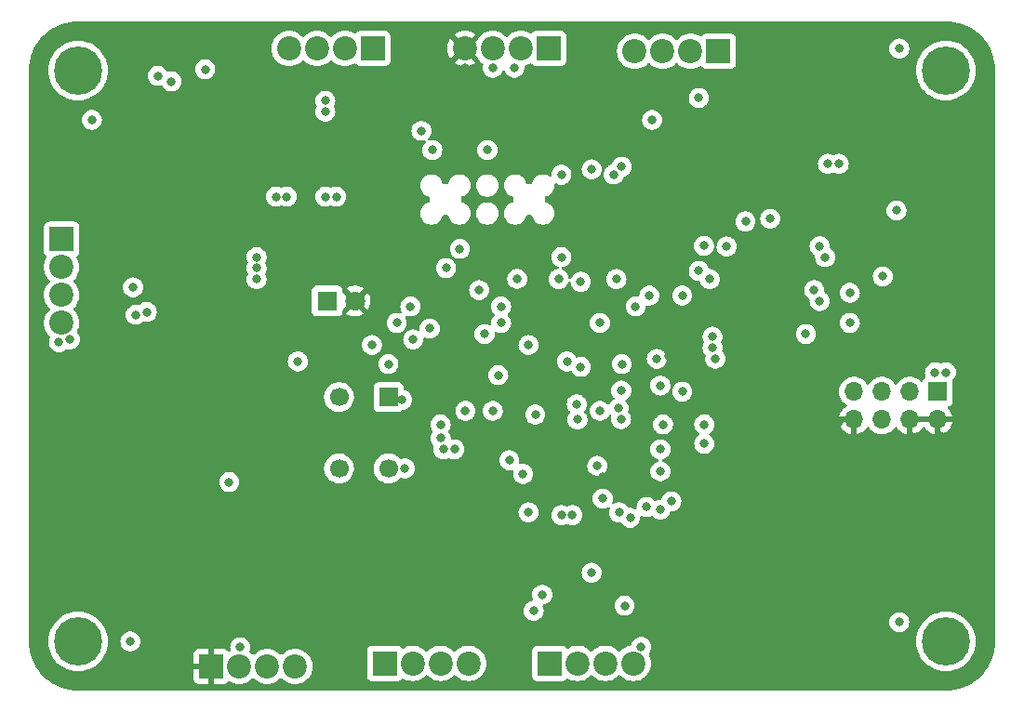
<source format=gbr>
%TF.GenerationSoftware,KiCad,Pcbnew,(6.0.9)*%
%TF.CreationDate,2022-12-05T13:16:43+00:00*%
%TF.ProjectId,stm32controller,73746d33-3263-46f6-9e74-726f6c6c6572,rev?*%
%TF.SameCoordinates,Original*%
%TF.FileFunction,Copper,L3,Inr*%
%TF.FilePolarity,Positive*%
%FSLAX46Y46*%
G04 Gerber Fmt 4.6, Leading zero omitted, Abs format (unit mm)*
G04 Created by KiCad (PCBNEW (6.0.9)) date 2022-12-05 13:16:43*
%MOMM*%
%LPD*%
G01*
G04 APERTURE LIST*
%TA.AperFunction,ComponentPad*%
%ADD10R,2.200000X2.200000*%
%TD*%
%TA.AperFunction,ComponentPad*%
%ADD11C,2.200000*%
%TD*%
%TA.AperFunction,ComponentPad*%
%ADD12C,1.700000*%
%TD*%
%TA.AperFunction,ComponentPad*%
%ADD13R,1.700000X1.700000*%
%TD*%
%TA.AperFunction,ComponentPad*%
%ADD14R,1.800000X1.800000*%
%TD*%
%TA.AperFunction,ComponentPad*%
%ADD15C,1.800000*%
%TD*%
%TA.AperFunction,ComponentPad*%
%ADD16C,4.400000*%
%TD*%
%TA.AperFunction,ComponentPad*%
%ADD17O,1.700000X1.700000*%
%TD*%
%TA.AperFunction,ViaPad*%
%ADD18C,0.800000*%
%TD*%
G04 APERTURE END LIST*
D10*
%TO.N,A0*%
%TO.C,J8*%
X65920000Y-86000000D03*
D11*
%TO.N,A1*%
X68460000Y-86000000D03*
%TO.N,A2*%
X71000000Y-86000000D03*
%TO.N,A3*%
X73540000Y-86000000D03*
%TD*%
D12*
%TO.N,GND*%
%TO.C,SW1*%
X66250000Y-68250000D03*
D13*
X66250000Y-61750000D03*
D12*
%TO.N,nRST*%
X61750000Y-61750000D03*
X61750000Y-68250000D03*
%TD*%
D10*
%TO.N,+3V3*%
%TO.C,J3*%
X50130000Y-86288345D03*
D11*
%TO.N,GND*%
X52670000Y-86288345D03*
%TO.N,C13*%
X55210000Y-86288345D03*
%TO.N,C14*%
X57750000Y-86288345D03*
%TD*%
D14*
%TO.N,Net-(D1-Pad1)*%
%TO.C,D1*%
X60670000Y-53000000D03*
D15*
%TO.N,+3V3*%
X63210000Y-53000000D03*
%TD*%
D10*
%TO.N,D9*%
%TO.C,J6*%
X80815000Y-30000000D03*
D11*
%TO.N,GND*%
X78275000Y-30000000D03*
X75735000Y-30000000D03*
%TO.N,+3V3*%
X73195000Y-30000000D03*
%TD*%
D10*
%TO.N,D5*%
%TO.C,J5*%
X64815000Y-30000000D03*
D11*
%TO.N,D6*%
X62275000Y-30000000D03*
%TO.N,D7*%
X59735000Y-30000000D03*
%TO.N,D8*%
X57195000Y-30000000D03*
%TD*%
D16*
%TO.N,GND*%
%TO.C,H2*%
X38000000Y-32000000D03*
%TD*%
%TO.N,GND*%
%TO.C,H4*%
X117000000Y-84000000D03*
%TD*%
D10*
%TO.N,C15*%
%TO.C,J4*%
X96290000Y-30250000D03*
D11*
%TO.N,D0*%
X93750000Y-30250000D03*
%TO.N,D1*%
X91210000Y-30250000D03*
%TO.N,D2*%
X88670000Y-30250000D03*
%TD*%
D13*
%TO.N,GND*%
%TO.C,J1*%
X116250000Y-61250000D03*
D17*
%TO.N,+3V3*%
X116250000Y-63790000D03*
%TO.N,nrf_CE*%
X113710000Y-61250000D03*
%TO.N,+3V3*%
X113710000Y-63790000D03*
%TO.N,SCK*%
X111170000Y-61250000D03*
%TO.N,MOSI*%
X111170000Y-63790000D03*
%TO.N,MISO*%
X108630000Y-61250000D03*
%TO.N,+3V3*%
X108630000Y-63790000D03*
%TD*%
D10*
%TO.N,A4*%
%TO.C,J9*%
X80920000Y-86000000D03*
D11*
%TO.N,GYRO_INT*%
X83460000Y-86000000D03*
%TO.N,A10*%
X86000000Y-86000000D03*
%TO.N,GND*%
X88540000Y-86000000D03*
%TD*%
D16*
%TO.N,GND*%
%TO.C,H3*%
X117000000Y-32000000D03*
%TD*%
D10*
%TO.N,+7.5V*%
%TO.C,J7*%
X36500000Y-47380000D03*
D11*
%TO.N,unconnected-(J7-Pad2)*%
X36500000Y-49920000D03*
%TO.N,unconnected-(J7-Pad3)*%
X36500000Y-52460000D03*
%TO.N,GND*%
X36500000Y-55000000D03*
%TD*%
D16*
%TO.N,GND*%
%TO.C,H1*%
X38000000Y-84000000D03*
%TD*%
D18*
%TO.N,A4*%
X95000000Y-64240500D03*
X95000000Y-66000000D03*
%TO.N,GYRO_INT*%
X91000000Y-68500000D03*
X93000000Y-52500000D03*
X85500000Y-55000000D03*
X85500000Y-63000500D03*
%TO.N,A10*%
X87425500Y-63750000D03*
X91000000Y-66500000D03*
%TO.N,GND*%
X58000000Y-58500000D03*
X76500000Y-55000000D03*
X95750000Y-56250000D03*
X43250000Y-54250000D03*
X67500000Y-62000000D03*
X39250000Y-36500000D03*
X84750000Y-77750000D03*
X54250000Y-50000000D03*
X90683328Y-58266668D03*
X87250000Y-72250000D03*
X72750000Y-48250000D03*
X72250000Y-66500000D03*
X75250000Y-39250000D03*
X75750000Y-31750000D03*
X37250000Y-56500000D03*
X57000000Y-43500000D03*
X44250000Y-54000000D03*
X77250000Y-67500000D03*
X112500000Y-44750000D03*
X54250000Y-51000000D03*
X82000000Y-72500000D03*
X107250000Y-40500000D03*
X111250000Y-50750000D03*
X56000000Y-43500000D03*
X79622909Y-63334091D03*
X71000000Y-64250000D03*
X42750000Y-84000000D03*
X43000000Y-51750000D03*
X94500000Y-50250000D03*
X89250000Y-84500000D03*
X117000000Y-59500000D03*
X88750000Y-53500000D03*
X85750000Y-71000000D03*
X77702912Y-31751438D03*
X45250000Y-32500000D03*
X51750000Y-69500000D03*
X95750000Y-57250000D03*
X52750000Y-84538345D03*
X70250000Y-39250000D03*
X108250000Y-52250000D03*
X112750000Y-82250000D03*
X71000000Y-65500000D03*
X106250000Y-40500000D03*
X83000000Y-72500000D03*
X81750000Y-51000000D03*
X82500000Y-58500000D03*
X67750000Y-68250000D03*
X60500000Y-43500000D03*
X36250000Y-56750000D03*
X108250000Y-55000000D03*
X85250000Y-68000000D03*
X54250000Y-49000000D03*
X71250000Y-66500000D03*
X112750000Y-30000000D03*
X79000000Y-72250000D03*
X78500000Y-68750000D03*
X61500000Y-43500000D03*
X90000000Y-52500000D03*
X116000000Y-59500000D03*
%TO.N,A0*%
X88250000Y-72750000D03*
X80250000Y-79750000D03*
%TO.N,A1*%
X79470023Y-81220023D03*
X89750000Y-71750000D03*
%TO.N,A2*%
X87750000Y-80750000D03*
X91000000Y-72000000D03*
%TO.N,A3*%
X91250000Y-64240500D03*
X92000000Y-71250000D03*
%TO.N,+7.5V*%
X46500000Y-33000000D03*
X49575001Y-31896108D03*
%TO.N,D9*%
X77970023Y-50970023D03*
X83750000Y-59000000D03*
%TO.N,D5*%
X71500000Y-50000000D03*
X69250000Y-37500000D03*
%TO.N,D6*%
X70000000Y-55500000D03*
X68250000Y-53500000D03*
%TO.N,D7*%
X68500000Y-56500000D03*
X67000000Y-55000000D03*
%TO.N,D8*%
X75750000Y-63000000D03*
X66250000Y-58750000D03*
X64750000Y-57000000D03*
X73250000Y-63000000D03*
%TO.N,C15*%
X90250000Y-36500000D03*
X83460889Y-63789111D03*
X82000000Y-49000000D03*
X94500000Y-34500000D03*
X84750000Y-41000000D03*
X82000000Y-41500000D03*
%TO.N,D0*%
X101000000Y-45500000D03*
X104250000Y-56000000D03*
%TO.N,D1*%
X91000000Y-60700500D03*
X98750000Y-45750000D03*
%TO.N,D2*%
X87500000Y-58750000D03*
X83750000Y-51250000D03*
%TO.N,/USB_D+*%
X60500000Y-35751600D03*
X86763555Y-41472925D03*
%TO.N,+3V3*%
X80750000Y-56750000D03*
X50000000Y-51500000D03*
X113750000Y-65250000D03*
X73250000Y-31750000D03*
X51750000Y-74500000D03*
X116500000Y-65250000D03*
X52250000Y-42000000D03*
X94500000Y-55000000D03*
X107250000Y-64000000D03*
X50000000Y-84288345D03*
X63250000Y-54750000D03*
X91750000Y-58000000D03*
X80220023Y-54279977D03*
X105250000Y-44750000D03*
X48250000Y-56250000D03*
X49250000Y-57750000D03*
X91500000Y-55500000D03*
X112500000Y-47500000D03*
X53250000Y-56250000D03*
X85750000Y-69000000D03*
X109250000Y-43500000D03*
X51750000Y-57750000D03*
X80250000Y-39250000D03*
X75500000Y-66500000D03*
X51250000Y-51500000D03*
X76750000Y-64000000D03*
%TO.N,nRST*%
X76250000Y-59750000D03*
X83392998Y-62392997D03*
%TO.N,I2C_SCL*%
X105500000Y-53000000D03*
X106000000Y-49000000D03*
%TO.N,I2C_SDA*%
X105000000Y-52000000D03*
X105500000Y-48000000D03*
%TO.N,GYRO_CS*%
X94970023Y-47970023D03*
X97029977Y-48029977D03*
%TO.N,DRDY*%
X87000000Y-51000000D03*
X95500000Y-51000000D03*
%TO.N,DEN*%
X87447122Y-61155731D03*
X96000000Y-58250500D03*
%TO.N,nrf_CE*%
X87197768Y-62776787D03*
X93000000Y-61250500D03*
%TO.N,/USB_D-*%
X87472925Y-40763555D03*
X60500000Y-34748400D03*
%TO.N,SWCLK*%
X79000000Y-57000000D03*
X74500000Y-52000000D03*
%TO.N,TDO*%
X76500000Y-53500000D03*
X75000000Y-56000000D03*
%TD*%
%TA.AperFunction,Conductor*%
%TO.N,+3V3*%
G36*
X116970018Y-27510000D02*
G01*
X116984851Y-27512310D01*
X116984855Y-27512310D01*
X116993724Y-27513691D01*
X117014183Y-27511016D01*
X117036007Y-27510072D01*
X117385965Y-27525352D01*
X117396913Y-27526310D01*
X117774498Y-27576019D01*
X117785307Y-27577926D01*
X118157114Y-27660353D01*
X118167731Y-27663198D01*
X118530939Y-27777718D01*
X118541254Y-27781471D01*
X118893123Y-27927220D01*
X118903067Y-27931858D01*
X119240867Y-28107705D01*
X119250387Y-28113201D01*
X119571574Y-28317820D01*
X119580578Y-28324124D01*
X119882716Y-28555962D01*
X119891137Y-28563028D01*
X120171914Y-28820314D01*
X120179686Y-28828086D01*
X120436972Y-29108863D01*
X120444038Y-29117284D01*
X120675876Y-29419422D01*
X120682180Y-29428426D01*
X120886799Y-29749613D01*
X120892294Y-29759132D01*
X121022670Y-30009580D01*
X121068138Y-30096924D01*
X121072780Y-30106877D01*
X121218526Y-30458739D01*
X121222282Y-30469061D01*
X121318044Y-30772776D01*
X121336802Y-30832268D01*
X121339647Y-30842885D01*
X121422031Y-31214494D01*
X121422073Y-31214685D01*
X121423981Y-31225502D01*
X121468657Y-31564859D01*
X121473690Y-31603086D01*
X121474648Y-31614035D01*
X121488591Y-31933365D01*
X121489603Y-31956552D01*
X121488223Y-31981429D01*
X121486309Y-31993724D01*
X121487473Y-32002626D01*
X121487473Y-32002628D01*
X121490436Y-32025283D01*
X121491500Y-32041621D01*
X121491500Y-83950633D01*
X121490000Y-83970018D01*
X121487690Y-83984851D01*
X121487690Y-83984855D01*
X121486309Y-83993724D01*
X121488984Y-84014183D01*
X121489928Y-84036007D01*
X121475277Y-84371556D01*
X121474648Y-84385964D01*
X121473690Y-84396913D01*
X121426701Y-84753840D01*
X121423982Y-84774490D01*
X121422074Y-84785307D01*
X121362099Y-85055838D01*
X121339647Y-85157114D01*
X121336802Y-85167731D01*
X121226858Y-85516429D01*
X121222285Y-85530932D01*
X121218529Y-85541254D01*
X121096164Y-85836670D01*
X121072784Y-85893114D01*
X121068142Y-85903067D01*
X120907422Y-86211809D01*
X120892295Y-86240867D01*
X120886799Y-86250387D01*
X120682180Y-86571574D01*
X120675876Y-86580578D01*
X120444038Y-86882716D01*
X120436972Y-86891137D01*
X120179686Y-87171914D01*
X120171914Y-87179686D01*
X119891137Y-87436972D01*
X119882716Y-87444038D01*
X119580578Y-87675876D01*
X119571574Y-87682180D01*
X119250387Y-87886799D01*
X119240868Y-87892294D01*
X118903067Y-88068142D01*
X118893123Y-88072780D01*
X118541254Y-88218529D01*
X118530939Y-88222282D01*
X118167732Y-88336802D01*
X118157115Y-88339647D01*
X117785307Y-88422074D01*
X117774498Y-88423981D01*
X117396914Y-88473690D01*
X117385965Y-88474648D01*
X117043446Y-88489603D01*
X117018571Y-88488223D01*
X117006276Y-88486309D01*
X116997374Y-88487473D01*
X116997372Y-88487473D01*
X116982323Y-88489441D01*
X116974714Y-88490436D01*
X116958379Y-88491500D01*
X38049367Y-88491500D01*
X38029982Y-88490000D01*
X38015149Y-88487690D01*
X38015145Y-88487690D01*
X38006276Y-88486309D01*
X37985817Y-88488984D01*
X37963993Y-88489928D01*
X37614035Y-88474648D01*
X37603086Y-88473690D01*
X37225502Y-88423981D01*
X37214693Y-88422074D01*
X36842885Y-88339647D01*
X36832268Y-88336802D01*
X36469061Y-88222282D01*
X36458746Y-88218529D01*
X36106877Y-88072780D01*
X36096933Y-88068142D01*
X35759132Y-87892294D01*
X35749613Y-87886799D01*
X35428426Y-87682180D01*
X35419422Y-87675876D01*
X35117284Y-87444038D01*
X35108863Y-87436972D01*
X35104544Y-87433014D01*
X48522001Y-87433014D01*
X48522371Y-87439835D01*
X48527895Y-87490697D01*
X48531521Y-87505949D01*
X48576676Y-87626399D01*
X48585214Y-87641994D01*
X48661715Y-87744069D01*
X48674276Y-87756630D01*
X48776351Y-87833131D01*
X48791946Y-87841669D01*
X48912394Y-87886823D01*
X48927649Y-87890450D01*
X48978514Y-87895976D01*
X48985328Y-87896345D01*
X49857885Y-87896345D01*
X49873124Y-87891870D01*
X49874329Y-87890480D01*
X49876000Y-87882797D01*
X49876000Y-87878229D01*
X50384000Y-87878229D01*
X50388475Y-87893468D01*
X50389865Y-87894673D01*
X50397548Y-87896344D01*
X51274669Y-87896344D01*
X51281490Y-87895974D01*
X51332352Y-87890450D01*
X51347604Y-87886824D01*
X51468054Y-87841669D01*
X51483649Y-87833131D01*
X51585724Y-87756630D01*
X51598285Y-87744069D01*
X51645525Y-87681037D01*
X51702384Y-87638522D01*
X51773203Y-87633496D01*
X51812186Y-87649170D01*
X51933268Y-87723370D01*
X51933278Y-87723375D01*
X51937498Y-87725961D01*
X51942068Y-87727854D01*
X51942072Y-87727856D01*
X52166836Y-87820956D01*
X52171409Y-87822850D01*
X52256032Y-87843166D01*
X52412784Y-87880799D01*
X52412790Y-87880800D01*
X52417597Y-87881954D01*
X52670000Y-87901819D01*
X52922403Y-87881954D01*
X52927210Y-87880800D01*
X52927216Y-87880799D01*
X53083968Y-87843166D01*
X53168591Y-87822850D01*
X53173164Y-87820956D01*
X53397928Y-87727856D01*
X53397932Y-87727854D01*
X53402502Y-87725961D01*
X53618376Y-87593673D01*
X53810898Y-87429243D01*
X53814106Y-87425487D01*
X53814113Y-87425480D01*
X53844190Y-87390265D01*
X53903641Y-87351456D01*
X53974635Y-87350950D01*
X54035810Y-87390265D01*
X54065887Y-87425480D01*
X54065894Y-87425487D01*
X54069102Y-87429243D01*
X54261624Y-87593673D01*
X54477498Y-87725961D01*
X54482068Y-87727854D01*
X54482072Y-87727856D01*
X54706836Y-87820956D01*
X54711409Y-87822850D01*
X54796032Y-87843166D01*
X54952784Y-87880799D01*
X54952790Y-87880800D01*
X54957597Y-87881954D01*
X55210000Y-87901819D01*
X55462403Y-87881954D01*
X55467210Y-87880800D01*
X55467216Y-87880799D01*
X55623968Y-87843166D01*
X55708591Y-87822850D01*
X55713164Y-87820956D01*
X55937928Y-87727856D01*
X55937932Y-87727854D01*
X55942502Y-87725961D01*
X56158376Y-87593673D01*
X56350898Y-87429243D01*
X56354106Y-87425487D01*
X56354113Y-87425480D01*
X56384190Y-87390265D01*
X56443641Y-87351456D01*
X56514635Y-87350950D01*
X56575810Y-87390265D01*
X56605887Y-87425480D01*
X56605894Y-87425487D01*
X56609102Y-87429243D01*
X56801624Y-87593673D01*
X57017498Y-87725961D01*
X57022068Y-87727854D01*
X57022072Y-87727856D01*
X57246836Y-87820956D01*
X57251409Y-87822850D01*
X57336032Y-87843166D01*
X57492784Y-87880799D01*
X57492790Y-87880800D01*
X57497597Y-87881954D01*
X57750000Y-87901819D01*
X58002403Y-87881954D01*
X58007210Y-87880800D01*
X58007216Y-87880799D01*
X58163968Y-87843166D01*
X58248591Y-87822850D01*
X58253164Y-87820956D01*
X58477928Y-87727856D01*
X58477932Y-87727854D01*
X58482502Y-87725961D01*
X58698376Y-87593673D01*
X58890898Y-87429243D01*
X59055328Y-87236721D01*
X59109614Y-87148134D01*
X64311500Y-87148134D01*
X64318255Y-87210316D01*
X64369385Y-87346705D01*
X64456739Y-87463261D01*
X64573295Y-87550615D01*
X64709684Y-87601745D01*
X64771866Y-87608500D01*
X67068134Y-87608500D01*
X67130316Y-87601745D01*
X67266705Y-87550615D01*
X67383261Y-87463261D01*
X67435954Y-87392954D01*
X67492813Y-87350440D01*
X67563631Y-87345415D01*
X67602614Y-87361087D01*
X67719988Y-87433014D01*
X67727498Y-87437616D01*
X67732068Y-87439509D01*
X67732072Y-87439511D01*
X67956836Y-87532611D01*
X67961409Y-87534505D01*
X68028513Y-87550615D01*
X68202784Y-87592454D01*
X68202790Y-87592455D01*
X68207597Y-87593609D01*
X68460000Y-87613474D01*
X68712403Y-87593609D01*
X68717210Y-87592455D01*
X68717216Y-87592454D01*
X68891487Y-87550615D01*
X68958591Y-87534505D01*
X68963164Y-87532611D01*
X69187928Y-87439511D01*
X69187932Y-87439509D01*
X69192502Y-87437616D01*
X69200931Y-87432451D01*
X69212306Y-87425480D01*
X69408376Y-87305328D01*
X69600898Y-87140898D01*
X69604106Y-87137142D01*
X69604113Y-87137135D01*
X69634190Y-87101920D01*
X69693641Y-87063111D01*
X69764635Y-87062605D01*
X69825810Y-87101920D01*
X69855887Y-87137135D01*
X69855894Y-87137142D01*
X69859102Y-87140898D01*
X70051624Y-87305328D01*
X70247694Y-87425480D01*
X70259070Y-87432451D01*
X70267498Y-87437616D01*
X70272068Y-87439509D01*
X70272072Y-87439511D01*
X70496836Y-87532611D01*
X70501409Y-87534505D01*
X70568513Y-87550615D01*
X70742784Y-87592454D01*
X70742790Y-87592455D01*
X70747597Y-87593609D01*
X71000000Y-87613474D01*
X71252403Y-87593609D01*
X71257210Y-87592455D01*
X71257216Y-87592454D01*
X71431487Y-87550615D01*
X71498591Y-87534505D01*
X71503164Y-87532611D01*
X71727928Y-87439511D01*
X71727932Y-87439509D01*
X71732502Y-87437616D01*
X71740931Y-87432451D01*
X71752306Y-87425480D01*
X71948376Y-87305328D01*
X72140898Y-87140898D01*
X72144106Y-87137142D01*
X72144113Y-87137135D01*
X72174190Y-87101920D01*
X72233641Y-87063111D01*
X72304635Y-87062605D01*
X72365810Y-87101920D01*
X72395887Y-87137135D01*
X72395894Y-87137142D01*
X72399102Y-87140898D01*
X72591624Y-87305328D01*
X72787694Y-87425480D01*
X72799070Y-87432451D01*
X72807498Y-87437616D01*
X72812068Y-87439509D01*
X72812072Y-87439511D01*
X73036836Y-87532611D01*
X73041409Y-87534505D01*
X73108513Y-87550615D01*
X73282784Y-87592454D01*
X73282790Y-87592455D01*
X73287597Y-87593609D01*
X73540000Y-87613474D01*
X73792403Y-87593609D01*
X73797210Y-87592455D01*
X73797216Y-87592454D01*
X73971487Y-87550615D01*
X74038591Y-87534505D01*
X74043164Y-87532611D01*
X74267928Y-87439511D01*
X74267932Y-87439509D01*
X74272502Y-87437616D01*
X74280931Y-87432451D01*
X74292306Y-87425480D01*
X74488376Y-87305328D01*
X74672426Y-87148134D01*
X79311500Y-87148134D01*
X79318255Y-87210316D01*
X79369385Y-87346705D01*
X79456739Y-87463261D01*
X79573295Y-87550615D01*
X79709684Y-87601745D01*
X79771866Y-87608500D01*
X82068134Y-87608500D01*
X82130316Y-87601745D01*
X82266705Y-87550615D01*
X82383261Y-87463261D01*
X82435954Y-87392954D01*
X82492813Y-87350440D01*
X82563631Y-87345415D01*
X82602614Y-87361087D01*
X82719988Y-87433014D01*
X82727498Y-87437616D01*
X82732068Y-87439509D01*
X82732072Y-87439511D01*
X82956836Y-87532611D01*
X82961409Y-87534505D01*
X83028513Y-87550615D01*
X83202784Y-87592454D01*
X83202790Y-87592455D01*
X83207597Y-87593609D01*
X83460000Y-87613474D01*
X83712403Y-87593609D01*
X83717210Y-87592455D01*
X83717216Y-87592454D01*
X83891487Y-87550615D01*
X83958591Y-87534505D01*
X83963164Y-87532611D01*
X84187928Y-87439511D01*
X84187932Y-87439509D01*
X84192502Y-87437616D01*
X84200931Y-87432451D01*
X84212306Y-87425480D01*
X84408376Y-87305328D01*
X84600898Y-87140898D01*
X84604106Y-87137142D01*
X84604113Y-87137135D01*
X84634190Y-87101920D01*
X84693641Y-87063111D01*
X84764635Y-87062605D01*
X84825810Y-87101920D01*
X84855887Y-87137135D01*
X84855894Y-87137142D01*
X84859102Y-87140898D01*
X85051624Y-87305328D01*
X85247694Y-87425480D01*
X85259070Y-87432451D01*
X85267498Y-87437616D01*
X85272068Y-87439509D01*
X85272072Y-87439511D01*
X85496836Y-87532611D01*
X85501409Y-87534505D01*
X85568513Y-87550615D01*
X85742784Y-87592454D01*
X85742790Y-87592455D01*
X85747597Y-87593609D01*
X86000000Y-87613474D01*
X86252403Y-87593609D01*
X86257210Y-87592455D01*
X86257216Y-87592454D01*
X86431487Y-87550615D01*
X86498591Y-87534505D01*
X86503164Y-87532611D01*
X86727928Y-87439511D01*
X86727932Y-87439509D01*
X86732502Y-87437616D01*
X86740931Y-87432451D01*
X86752306Y-87425480D01*
X86948376Y-87305328D01*
X87140898Y-87140898D01*
X87144106Y-87137142D01*
X87144113Y-87137135D01*
X87174190Y-87101920D01*
X87233641Y-87063111D01*
X87304635Y-87062605D01*
X87365810Y-87101920D01*
X87395887Y-87137135D01*
X87395894Y-87137142D01*
X87399102Y-87140898D01*
X87591624Y-87305328D01*
X87787694Y-87425480D01*
X87799070Y-87432451D01*
X87807498Y-87437616D01*
X87812068Y-87439509D01*
X87812072Y-87439511D01*
X88036836Y-87532611D01*
X88041409Y-87534505D01*
X88108513Y-87550615D01*
X88282784Y-87592454D01*
X88282790Y-87592455D01*
X88287597Y-87593609D01*
X88540000Y-87613474D01*
X88792403Y-87593609D01*
X88797210Y-87592455D01*
X88797216Y-87592454D01*
X88971487Y-87550615D01*
X89038591Y-87534505D01*
X89043164Y-87532611D01*
X89267928Y-87439511D01*
X89267932Y-87439509D01*
X89272502Y-87437616D01*
X89280931Y-87432451D01*
X89292306Y-87425480D01*
X89488376Y-87305328D01*
X89680898Y-87140898D01*
X89845328Y-86948376D01*
X89977616Y-86732502D01*
X89991595Y-86698755D01*
X90072611Y-86503164D01*
X90072612Y-86503162D01*
X90074505Y-86498591D01*
X90101865Y-86384627D01*
X90132454Y-86257216D01*
X90132455Y-86257210D01*
X90133609Y-86252403D01*
X90153474Y-86000000D01*
X90133609Y-85747597D01*
X90074505Y-85501409D01*
X90009380Y-85344183D01*
X89979511Y-85272072D01*
X89979509Y-85272068D01*
X89977616Y-85267498D01*
X89952027Y-85225740D01*
X89947335Y-85218084D01*
X89928797Y-85149550D01*
X89950253Y-85081874D01*
X89961132Y-85067939D01*
X89984621Y-85041852D01*
X89984622Y-85041851D01*
X89989040Y-85036944D01*
X90054416Y-84923709D01*
X90081223Y-84877279D01*
X90081224Y-84877278D01*
X90084527Y-84871556D01*
X90143542Y-84689928D01*
X90144374Y-84682017D01*
X90162814Y-84506565D01*
X90163504Y-84500000D01*
X90162814Y-84493435D01*
X90144232Y-84316635D01*
X90144232Y-84316633D01*
X90143542Y-84310072D01*
X90084527Y-84128444D01*
X89993964Y-83971585D01*
X114286698Y-83971585D01*
X114302936Y-84297759D01*
X114303577Y-84301490D01*
X114303578Y-84301498D01*
X114356081Y-84607046D01*
X114358241Y-84619619D01*
X114359329Y-84623258D01*
X114359330Y-84623261D01*
X114449184Y-84923709D01*
X114451814Y-84932504D01*
X114453327Y-84935975D01*
X114453329Y-84935981D01*
X114516917Y-85081874D01*
X114582297Y-85231881D01*
X114584220Y-85235152D01*
X114584222Y-85235156D01*
X114626584Y-85307215D01*
X114747802Y-85513414D01*
X114750103Y-85516429D01*
X114943631Y-85770012D01*
X114943636Y-85770017D01*
X114945931Y-85773025D01*
X115007931Y-85836670D01*
X115167041Y-86000000D01*
X115173814Y-86006953D01*
X115246635Y-86065607D01*
X115425196Y-86209431D01*
X115425201Y-86209435D01*
X115428149Y-86211809D01*
X115705253Y-86384627D01*
X116001112Y-86522903D01*
X116311440Y-86624634D01*
X116631742Y-86688346D01*
X116635514Y-86688633D01*
X116635522Y-86688634D01*
X116953602Y-86712829D01*
X116953607Y-86712829D01*
X116957379Y-86713116D01*
X117283633Y-86698586D01*
X117343425Y-86688634D01*
X117602037Y-86645590D01*
X117602042Y-86645589D01*
X117605778Y-86644967D01*
X117919149Y-86553034D01*
X117922616Y-86551544D01*
X117922620Y-86551543D01*
X118215721Y-86425616D01*
X118215723Y-86425615D01*
X118219205Y-86424119D01*
X118501601Y-86260091D01*
X118762245Y-86063324D01*
X118997363Y-85836670D01*
X119203549Y-85583410D01*
X119205570Y-85580207D01*
X119375788Y-85310428D01*
X119375790Y-85310425D01*
X119377815Y-85307215D01*
X119517638Y-85012084D01*
X119526264Y-84986228D01*
X119619790Y-84705897D01*
X119619792Y-84705891D01*
X119620992Y-84702293D01*
X119686381Y-84382329D01*
X119687258Y-84371556D01*
X119712674Y-84059061D01*
X119712856Y-84056826D01*
X119713320Y-84012552D01*
X119713428Y-84002221D01*
X119713428Y-84002214D01*
X119713451Y-84000000D01*
X119711644Y-83970018D01*
X119694026Y-83677793D01*
X119694026Y-83677789D01*
X119693798Y-83674015D01*
X119692733Y-83668179D01*
X119635805Y-83356473D01*
X119635804Y-83356469D01*
X119635125Y-83352751D01*
X119627722Y-83328907D01*
X119539404Y-83044477D01*
X119538282Y-83040863D01*
X119404670Y-82742869D01*
X119236226Y-82463084D01*
X119233899Y-82460100D01*
X119233894Y-82460093D01*
X119037726Y-82208558D01*
X119037724Y-82208556D01*
X119035390Y-82205563D01*
X118805070Y-81974034D01*
X118548603Y-81771852D01*
X118269705Y-81601945D01*
X118266261Y-81600379D01*
X118266257Y-81600377D01*
X118127387Y-81537237D01*
X117972414Y-81466775D01*
X117661037Y-81368300D01*
X117443492Y-81327390D01*
X117343809Y-81308645D01*
X117343807Y-81308645D01*
X117340086Y-81307945D01*
X117014208Y-81286586D01*
X117010428Y-81286794D01*
X117010427Y-81286794D01*
X116918523Y-81291852D01*
X116688124Y-81304532D01*
X116684397Y-81305193D01*
X116684393Y-81305193D01*
X116527341Y-81333027D01*
X116366557Y-81361522D01*
X116362941Y-81362624D01*
X116362933Y-81362626D01*
X116132854Y-81432749D01*
X116054167Y-81456731D01*
X115755477Y-81588781D01*
X115646144Y-81653827D01*
X115478074Y-81753817D01*
X115478068Y-81753821D01*
X115474814Y-81755757D01*
X115471812Y-81758073D01*
X115295655Y-81893978D01*
X115216244Y-81955243D01*
X114983513Y-82184347D01*
X114981149Y-82187314D01*
X114981146Y-82187317D01*
X114925965Y-82256565D01*
X114779991Y-82439751D01*
X114608626Y-82717757D01*
X114471902Y-83014336D01*
X114470741Y-83017940D01*
X114470741Y-83017941D01*
X114463277Y-83041118D01*
X114371797Y-83325192D01*
X114371079Y-83328903D01*
X114371078Y-83328907D01*
X114310482Y-83642105D01*
X114310481Y-83642114D01*
X114309763Y-83645824D01*
X114309496Y-83649600D01*
X114309495Y-83649605D01*
X114287649Y-83958148D01*
X114286698Y-83971585D01*
X89993964Y-83971585D01*
X89989040Y-83963056D01*
X89861253Y-83821134D01*
X89706752Y-83708882D01*
X89700724Y-83706198D01*
X89700722Y-83706197D01*
X89538319Y-83633891D01*
X89538318Y-83633891D01*
X89532288Y-83631206D01*
X89438887Y-83611353D01*
X89351944Y-83592872D01*
X89351939Y-83592872D01*
X89345487Y-83591500D01*
X89154513Y-83591500D01*
X89148061Y-83592872D01*
X89148056Y-83592872D01*
X89061113Y-83611353D01*
X88967712Y-83631206D01*
X88961682Y-83633891D01*
X88961681Y-83633891D01*
X88799278Y-83706197D01*
X88799276Y-83706198D01*
X88793248Y-83708882D01*
X88638747Y-83821134D01*
X88510960Y-83963056D01*
X88415473Y-84128444D01*
X88356458Y-84310072D01*
X88355802Y-84316316D01*
X88322132Y-84378681D01*
X88262028Y-84412530D01*
X88041409Y-84465495D01*
X88036838Y-84467388D01*
X88036836Y-84467389D01*
X87812072Y-84560489D01*
X87812068Y-84560491D01*
X87807498Y-84562384D01*
X87591624Y-84694672D01*
X87399102Y-84859102D01*
X87395894Y-84862858D01*
X87395887Y-84862865D01*
X87365810Y-84898080D01*
X87306359Y-84936889D01*
X87235365Y-84937395D01*
X87174190Y-84898080D01*
X87144113Y-84862865D01*
X87144106Y-84862858D01*
X87140898Y-84859102D01*
X86948376Y-84694672D01*
X86732502Y-84562384D01*
X86727932Y-84560491D01*
X86727928Y-84560489D01*
X86503164Y-84467389D01*
X86503162Y-84467388D01*
X86498591Y-84465495D01*
X86413968Y-84445179D01*
X86257216Y-84407546D01*
X86257210Y-84407545D01*
X86252403Y-84406391D01*
X86000000Y-84386526D01*
X85747597Y-84406391D01*
X85742790Y-84407545D01*
X85742784Y-84407546D01*
X85586032Y-84445179D01*
X85501409Y-84465495D01*
X85496838Y-84467388D01*
X85496836Y-84467389D01*
X85272072Y-84560489D01*
X85272068Y-84560491D01*
X85267498Y-84562384D01*
X85051624Y-84694672D01*
X84859102Y-84859102D01*
X84855894Y-84862858D01*
X84855887Y-84862865D01*
X84825810Y-84898080D01*
X84766359Y-84936889D01*
X84695365Y-84937395D01*
X84634190Y-84898080D01*
X84604113Y-84862865D01*
X84604106Y-84862858D01*
X84600898Y-84859102D01*
X84408376Y-84694672D01*
X84192502Y-84562384D01*
X84187932Y-84560491D01*
X84187928Y-84560489D01*
X83963164Y-84467389D01*
X83963162Y-84467388D01*
X83958591Y-84465495D01*
X83873968Y-84445179D01*
X83717216Y-84407546D01*
X83717210Y-84407545D01*
X83712403Y-84406391D01*
X83460000Y-84386526D01*
X83207597Y-84406391D01*
X83202790Y-84407545D01*
X83202784Y-84407546D01*
X83046032Y-84445179D01*
X82961409Y-84465495D01*
X82956838Y-84467388D01*
X82956836Y-84467389D01*
X82732072Y-84560489D01*
X82732068Y-84560491D01*
X82727498Y-84562384D01*
X82723278Y-84564970D01*
X82602614Y-84638913D01*
X82534080Y-84657451D01*
X82466404Y-84635995D01*
X82435953Y-84607046D01*
X82383261Y-84536739D01*
X82266705Y-84449385D01*
X82130316Y-84398255D01*
X82068134Y-84391500D01*
X79771866Y-84391500D01*
X79709684Y-84398255D01*
X79573295Y-84449385D01*
X79456739Y-84536739D01*
X79369385Y-84653295D01*
X79318255Y-84789684D01*
X79311500Y-84851866D01*
X79311500Y-87148134D01*
X74672426Y-87148134D01*
X74680898Y-87140898D01*
X74845328Y-86948376D01*
X74977616Y-86732502D01*
X74991595Y-86698755D01*
X75072611Y-86503164D01*
X75072612Y-86503162D01*
X75074505Y-86498591D01*
X75101865Y-86384627D01*
X75132454Y-86257216D01*
X75132455Y-86257210D01*
X75133609Y-86252403D01*
X75153474Y-86000000D01*
X75133609Y-85747597D01*
X75074505Y-85501409D01*
X75009380Y-85344183D01*
X74979511Y-85272072D01*
X74979509Y-85272068D01*
X74977616Y-85267498D01*
X74845328Y-85051624D01*
X74680898Y-84859102D01*
X74488376Y-84694672D01*
X74272502Y-84562384D01*
X74267932Y-84560491D01*
X74267928Y-84560489D01*
X74043164Y-84467389D01*
X74043162Y-84467388D01*
X74038591Y-84465495D01*
X73953968Y-84445179D01*
X73797216Y-84407546D01*
X73797210Y-84407545D01*
X73792403Y-84406391D01*
X73540000Y-84386526D01*
X73287597Y-84406391D01*
X73282790Y-84407545D01*
X73282784Y-84407546D01*
X73126032Y-84445179D01*
X73041409Y-84465495D01*
X73036838Y-84467388D01*
X73036836Y-84467389D01*
X72812072Y-84560489D01*
X72812068Y-84560491D01*
X72807498Y-84562384D01*
X72591624Y-84694672D01*
X72399102Y-84859102D01*
X72395894Y-84862858D01*
X72395887Y-84862865D01*
X72365810Y-84898080D01*
X72306359Y-84936889D01*
X72235365Y-84937395D01*
X72174190Y-84898080D01*
X72144113Y-84862865D01*
X72144106Y-84862858D01*
X72140898Y-84859102D01*
X71948376Y-84694672D01*
X71732502Y-84562384D01*
X71727932Y-84560491D01*
X71727928Y-84560489D01*
X71503164Y-84467389D01*
X71503162Y-84467388D01*
X71498591Y-84465495D01*
X71413968Y-84445179D01*
X71257216Y-84407546D01*
X71257210Y-84407545D01*
X71252403Y-84406391D01*
X71000000Y-84386526D01*
X70747597Y-84406391D01*
X70742790Y-84407545D01*
X70742784Y-84407546D01*
X70586032Y-84445179D01*
X70501409Y-84465495D01*
X70496838Y-84467388D01*
X70496836Y-84467389D01*
X70272072Y-84560489D01*
X70272068Y-84560491D01*
X70267498Y-84562384D01*
X70051624Y-84694672D01*
X69859102Y-84859102D01*
X69855894Y-84862858D01*
X69855887Y-84862865D01*
X69825810Y-84898080D01*
X69766359Y-84936889D01*
X69695365Y-84937395D01*
X69634190Y-84898080D01*
X69604113Y-84862865D01*
X69604106Y-84862858D01*
X69600898Y-84859102D01*
X69408376Y-84694672D01*
X69192502Y-84562384D01*
X69187932Y-84560491D01*
X69187928Y-84560489D01*
X68963164Y-84467389D01*
X68963162Y-84467388D01*
X68958591Y-84465495D01*
X68873968Y-84445179D01*
X68717216Y-84407546D01*
X68717210Y-84407545D01*
X68712403Y-84406391D01*
X68460000Y-84386526D01*
X68207597Y-84406391D01*
X68202790Y-84407545D01*
X68202784Y-84407546D01*
X68046032Y-84445179D01*
X67961409Y-84465495D01*
X67956838Y-84467388D01*
X67956836Y-84467389D01*
X67732072Y-84560489D01*
X67732068Y-84560491D01*
X67727498Y-84562384D01*
X67723278Y-84564970D01*
X67602614Y-84638913D01*
X67534080Y-84657451D01*
X67466404Y-84635995D01*
X67435953Y-84607046D01*
X67383261Y-84536739D01*
X67266705Y-84449385D01*
X67130316Y-84398255D01*
X67068134Y-84391500D01*
X64771866Y-84391500D01*
X64709684Y-84398255D01*
X64573295Y-84449385D01*
X64456739Y-84536739D01*
X64369385Y-84653295D01*
X64318255Y-84789684D01*
X64311500Y-84851866D01*
X64311500Y-87148134D01*
X59109614Y-87148134D01*
X59187616Y-87020847D01*
X59216078Y-86952135D01*
X59282611Y-86791509D01*
X59282612Y-86791507D01*
X59284505Y-86786936D01*
X59318439Y-86645590D01*
X59342454Y-86545561D01*
X59342455Y-86545555D01*
X59343609Y-86540748D01*
X59363474Y-86288345D01*
X59343609Y-86035942D01*
X59342152Y-86029870D01*
X59304821Y-85874377D01*
X59284505Y-85789754D01*
X59267043Y-85747597D01*
X59189511Y-85560417D01*
X59189509Y-85560413D01*
X59187616Y-85555843D01*
X59055328Y-85339969D01*
X58890898Y-85147447D01*
X58698376Y-84983017D01*
X58496165Y-84859102D01*
X58486722Y-84853315D01*
X58482502Y-84850729D01*
X58477932Y-84848836D01*
X58477928Y-84848834D01*
X58253164Y-84755734D01*
X58253162Y-84755733D01*
X58248591Y-84753840D01*
X58114759Y-84721710D01*
X58007216Y-84695891D01*
X58007210Y-84695890D01*
X58002403Y-84694736D01*
X57750000Y-84674871D01*
X57497597Y-84694736D01*
X57492790Y-84695890D01*
X57492784Y-84695891D01*
X57385241Y-84721710D01*
X57251409Y-84753840D01*
X57246838Y-84755733D01*
X57246836Y-84755734D01*
X57022072Y-84848834D01*
X57022068Y-84848836D01*
X57017498Y-84850729D01*
X57013278Y-84853315D01*
X57003835Y-84859102D01*
X56801624Y-84983017D01*
X56609102Y-85147447D01*
X56605894Y-85151203D01*
X56605887Y-85151210D01*
X56575810Y-85186425D01*
X56516359Y-85225234D01*
X56445365Y-85225740D01*
X56384190Y-85186425D01*
X56354113Y-85151210D01*
X56354106Y-85151203D01*
X56350898Y-85147447D01*
X56158376Y-84983017D01*
X55956165Y-84859102D01*
X55946722Y-84853315D01*
X55942502Y-84850729D01*
X55937932Y-84848836D01*
X55937928Y-84848834D01*
X55713164Y-84755734D01*
X55713162Y-84755733D01*
X55708591Y-84753840D01*
X55574759Y-84721710D01*
X55467216Y-84695891D01*
X55467210Y-84695890D01*
X55462403Y-84694736D01*
X55210000Y-84674871D01*
X54957597Y-84694736D01*
X54952790Y-84695890D01*
X54952784Y-84695891D01*
X54845241Y-84721710D01*
X54711409Y-84753840D01*
X54706838Y-84755733D01*
X54706836Y-84755734D01*
X54482072Y-84848834D01*
X54482068Y-84848836D01*
X54477498Y-84850729D01*
X54473278Y-84853315D01*
X54463835Y-84859102D01*
X54261624Y-84983017D01*
X54069102Y-85147447D01*
X54065894Y-85151203D01*
X54065887Y-85151210D01*
X54035810Y-85186425D01*
X53976359Y-85225234D01*
X53905365Y-85225740D01*
X53844190Y-85186425D01*
X53814113Y-85151210D01*
X53814106Y-85151203D01*
X53810898Y-85147447D01*
X53721085Y-85070739D01*
X53637302Y-84999181D01*
X53598493Y-84939730D01*
X53599300Y-84864435D01*
X53643542Y-84728273D01*
X53646676Y-84698461D01*
X53662814Y-84544910D01*
X53663504Y-84538345D01*
X53653823Y-84446233D01*
X53644232Y-84354980D01*
X53644232Y-84354978D01*
X53643542Y-84348417D01*
X53584527Y-84166789D01*
X53562389Y-84128444D01*
X53507815Y-84033920D01*
X53489040Y-84001401D01*
X53481868Y-83993435D01*
X53365675Y-83864390D01*
X53365674Y-83864389D01*
X53361253Y-83859479D01*
X53206752Y-83747227D01*
X53200724Y-83744543D01*
X53200722Y-83744542D01*
X53038319Y-83672236D01*
X53038318Y-83672236D01*
X53032288Y-83669551D01*
X52920662Y-83645824D01*
X52851944Y-83631217D01*
X52851939Y-83631217D01*
X52845487Y-83629845D01*
X52654513Y-83629845D01*
X52648061Y-83631217D01*
X52648056Y-83631217D01*
X52579338Y-83645824D01*
X52467712Y-83669551D01*
X52461682Y-83672236D01*
X52461681Y-83672236D01*
X52299278Y-83744542D01*
X52299276Y-83744543D01*
X52293248Y-83747227D01*
X52138747Y-83859479D01*
X52134326Y-83864389D01*
X52134325Y-83864390D01*
X52018133Y-83993435D01*
X52010960Y-84001401D01*
X51992185Y-84033920D01*
X51937612Y-84128444D01*
X51915473Y-84166789D01*
X51856458Y-84348417D01*
X51855768Y-84354978D01*
X51855768Y-84354980D01*
X51846177Y-84446233D01*
X51836496Y-84538345D01*
X51837186Y-84544910D01*
X51853325Y-84698461D01*
X51856458Y-84728273D01*
X51858496Y-84734547D01*
X51858498Y-84734554D01*
X51872401Y-84777343D01*
X51874428Y-84848311D01*
X51837765Y-84909108D01*
X51818410Y-84923706D01*
X51812187Y-84927520D01*
X51743655Y-84946059D01*
X51675978Y-84924604D01*
X51645525Y-84895653D01*
X51598285Y-84832621D01*
X51585724Y-84820060D01*
X51483649Y-84743559D01*
X51468054Y-84735021D01*
X51347606Y-84689867D01*
X51332351Y-84686240D01*
X51281486Y-84680714D01*
X51274672Y-84680345D01*
X50402115Y-84680345D01*
X50386876Y-84684820D01*
X50385671Y-84686210D01*
X50384000Y-84693893D01*
X50384000Y-87878229D01*
X49876000Y-87878229D01*
X49876000Y-86560460D01*
X49871525Y-86545221D01*
X49870135Y-86544016D01*
X49862452Y-86542345D01*
X48540116Y-86542345D01*
X48524877Y-86546820D01*
X48523672Y-86548210D01*
X48522001Y-86555893D01*
X48522001Y-87433014D01*
X35104544Y-87433014D01*
X34828086Y-87179686D01*
X34820314Y-87171914D01*
X34563028Y-86891137D01*
X34555962Y-86882716D01*
X34324124Y-86580578D01*
X34317820Y-86571574D01*
X34113201Y-86250387D01*
X34107705Y-86240867D01*
X34092578Y-86211809D01*
X33931858Y-85903067D01*
X33927216Y-85893114D01*
X33903837Y-85836670D01*
X33781471Y-85541254D01*
X33777715Y-85530932D01*
X33773143Y-85516429D01*
X33663198Y-85167731D01*
X33660353Y-85157114D01*
X33637901Y-85055838D01*
X33577926Y-84785307D01*
X33576018Y-84774490D01*
X33573300Y-84753840D01*
X33526310Y-84396913D01*
X33525352Y-84385964D01*
X33524723Y-84371556D01*
X33510561Y-84047206D01*
X33512188Y-84020805D01*
X33512769Y-84017352D01*
X33512770Y-84017345D01*
X33513576Y-84012552D01*
X33513729Y-84000000D01*
X33509773Y-83972376D01*
X33509717Y-83971585D01*
X35286698Y-83971585D01*
X35302936Y-84297759D01*
X35303577Y-84301490D01*
X35303578Y-84301498D01*
X35356081Y-84607046D01*
X35358241Y-84619619D01*
X35359329Y-84623258D01*
X35359330Y-84623261D01*
X35449184Y-84923709D01*
X35451814Y-84932504D01*
X35453327Y-84935975D01*
X35453329Y-84935981D01*
X35516917Y-85081874D01*
X35582297Y-85231881D01*
X35584220Y-85235152D01*
X35584222Y-85235156D01*
X35626584Y-85307215D01*
X35747802Y-85513414D01*
X35750103Y-85516429D01*
X35943631Y-85770012D01*
X35943636Y-85770017D01*
X35945931Y-85773025D01*
X36007931Y-85836670D01*
X36167041Y-86000000D01*
X36173814Y-86006953D01*
X36246635Y-86065607D01*
X36425196Y-86209431D01*
X36425201Y-86209435D01*
X36428149Y-86211809D01*
X36705253Y-86384627D01*
X37001112Y-86522903D01*
X37311440Y-86624634D01*
X37631742Y-86688346D01*
X37635514Y-86688633D01*
X37635522Y-86688634D01*
X37953602Y-86712829D01*
X37953607Y-86712829D01*
X37957379Y-86713116D01*
X38283633Y-86698586D01*
X38343425Y-86688634D01*
X38602037Y-86645590D01*
X38602042Y-86645589D01*
X38605778Y-86644967D01*
X38919149Y-86553034D01*
X38922616Y-86551544D01*
X38922620Y-86551543D01*
X39215721Y-86425616D01*
X39215723Y-86425615D01*
X39219205Y-86424119D01*
X39501601Y-86260091D01*
X39762245Y-86063324D01*
X39811098Y-86016230D01*
X48522000Y-86016230D01*
X48526475Y-86031469D01*
X48527865Y-86032674D01*
X48535548Y-86034345D01*
X49857885Y-86034345D01*
X49873124Y-86029870D01*
X49874329Y-86028480D01*
X49876000Y-86020797D01*
X49876000Y-84698461D01*
X49871525Y-84683222D01*
X49870135Y-84682017D01*
X49862452Y-84680346D01*
X48985331Y-84680346D01*
X48978510Y-84680716D01*
X48927648Y-84686240D01*
X48912396Y-84689866D01*
X48791946Y-84735021D01*
X48776351Y-84743559D01*
X48674276Y-84820060D01*
X48661715Y-84832621D01*
X48585214Y-84934696D01*
X48576676Y-84950291D01*
X48531522Y-85070739D01*
X48527895Y-85085994D01*
X48522369Y-85136859D01*
X48522000Y-85143673D01*
X48522000Y-86016230D01*
X39811098Y-86016230D01*
X39997363Y-85836670D01*
X40203549Y-85583410D01*
X40205570Y-85580207D01*
X40375788Y-85310428D01*
X40375790Y-85310425D01*
X40377815Y-85307215D01*
X40517638Y-85012084D01*
X40526264Y-84986228D01*
X40619790Y-84705897D01*
X40619792Y-84705891D01*
X40620992Y-84702293D01*
X40686381Y-84382329D01*
X40687258Y-84371556D01*
X40712674Y-84059061D01*
X40712856Y-84056826D01*
X40713320Y-84012552D01*
X40713428Y-84002221D01*
X40713428Y-84002214D01*
X40713451Y-84000000D01*
X41836496Y-84000000D01*
X41837186Y-84006565D01*
X41854687Y-84173074D01*
X41856458Y-84189928D01*
X41915473Y-84371556D01*
X41918776Y-84377278D01*
X41918777Y-84377279D01*
X41926988Y-84391500D01*
X42010960Y-84536944D01*
X42015378Y-84541851D01*
X42015379Y-84541852D01*
X42032160Y-84560489D01*
X42138747Y-84678866D01*
X42227789Y-84743559D01*
X42270362Y-84774490D01*
X42293248Y-84791118D01*
X42299276Y-84793802D01*
X42299278Y-84793803D01*
X42438738Y-84855894D01*
X42467712Y-84868794D01*
X42561112Y-84888647D01*
X42648056Y-84907128D01*
X42648061Y-84907128D01*
X42654513Y-84908500D01*
X42845487Y-84908500D01*
X42851939Y-84907128D01*
X42851944Y-84907128D01*
X42938888Y-84888647D01*
X43032288Y-84868794D01*
X43061262Y-84855894D01*
X43200722Y-84793803D01*
X43200724Y-84793802D01*
X43206752Y-84791118D01*
X43229639Y-84774490D01*
X43272211Y-84743559D01*
X43361253Y-84678866D01*
X43467840Y-84560489D01*
X43484621Y-84541852D01*
X43484622Y-84541851D01*
X43489040Y-84536944D01*
X43573012Y-84391500D01*
X43581223Y-84377279D01*
X43581224Y-84377278D01*
X43584527Y-84371556D01*
X43643542Y-84189928D01*
X43645314Y-84173074D01*
X43662814Y-84006565D01*
X43663504Y-84000000D01*
X43660601Y-83972376D01*
X43644232Y-83816635D01*
X43644232Y-83816633D01*
X43643542Y-83810072D01*
X43584527Y-83628444D01*
X43563990Y-83592872D01*
X43492341Y-83468774D01*
X43489040Y-83463056D01*
X43361253Y-83321134D01*
X43206752Y-83208882D01*
X43200724Y-83206198D01*
X43200722Y-83206197D01*
X43038319Y-83133891D01*
X43038318Y-83133891D01*
X43032288Y-83131206D01*
X42938888Y-83111353D01*
X42851944Y-83092872D01*
X42851939Y-83092872D01*
X42845487Y-83091500D01*
X42654513Y-83091500D01*
X42648061Y-83092872D01*
X42648056Y-83092872D01*
X42561112Y-83111353D01*
X42467712Y-83131206D01*
X42461682Y-83133891D01*
X42461681Y-83133891D01*
X42299278Y-83206197D01*
X42299276Y-83206198D01*
X42293248Y-83208882D01*
X42138747Y-83321134D01*
X42010960Y-83463056D01*
X42007659Y-83468774D01*
X41936011Y-83592872D01*
X41915473Y-83628444D01*
X41856458Y-83810072D01*
X41855768Y-83816633D01*
X41855768Y-83816635D01*
X41839399Y-83972376D01*
X41836496Y-84000000D01*
X40713451Y-84000000D01*
X40711644Y-83970018D01*
X40694026Y-83677793D01*
X40694026Y-83677789D01*
X40693798Y-83674015D01*
X40692733Y-83668179D01*
X40635805Y-83356473D01*
X40635804Y-83356469D01*
X40635125Y-83352751D01*
X40627722Y-83328907D01*
X40539404Y-83044477D01*
X40538282Y-83040863D01*
X40404670Y-82742869D01*
X40236226Y-82463084D01*
X40233899Y-82460100D01*
X40233894Y-82460093D01*
X40070046Y-82250000D01*
X111836496Y-82250000D01*
X111856458Y-82439928D01*
X111915473Y-82621556D01*
X112010960Y-82786944D01*
X112138747Y-82928866D01*
X112293248Y-83041118D01*
X112299276Y-83043802D01*
X112299278Y-83043803D01*
X112300792Y-83044477D01*
X112467712Y-83118794D01*
X112561112Y-83138647D01*
X112648056Y-83157128D01*
X112648061Y-83157128D01*
X112654513Y-83158500D01*
X112845487Y-83158500D01*
X112851939Y-83157128D01*
X112851944Y-83157128D01*
X112938888Y-83138647D01*
X113032288Y-83118794D01*
X113199208Y-83044477D01*
X113200722Y-83043803D01*
X113200724Y-83043802D01*
X113206752Y-83041118D01*
X113361253Y-82928866D01*
X113489040Y-82786944D01*
X113584527Y-82621556D01*
X113643542Y-82439928D01*
X113663504Y-82250000D01*
X113656604Y-82184347D01*
X113644232Y-82066635D01*
X113644232Y-82066633D01*
X113643542Y-82060072D01*
X113584527Y-81878444D01*
X113489040Y-81713056D01*
X113387584Y-81600377D01*
X113365675Y-81576045D01*
X113365674Y-81576044D01*
X113361253Y-81571134D01*
X113206752Y-81458882D01*
X113200724Y-81456198D01*
X113200722Y-81456197D01*
X113038319Y-81383891D01*
X113038318Y-81383891D01*
X113032288Y-81381206D01*
X112936573Y-81360861D01*
X112851944Y-81342872D01*
X112851939Y-81342872D01*
X112845487Y-81341500D01*
X112654513Y-81341500D01*
X112648061Y-81342872D01*
X112648056Y-81342872D01*
X112563427Y-81360861D01*
X112467712Y-81381206D01*
X112461682Y-81383891D01*
X112461681Y-81383891D01*
X112299278Y-81456197D01*
X112299276Y-81456198D01*
X112293248Y-81458882D01*
X112138747Y-81571134D01*
X112134326Y-81576044D01*
X112134325Y-81576045D01*
X112112417Y-81600377D01*
X112010960Y-81713056D01*
X111915473Y-81878444D01*
X111856458Y-82060072D01*
X111855768Y-82066633D01*
X111855768Y-82066635D01*
X111843396Y-82184347D01*
X111836496Y-82250000D01*
X40070046Y-82250000D01*
X40037726Y-82208558D01*
X40037724Y-82208556D01*
X40035390Y-82205563D01*
X39805070Y-81974034D01*
X39548603Y-81771852D01*
X39269705Y-81601945D01*
X39266261Y-81600379D01*
X39266257Y-81600377D01*
X39127387Y-81537237D01*
X38972414Y-81466775D01*
X38661037Y-81368300D01*
X38443492Y-81327390D01*
X38343809Y-81308645D01*
X38343807Y-81308645D01*
X38340086Y-81307945D01*
X38014208Y-81286586D01*
X38010428Y-81286794D01*
X38010427Y-81286794D01*
X37918523Y-81291852D01*
X37688124Y-81304532D01*
X37684397Y-81305193D01*
X37684393Y-81305193D01*
X37527340Y-81333027D01*
X37366557Y-81361522D01*
X37362941Y-81362624D01*
X37362933Y-81362626D01*
X37132854Y-81432749D01*
X37054167Y-81456731D01*
X36755477Y-81588781D01*
X36646144Y-81653827D01*
X36478074Y-81753817D01*
X36478068Y-81753821D01*
X36474814Y-81755757D01*
X36471812Y-81758073D01*
X36295655Y-81893978D01*
X36216244Y-81955243D01*
X35983513Y-82184347D01*
X35981149Y-82187314D01*
X35981146Y-82187317D01*
X35925965Y-82256565D01*
X35779991Y-82439751D01*
X35608626Y-82717757D01*
X35471902Y-83014336D01*
X35470741Y-83017940D01*
X35470741Y-83017941D01*
X35463277Y-83041118D01*
X35371797Y-83325192D01*
X35371079Y-83328903D01*
X35371078Y-83328907D01*
X35310482Y-83642105D01*
X35310481Y-83642114D01*
X35309763Y-83645824D01*
X35309496Y-83649600D01*
X35309495Y-83649605D01*
X35287649Y-83958148D01*
X35286698Y-83971585D01*
X33509717Y-83971585D01*
X33508500Y-83954514D01*
X33508500Y-81220023D01*
X78556519Y-81220023D01*
X78557209Y-81226588D01*
X78573316Y-81379834D01*
X78576481Y-81409951D01*
X78635496Y-81591579D01*
X78638799Y-81597301D01*
X78638800Y-81597302D01*
X78649658Y-81616109D01*
X78730983Y-81756967D01*
X78858770Y-81898889D01*
X79013271Y-82011141D01*
X79019299Y-82013825D01*
X79019301Y-82013826D01*
X79123172Y-82060072D01*
X79187735Y-82088817D01*
X79281135Y-82108670D01*
X79368079Y-82127151D01*
X79368084Y-82127151D01*
X79374536Y-82128523D01*
X79565510Y-82128523D01*
X79571962Y-82127151D01*
X79571967Y-82127151D01*
X79658911Y-82108670D01*
X79752311Y-82088817D01*
X79816874Y-82060072D01*
X79920745Y-82013826D01*
X79920747Y-82013825D01*
X79926775Y-82011141D01*
X80081276Y-81898889D01*
X80209063Y-81756967D01*
X80290388Y-81616109D01*
X80301246Y-81597302D01*
X80301247Y-81597301D01*
X80304550Y-81591579D01*
X80363565Y-81409951D01*
X80366731Y-81379834D01*
X80382837Y-81226588D01*
X80383527Y-81220023D01*
X80363565Y-81030095D01*
X80304550Y-80848467D01*
X80298047Y-80837203D01*
X80281310Y-80768209D01*
X80287612Y-80750000D01*
X86836496Y-80750000D01*
X86856458Y-80939928D01*
X86915473Y-81121556D01*
X87010960Y-81286944D01*
X87015378Y-81291851D01*
X87015379Y-81291852D01*
X87134325Y-81423955D01*
X87138747Y-81428866D01*
X87293248Y-81541118D01*
X87299276Y-81543802D01*
X87299278Y-81543803D01*
X87461681Y-81616109D01*
X87467712Y-81618794D01*
X87561113Y-81638647D01*
X87648056Y-81657128D01*
X87648061Y-81657128D01*
X87654513Y-81658500D01*
X87845487Y-81658500D01*
X87851939Y-81657128D01*
X87851944Y-81657128D01*
X87938887Y-81638647D01*
X88032288Y-81618794D01*
X88038319Y-81616109D01*
X88200722Y-81543803D01*
X88200724Y-81543802D01*
X88206752Y-81541118D01*
X88361253Y-81428866D01*
X88365675Y-81423955D01*
X88484621Y-81291852D01*
X88484622Y-81291851D01*
X88489040Y-81286944D01*
X88584527Y-81121556D01*
X88643542Y-80939928D01*
X88663504Y-80750000D01*
X88643542Y-80560072D01*
X88584527Y-80378444D01*
X88489040Y-80213056D01*
X88416795Y-80132819D01*
X88365675Y-80076045D01*
X88365674Y-80076044D01*
X88361253Y-80071134D01*
X88206752Y-79958882D01*
X88200724Y-79956198D01*
X88200722Y-79956197D01*
X88038319Y-79883891D01*
X88038318Y-79883891D01*
X88032288Y-79881206D01*
X87938887Y-79861353D01*
X87851944Y-79842872D01*
X87851939Y-79842872D01*
X87845487Y-79841500D01*
X87654513Y-79841500D01*
X87648061Y-79842872D01*
X87648056Y-79842872D01*
X87561113Y-79861353D01*
X87467712Y-79881206D01*
X87461682Y-79883891D01*
X87461681Y-79883891D01*
X87299278Y-79956197D01*
X87299276Y-79956198D01*
X87293248Y-79958882D01*
X87138747Y-80071134D01*
X87134326Y-80076044D01*
X87134325Y-80076045D01*
X87083206Y-80132819D01*
X87010960Y-80213056D01*
X86915473Y-80378444D01*
X86856458Y-80560072D01*
X86836496Y-80750000D01*
X80287612Y-80750000D01*
X80304531Y-80701117D01*
X80360338Y-80657230D01*
X80380970Y-80650958D01*
X80421195Y-80642408D01*
X80532288Y-80618794D01*
X80649440Y-80566635D01*
X80700722Y-80543803D01*
X80700724Y-80543802D01*
X80706752Y-80541118D01*
X80861253Y-80428866D01*
X80960118Y-80319065D01*
X80984621Y-80291852D01*
X80984622Y-80291851D01*
X80989040Y-80286944D01*
X81084527Y-80121556D01*
X81143542Y-79939928D01*
X81163504Y-79750000D01*
X81143542Y-79560072D01*
X81084527Y-79378444D01*
X80989040Y-79213056D01*
X80861253Y-79071134D01*
X80706752Y-78958882D01*
X80700724Y-78956198D01*
X80700722Y-78956197D01*
X80538319Y-78883891D01*
X80538318Y-78883891D01*
X80532288Y-78881206D01*
X80438887Y-78861353D01*
X80351944Y-78842872D01*
X80351939Y-78842872D01*
X80345487Y-78841500D01*
X80154513Y-78841500D01*
X80148061Y-78842872D01*
X80148056Y-78842872D01*
X80061113Y-78861353D01*
X79967712Y-78881206D01*
X79961682Y-78883891D01*
X79961681Y-78883891D01*
X79799278Y-78956197D01*
X79799276Y-78956198D01*
X79793248Y-78958882D01*
X79638747Y-79071134D01*
X79510960Y-79213056D01*
X79415473Y-79378444D01*
X79356458Y-79560072D01*
X79336496Y-79750000D01*
X79356458Y-79939928D01*
X79415473Y-80121556D01*
X79421976Y-80132819D01*
X79438713Y-80201814D01*
X79415492Y-80268906D01*
X79359685Y-80312793D01*
X79339053Y-80319065D01*
X79298828Y-80327615D01*
X79187735Y-80351229D01*
X79181705Y-80353914D01*
X79181704Y-80353914D01*
X79019301Y-80426220D01*
X79019299Y-80426221D01*
X79013271Y-80428905D01*
X78858770Y-80541157D01*
X78854349Y-80546067D01*
X78854348Y-80546068D01*
X78754258Y-80657230D01*
X78730983Y-80683079D01*
X78635496Y-80848467D01*
X78576481Y-81030095D01*
X78556519Y-81220023D01*
X33508500Y-81220023D01*
X33508500Y-77750000D01*
X83836496Y-77750000D01*
X83856458Y-77939928D01*
X83915473Y-78121556D01*
X84010960Y-78286944D01*
X84138747Y-78428866D01*
X84293248Y-78541118D01*
X84299276Y-78543802D01*
X84299278Y-78543803D01*
X84461681Y-78616109D01*
X84467712Y-78618794D01*
X84561112Y-78638647D01*
X84648056Y-78657128D01*
X84648061Y-78657128D01*
X84654513Y-78658500D01*
X84845487Y-78658500D01*
X84851939Y-78657128D01*
X84851944Y-78657128D01*
X84938888Y-78638647D01*
X85032288Y-78618794D01*
X85038319Y-78616109D01*
X85200722Y-78543803D01*
X85200724Y-78543802D01*
X85206752Y-78541118D01*
X85361253Y-78428866D01*
X85489040Y-78286944D01*
X85584527Y-78121556D01*
X85643542Y-77939928D01*
X85663504Y-77750000D01*
X85643542Y-77560072D01*
X85584527Y-77378444D01*
X85489040Y-77213056D01*
X85361253Y-77071134D01*
X85206752Y-76958882D01*
X85200724Y-76956198D01*
X85200722Y-76956197D01*
X85038319Y-76883891D01*
X85038318Y-76883891D01*
X85032288Y-76881206D01*
X84938887Y-76861353D01*
X84851944Y-76842872D01*
X84851939Y-76842872D01*
X84845487Y-76841500D01*
X84654513Y-76841500D01*
X84648061Y-76842872D01*
X84648056Y-76842872D01*
X84561113Y-76861353D01*
X84467712Y-76881206D01*
X84461682Y-76883891D01*
X84461681Y-76883891D01*
X84299278Y-76956197D01*
X84299276Y-76956198D01*
X84293248Y-76958882D01*
X84138747Y-77071134D01*
X84010960Y-77213056D01*
X83915473Y-77378444D01*
X83856458Y-77560072D01*
X83836496Y-77750000D01*
X33508500Y-77750000D01*
X33508500Y-72250000D01*
X78086496Y-72250000D01*
X78087186Y-72256565D01*
X78093500Y-72316635D01*
X78106458Y-72439928D01*
X78165473Y-72621556D01*
X78168776Y-72627278D01*
X78168777Y-72627279D01*
X78198561Y-72678866D01*
X78260960Y-72786944D01*
X78388747Y-72928866D01*
X78543248Y-73041118D01*
X78549276Y-73043802D01*
X78549278Y-73043803D01*
X78709799Y-73115271D01*
X78717712Y-73118794D01*
X78811113Y-73138647D01*
X78898056Y-73157128D01*
X78898061Y-73157128D01*
X78904513Y-73158500D01*
X79095487Y-73158500D01*
X79101939Y-73157128D01*
X79101944Y-73157128D01*
X79188887Y-73138647D01*
X79282288Y-73118794D01*
X79290201Y-73115271D01*
X79450722Y-73043803D01*
X79450724Y-73043802D01*
X79456752Y-73041118D01*
X79611253Y-72928866D01*
X79739040Y-72786944D01*
X79801439Y-72678866D01*
X79831223Y-72627279D01*
X79831224Y-72627278D01*
X79834527Y-72621556D01*
X79874023Y-72500000D01*
X81086496Y-72500000D01*
X81087186Y-72506565D01*
X81103011Y-72657128D01*
X81106458Y-72689928D01*
X81165473Y-72871556D01*
X81168776Y-72877278D01*
X81168777Y-72877279D01*
X81186803Y-72908500D01*
X81260960Y-73036944D01*
X81388747Y-73178866D01*
X81444894Y-73219659D01*
X81500000Y-73259696D01*
X81543248Y-73291118D01*
X81549276Y-73293802D01*
X81549278Y-73293803D01*
X81551248Y-73294680D01*
X81717712Y-73368794D01*
X81811113Y-73388647D01*
X81898056Y-73407128D01*
X81898061Y-73407128D01*
X81904513Y-73408500D01*
X82095487Y-73408500D01*
X82101939Y-73407128D01*
X82101944Y-73407128D01*
X82188887Y-73388647D01*
X82282288Y-73368794D01*
X82448752Y-73294680D01*
X82519118Y-73285246D01*
X82551247Y-73294680D01*
X82717712Y-73368794D01*
X82811113Y-73388647D01*
X82898056Y-73407128D01*
X82898061Y-73407128D01*
X82904513Y-73408500D01*
X83095487Y-73408500D01*
X83101939Y-73407128D01*
X83101944Y-73407128D01*
X83188887Y-73388647D01*
X83282288Y-73368794D01*
X83448752Y-73294680D01*
X83450722Y-73293803D01*
X83450724Y-73293802D01*
X83456752Y-73291118D01*
X83500001Y-73259696D01*
X83555106Y-73219659D01*
X83611253Y-73178866D01*
X83739040Y-73036944D01*
X83813197Y-72908500D01*
X83831223Y-72877279D01*
X83831224Y-72877278D01*
X83834527Y-72871556D01*
X83893542Y-72689928D01*
X83896990Y-72657128D01*
X83912814Y-72506565D01*
X83913504Y-72500000D01*
X83907190Y-72439928D01*
X83894232Y-72316635D01*
X83894232Y-72316633D01*
X83893542Y-72310072D01*
X83834527Y-72128444D01*
X83827406Y-72116109D01*
X83784109Y-72041118D01*
X83739040Y-71963056D01*
X83719157Y-71940973D01*
X83615675Y-71826045D01*
X83615674Y-71826044D01*
X83611253Y-71821134D01*
X83504310Y-71743435D01*
X83462094Y-71712763D01*
X83462093Y-71712762D01*
X83456752Y-71708882D01*
X83450724Y-71706198D01*
X83450722Y-71706197D01*
X83288319Y-71633891D01*
X83288318Y-71633891D01*
X83282288Y-71631206D01*
X83188888Y-71611353D01*
X83101944Y-71592872D01*
X83101939Y-71592872D01*
X83095487Y-71591500D01*
X82904513Y-71591500D01*
X82898061Y-71592872D01*
X82898056Y-71592872D01*
X82811112Y-71611353D01*
X82717712Y-71631206D01*
X82551248Y-71705320D01*
X82480882Y-71714754D01*
X82448753Y-71705320D01*
X82282288Y-71631206D01*
X82188888Y-71611353D01*
X82101944Y-71592872D01*
X82101939Y-71592872D01*
X82095487Y-71591500D01*
X81904513Y-71591500D01*
X81898061Y-71592872D01*
X81898056Y-71592872D01*
X81811112Y-71611353D01*
X81717712Y-71631206D01*
X81711682Y-71633891D01*
X81711681Y-71633891D01*
X81549278Y-71706197D01*
X81549276Y-71706198D01*
X81543248Y-71708882D01*
X81537907Y-71712762D01*
X81537906Y-71712763D01*
X81495690Y-71743435D01*
X81388747Y-71821134D01*
X81384326Y-71826044D01*
X81384325Y-71826045D01*
X81280844Y-71940973D01*
X81260960Y-71963056D01*
X81215891Y-72041118D01*
X81172595Y-72116109D01*
X81165473Y-72128444D01*
X81106458Y-72310072D01*
X81105768Y-72316633D01*
X81105768Y-72316635D01*
X81092810Y-72439928D01*
X81086496Y-72500000D01*
X79874023Y-72500000D01*
X79893542Y-72439928D01*
X79906501Y-72316635D01*
X79912814Y-72256565D01*
X79913504Y-72250000D01*
X79893542Y-72060072D01*
X79834527Y-71878444D01*
X79827406Y-71866109D01*
X79784109Y-71791118D01*
X79739040Y-71713056D01*
X79732075Y-71705320D01*
X79615675Y-71576045D01*
X79615674Y-71576044D01*
X79611253Y-71571134D01*
X79456752Y-71458882D01*
X79450724Y-71456198D01*
X79450722Y-71456197D01*
X79288319Y-71383891D01*
X79288318Y-71383891D01*
X79282288Y-71381206D01*
X79188888Y-71361353D01*
X79101944Y-71342872D01*
X79101939Y-71342872D01*
X79095487Y-71341500D01*
X78904513Y-71341500D01*
X78898061Y-71342872D01*
X78898056Y-71342872D01*
X78811112Y-71361353D01*
X78717712Y-71381206D01*
X78711682Y-71383891D01*
X78711681Y-71383891D01*
X78549278Y-71456197D01*
X78549276Y-71456198D01*
X78543248Y-71458882D01*
X78388747Y-71571134D01*
X78384326Y-71576044D01*
X78384325Y-71576045D01*
X78267926Y-71705320D01*
X78260960Y-71713056D01*
X78215891Y-71791118D01*
X78172595Y-71866109D01*
X78165473Y-71878444D01*
X78106458Y-72060072D01*
X78086496Y-72250000D01*
X33508500Y-72250000D01*
X33508500Y-71000000D01*
X84836496Y-71000000D01*
X84837186Y-71006565D01*
X84844489Y-71076045D01*
X84856458Y-71189928D01*
X84915473Y-71371556D01*
X84918776Y-71377278D01*
X84918777Y-71377279D01*
X84923078Y-71384729D01*
X85010960Y-71536944D01*
X85015378Y-71541851D01*
X85015379Y-71541852D01*
X85060082Y-71591500D01*
X85138747Y-71678866D01*
X85293248Y-71791118D01*
X85299276Y-71793802D01*
X85299278Y-71793803D01*
X85406408Y-71841500D01*
X85467712Y-71868794D01*
X85542680Y-71884729D01*
X85648056Y-71907128D01*
X85648061Y-71907128D01*
X85654513Y-71908500D01*
X85845487Y-71908500D01*
X85851939Y-71907128D01*
X85851944Y-71907128D01*
X85957320Y-71884729D01*
X86032288Y-71868794D01*
X86093592Y-71841500D01*
X86200724Y-71793802D01*
X86200725Y-71793801D01*
X86206752Y-71791118D01*
X86212094Y-71787237D01*
X86214645Y-71785764D01*
X86283639Y-71769024D01*
X86350732Y-71792242D01*
X86394621Y-71848048D01*
X86401372Y-71918723D01*
X86397481Y-71933817D01*
X86356458Y-72060072D01*
X86336496Y-72250000D01*
X86337186Y-72256565D01*
X86343500Y-72316635D01*
X86356458Y-72439928D01*
X86415473Y-72621556D01*
X86418776Y-72627278D01*
X86418777Y-72627279D01*
X86448561Y-72678866D01*
X86510960Y-72786944D01*
X86638747Y-72928866D01*
X86793248Y-73041118D01*
X86799276Y-73043802D01*
X86799278Y-73043803D01*
X86959799Y-73115271D01*
X86967712Y-73118794D01*
X87061113Y-73138647D01*
X87148056Y-73157128D01*
X87148061Y-73157128D01*
X87154513Y-73158500D01*
X87345487Y-73158500D01*
X87350401Y-73157456D01*
X87419662Y-73170122D01*
X87472112Y-73219658D01*
X87510960Y-73286944D01*
X87515378Y-73291851D01*
X87515379Y-73291852D01*
X87582240Y-73366109D01*
X87638747Y-73428866D01*
X87793248Y-73541118D01*
X87799276Y-73543802D01*
X87799278Y-73543803D01*
X87961681Y-73616109D01*
X87967712Y-73618794D01*
X88061113Y-73638647D01*
X88148056Y-73657128D01*
X88148061Y-73657128D01*
X88154513Y-73658500D01*
X88345487Y-73658500D01*
X88351939Y-73657128D01*
X88351944Y-73657128D01*
X88438887Y-73638647D01*
X88532288Y-73618794D01*
X88538319Y-73616109D01*
X88700722Y-73543803D01*
X88700724Y-73543802D01*
X88706752Y-73541118D01*
X88861253Y-73428866D01*
X88917760Y-73366109D01*
X88984621Y-73291852D01*
X88984622Y-73291851D01*
X88989040Y-73286944D01*
X89063861Y-73157350D01*
X89081223Y-73127279D01*
X89081224Y-73127278D01*
X89084527Y-73121556D01*
X89143542Y-72939928D01*
X89146990Y-72907128D01*
X89162814Y-72756565D01*
X89163504Y-72750000D01*
X89162814Y-72743433D01*
X89156915Y-72687303D01*
X89169688Y-72617465D01*
X89218190Y-72565619D01*
X89287023Y-72548225D01*
X89333471Y-72559026D01*
X89467712Y-72618794D01*
X89561112Y-72638647D01*
X89648056Y-72657128D01*
X89648061Y-72657128D01*
X89654513Y-72658500D01*
X89845487Y-72658500D01*
X89851939Y-72657128D01*
X89851944Y-72657128D01*
X89938888Y-72638647D01*
X90032288Y-72618794D01*
X90164502Y-72559929D01*
X90234868Y-72550495D01*
X90299165Y-72580601D01*
X90309373Y-72590712D01*
X90388747Y-72678866D01*
X90543248Y-72791118D01*
X90549276Y-72793802D01*
X90549278Y-72793803D01*
X90709799Y-72865271D01*
X90717712Y-72868794D01*
X90811113Y-72888647D01*
X90898056Y-72907128D01*
X90898061Y-72907128D01*
X90904513Y-72908500D01*
X91095487Y-72908500D01*
X91101939Y-72907128D01*
X91101944Y-72907128D01*
X91188887Y-72888647D01*
X91282288Y-72868794D01*
X91290201Y-72865271D01*
X91450722Y-72793803D01*
X91450724Y-72793802D01*
X91456752Y-72791118D01*
X91611253Y-72678866D01*
X91713221Y-72565619D01*
X91734621Y-72541852D01*
X91734622Y-72541851D01*
X91739040Y-72536944D01*
X91834527Y-72371556D01*
X91875465Y-72245563D01*
X91915539Y-72186958D01*
X91980936Y-72159321D01*
X91995298Y-72158500D01*
X92095487Y-72158500D01*
X92101939Y-72157128D01*
X92101944Y-72157128D01*
X92207320Y-72134729D01*
X92282288Y-72118794D01*
X92399440Y-72066635D01*
X92450722Y-72043803D01*
X92450724Y-72043802D01*
X92456752Y-72041118D01*
X92611253Y-71928866D01*
X92667760Y-71866109D01*
X92734621Y-71791852D01*
X92734622Y-71791851D01*
X92739040Y-71786944D01*
X92804274Y-71673955D01*
X92831223Y-71627279D01*
X92831224Y-71627278D01*
X92834527Y-71621556D01*
X92893542Y-71439928D01*
X92897534Y-71401952D01*
X92912814Y-71256565D01*
X92913504Y-71250000D01*
X92907190Y-71189928D01*
X92894232Y-71066635D01*
X92894232Y-71066633D01*
X92893542Y-71060072D01*
X92834527Y-70878444D01*
X92813990Y-70842872D01*
X92742341Y-70718774D01*
X92739040Y-70713056D01*
X92611253Y-70571134D01*
X92456752Y-70458882D01*
X92450724Y-70456198D01*
X92450722Y-70456197D01*
X92288319Y-70383891D01*
X92288318Y-70383891D01*
X92282288Y-70381206D01*
X92188888Y-70361353D01*
X92101944Y-70342872D01*
X92101939Y-70342872D01*
X92095487Y-70341500D01*
X91904513Y-70341500D01*
X91898061Y-70342872D01*
X91898056Y-70342872D01*
X91811112Y-70361353D01*
X91717712Y-70381206D01*
X91711682Y-70383891D01*
X91711681Y-70383891D01*
X91549278Y-70456197D01*
X91549276Y-70456198D01*
X91543248Y-70458882D01*
X91388747Y-70571134D01*
X91260960Y-70713056D01*
X91257659Y-70718774D01*
X91186011Y-70842872D01*
X91165473Y-70878444D01*
X91163432Y-70884726D01*
X91124535Y-71004437D01*
X91084461Y-71063042D01*
X91019064Y-71090679D01*
X91004702Y-71091500D01*
X90904513Y-71091500D01*
X90898061Y-71092872D01*
X90898056Y-71092872D01*
X90811113Y-71111353D01*
X90717712Y-71131206D01*
X90585498Y-71190071D01*
X90515132Y-71199505D01*
X90450835Y-71169399D01*
X90440627Y-71159288D01*
X90361253Y-71071134D01*
X90206752Y-70958882D01*
X90200724Y-70956198D01*
X90200722Y-70956197D01*
X90038319Y-70883891D01*
X90038318Y-70883891D01*
X90032288Y-70881206D01*
X89938887Y-70861353D01*
X89851944Y-70842872D01*
X89851939Y-70842872D01*
X89845487Y-70841500D01*
X89654513Y-70841500D01*
X89648061Y-70842872D01*
X89648056Y-70842872D01*
X89561113Y-70861353D01*
X89467712Y-70881206D01*
X89461682Y-70883891D01*
X89461681Y-70883891D01*
X89299278Y-70956197D01*
X89299276Y-70956198D01*
X89293248Y-70958882D01*
X89138747Y-71071134D01*
X89134326Y-71076044D01*
X89134325Y-71076045D01*
X89031785Y-71189928D01*
X89010960Y-71213056D01*
X88985840Y-71256565D01*
X88936011Y-71342872D01*
X88915473Y-71378444D01*
X88856458Y-71560072D01*
X88855768Y-71566633D01*
X88855768Y-71566635D01*
X88843972Y-71678866D01*
X88836496Y-71750000D01*
X88837186Y-71756565D01*
X88837186Y-71756567D01*
X88843085Y-71812697D01*
X88830312Y-71882535D01*
X88781810Y-71934381D01*
X88712977Y-71951775D01*
X88666529Y-71940974D01*
X88532288Y-71881206D01*
X88438887Y-71861353D01*
X88351944Y-71842872D01*
X88351939Y-71842872D01*
X88345487Y-71841500D01*
X88154513Y-71841500D01*
X88149599Y-71842544D01*
X88080338Y-71829878D01*
X88027887Y-71780341D01*
X88014161Y-71756567D01*
X87989040Y-71713056D01*
X87982075Y-71705320D01*
X87865675Y-71576045D01*
X87865674Y-71576044D01*
X87861253Y-71571134D01*
X87706752Y-71458882D01*
X87700724Y-71456198D01*
X87700722Y-71456197D01*
X87538319Y-71383891D01*
X87538318Y-71383891D01*
X87532288Y-71381206D01*
X87438888Y-71361353D01*
X87351944Y-71342872D01*
X87351939Y-71342872D01*
X87345487Y-71341500D01*
X87154513Y-71341500D01*
X87148061Y-71342872D01*
X87148056Y-71342872D01*
X87061112Y-71361353D01*
X86967712Y-71381206D01*
X86961682Y-71383891D01*
X86961681Y-71383891D01*
X86799279Y-71456197D01*
X86793248Y-71458882D01*
X86787907Y-71462762D01*
X86785355Y-71464236D01*
X86716361Y-71480976D01*
X86649268Y-71457758D01*
X86605379Y-71401952D01*
X86598628Y-71331277D01*
X86602519Y-71316183D01*
X86641502Y-71196206D01*
X86643542Y-71189928D01*
X86655512Y-71076045D01*
X86662814Y-71006565D01*
X86663504Y-71000000D01*
X86651301Y-70883891D01*
X86644232Y-70816635D01*
X86644232Y-70816633D01*
X86643542Y-70810072D01*
X86584527Y-70628444D01*
X86489040Y-70463056D01*
X86361253Y-70321134D01*
X86206752Y-70208882D01*
X86200724Y-70206198D01*
X86200722Y-70206197D01*
X86038319Y-70133891D01*
X86038318Y-70133891D01*
X86032288Y-70131206D01*
X85938888Y-70111353D01*
X85851944Y-70092872D01*
X85851939Y-70092872D01*
X85845487Y-70091500D01*
X85654513Y-70091500D01*
X85648061Y-70092872D01*
X85648056Y-70092872D01*
X85561112Y-70111353D01*
X85467712Y-70131206D01*
X85461682Y-70133891D01*
X85461681Y-70133891D01*
X85299278Y-70206197D01*
X85299276Y-70206198D01*
X85293248Y-70208882D01*
X85138747Y-70321134D01*
X85010960Y-70463056D01*
X84915473Y-70628444D01*
X84856458Y-70810072D01*
X84855768Y-70816633D01*
X84855768Y-70816635D01*
X84848699Y-70883891D01*
X84836496Y-71000000D01*
X33508500Y-71000000D01*
X33508500Y-69500000D01*
X50836496Y-69500000D01*
X50837186Y-69506565D01*
X50853011Y-69657128D01*
X50856458Y-69689928D01*
X50915473Y-69871556D01*
X51010960Y-70036944D01*
X51138747Y-70178866D01*
X51293248Y-70291118D01*
X51299276Y-70293802D01*
X51299278Y-70293803D01*
X51406408Y-70341500D01*
X51467712Y-70368794D01*
X51561113Y-70388647D01*
X51648056Y-70407128D01*
X51648061Y-70407128D01*
X51654513Y-70408500D01*
X51845487Y-70408500D01*
X51851939Y-70407128D01*
X51851944Y-70407128D01*
X51938887Y-70388647D01*
X52032288Y-70368794D01*
X52093592Y-70341500D01*
X52200722Y-70293803D01*
X52200724Y-70293802D01*
X52206752Y-70291118D01*
X52361253Y-70178866D01*
X52489040Y-70036944D01*
X52584527Y-69871556D01*
X52643542Y-69689928D01*
X52646990Y-69657128D01*
X52662814Y-69506565D01*
X52663504Y-69500000D01*
X52656028Y-69428866D01*
X52644232Y-69316635D01*
X52644232Y-69316633D01*
X52643542Y-69310072D01*
X52584527Y-69128444D01*
X52577406Y-69116109D01*
X52534109Y-69041118D01*
X52489040Y-68963056D01*
X52479155Y-68952077D01*
X52365675Y-68826045D01*
X52365674Y-68826044D01*
X52361253Y-68821134D01*
X52206752Y-68708882D01*
X52200724Y-68706198D01*
X52200722Y-68706197D01*
X52038319Y-68633891D01*
X52038318Y-68633891D01*
X52032288Y-68631206D01*
X51938887Y-68611353D01*
X51851944Y-68592872D01*
X51851939Y-68592872D01*
X51845487Y-68591500D01*
X51654513Y-68591500D01*
X51648061Y-68592872D01*
X51648056Y-68592872D01*
X51561113Y-68611353D01*
X51467712Y-68631206D01*
X51461682Y-68633891D01*
X51461681Y-68633891D01*
X51299278Y-68706197D01*
X51299276Y-68706198D01*
X51293248Y-68708882D01*
X51138747Y-68821134D01*
X51134326Y-68826044D01*
X51134325Y-68826045D01*
X51020846Y-68952077D01*
X51010960Y-68963056D01*
X50965891Y-69041118D01*
X50922595Y-69116109D01*
X50915473Y-69128444D01*
X50856458Y-69310072D01*
X50855768Y-69316633D01*
X50855768Y-69316635D01*
X50843972Y-69428866D01*
X50836496Y-69500000D01*
X33508500Y-69500000D01*
X33508500Y-68216695D01*
X60387251Y-68216695D01*
X60387548Y-68221848D01*
X60387548Y-68221851D01*
X60393011Y-68316590D01*
X60400110Y-68439715D01*
X60401247Y-68444761D01*
X60401248Y-68444767D01*
X60420733Y-68531226D01*
X60449222Y-68657639D01*
X60533266Y-68864616D01*
X60535965Y-68869020D01*
X60643072Y-69043803D01*
X60649987Y-69055088D01*
X60796250Y-69223938D01*
X60968126Y-69366632D01*
X61161000Y-69479338D01*
X61369692Y-69559030D01*
X61374760Y-69560061D01*
X61374763Y-69560062D01*
X61482017Y-69581883D01*
X61588597Y-69603567D01*
X61593772Y-69603757D01*
X61593774Y-69603757D01*
X61806673Y-69611564D01*
X61806677Y-69611564D01*
X61811837Y-69611753D01*
X61816957Y-69611097D01*
X61816959Y-69611097D01*
X62028288Y-69584025D01*
X62028289Y-69584025D01*
X62033416Y-69583368D01*
X62038366Y-69581883D01*
X62242429Y-69520661D01*
X62242434Y-69520659D01*
X62247384Y-69519174D01*
X62447994Y-69420896D01*
X62629860Y-69291173D01*
X62788096Y-69133489D01*
X62797670Y-69120166D01*
X62915435Y-68956277D01*
X62918453Y-68952077D01*
X62924458Y-68939928D01*
X63015136Y-68756453D01*
X63015137Y-68756451D01*
X63017430Y-68751811D01*
X63082370Y-68538069D01*
X63111529Y-68316590D01*
X63112086Y-68293803D01*
X63113074Y-68253365D01*
X63113074Y-68253361D01*
X63113156Y-68250000D01*
X63110418Y-68216695D01*
X64887251Y-68216695D01*
X64887548Y-68221848D01*
X64887548Y-68221851D01*
X64893011Y-68316590D01*
X64900110Y-68439715D01*
X64901247Y-68444761D01*
X64901248Y-68444767D01*
X64920733Y-68531226D01*
X64949222Y-68657639D01*
X65033266Y-68864616D01*
X65035965Y-68869020D01*
X65143072Y-69043803D01*
X65149987Y-69055088D01*
X65296250Y-69223938D01*
X65468126Y-69366632D01*
X65661000Y-69479338D01*
X65869692Y-69559030D01*
X65874760Y-69560061D01*
X65874763Y-69560062D01*
X65982017Y-69581883D01*
X66088597Y-69603567D01*
X66093772Y-69603757D01*
X66093774Y-69603757D01*
X66306673Y-69611564D01*
X66306677Y-69611564D01*
X66311837Y-69611753D01*
X66316957Y-69611097D01*
X66316959Y-69611097D01*
X66528288Y-69584025D01*
X66528289Y-69584025D01*
X66533416Y-69583368D01*
X66538366Y-69581883D01*
X66742429Y-69520661D01*
X66742434Y-69520659D01*
X66747384Y-69519174D01*
X66947994Y-69420896D01*
X67129860Y-69291173D01*
X67288096Y-69133489D01*
X67288662Y-69134057D01*
X67344418Y-69097526D01*
X67415412Y-69096899D01*
X67432230Y-69102997D01*
X67461677Y-69116108D01*
X67461685Y-69116111D01*
X67467712Y-69118794D01*
X67542680Y-69134729D01*
X67648056Y-69157128D01*
X67648061Y-69157128D01*
X67654513Y-69158500D01*
X67845487Y-69158500D01*
X67851939Y-69157128D01*
X67851944Y-69157128D01*
X67957320Y-69134729D01*
X68032288Y-69118794D01*
X68080057Y-69097526D01*
X68200722Y-69043803D01*
X68200724Y-69043802D01*
X68206752Y-69041118D01*
X68361253Y-68928866D01*
X68423414Y-68859829D01*
X68484621Y-68791852D01*
X68484622Y-68791851D01*
X68489040Y-68786944D01*
X68560931Y-68662425D01*
X68581223Y-68627279D01*
X68581224Y-68627278D01*
X68584527Y-68621556D01*
X68643542Y-68439928D01*
X68646990Y-68407128D01*
X68662814Y-68256565D01*
X68663504Y-68250000D01*
X68657190Y-68189928D01*
X68644232Y-68066635D01*
X68644232Y-68066633D01*
X68643542Y-68060072D01*
X68584527Y-67878444D01*
X68563990Y-67842872D01*
X68524578Y-67774610D01*
X68489040Y-67713056D01*
X68468216Y-67689928D01*
X68365675Y-67576045D01*
X68365674Y-67576044D01*
X68361253Y-67571134D01*
X68263346Y-67500000D01*
X76336496Y-67500000D01*
X76337186Y-67506565D01*
X76349450Y-67623247D01*
X76356458Y-67689928D01*
X76415473Y-67871556D01*
X76418776Y-67877278D01*
X76418777Y-67877279D01*
X76423078Y-67884729D01*
X76510960Y-68036944D01*
X76515378Y-68041851D01*
X76515379Y-68041852D01*
X76588194Y-68122721D01*
X76638747Y-68178866D01*
X76793248Y-68291118D01*
X76799276Y-68293802D01*
X76799278Y-68293803D01*
X76959799Y-68365271D01*
X76967712Y-68368794D01*
X77042680Y-68384729D01*
X77148056Y-68407128D01*
X77148061Y-68407128D01*
X77154513Y-68408500D01*
X77345487Y-68408500D01*
X77351939Y-68407128D01*
X77351944Y-68407128D01*
X77465252Y-68383043D01*
X77536043Y-68388445D01*
X77592675Y-68431262D01*
X77617169Y-68497899D01*
X77611283Y-68545224D01*
X77606458Y-68560072D01*
X77605768Y-68566633D01*
X77605768Y-68566635D01*
X77592810Y-68689928D01*
X77586496Y-68750000D01*
X77587186Y-68756565D01*
X77603011Y-68907128D01*
X77606458Y-68939928D01*
X77665473Y-69121556D01*
X77668776Y-69127278D01*
X77668777Y-69127279D01*
X77686803Y-69158500D01*
X77760960Y-69286944D01*
X77765378Y-69291851D01*
X77765379Y-69291852D01*
X77787694Y-69316635D01*
X77888747Y-69428866D01*
X78043248Y-69541118D01*
X78049276Y-69543802D01*
X78049278Y-69543803D01*
X78211681Y-69616109D01*
X78217712Y-69618794D01*
X78311113Y-69638647D01*
X78398056Y-69657128D01*
X78398061Y-69657128D01*
X78404513Y-69658500D01*
X78595487Y-69658500D01*
X78601939Y-69657128D01*
X78601944Y-69657128D01*
X78688887Y-69638647D01*
X78782288Y-69618794D01*
X78788319Y-69616109D01*
X78950722Y-69543803D01*
X78950724Y-69543802D01*
X78956752Y-69541118D01*
X79111253Y-69428866D01*
X79212306Y-69316635D01*
X79234621Y-69291852D01*
X79234622Y-69291851D01*
X79239040Y-69286944D01*
X79313197Y-69158500D01*
X79331223Y-69127279D01*
X79331224Y-69127278D01*
X79334527Y-69121556D01*
X79393542Y-68939928D01*
X79396990Y-68907128D01*
X79412814Y-68756565D01*
X79413504Y-68750000D01*
X79407190Y-68689928D01*
X79394232Y-68566635D01*
X79394232Y-68566633D01*
X79393542Y-68560072D01*
X79334527Y-68378444D01*
X79327406Y-68366109D01*
X79284109Y-68291118D01*
X79239040Y-68213056D01*
X79218216Y-68189928D01*
X79115675Y-68076045D01*
X79115674Y-68076044D01*
X79111253Y-68071134D01*
X79013346Y-68000000D01*
X84336496Y-68000000D01*
X84337186Y-68006565D01*
X84344489Y-68076045D01*
X84356458Y-68189928D01*
X84415473Y-68371556D01*
X84418776Y-68377278D01*
X84418777Y-68377279D01*
X84436803Y-68408500D01*
X84510960Y-68536944D01*
X84515378Y-68541851D01*
X84515379Y-68541852D01*
X84537694Y-68566635D01*
X84638747Y-68678866D01*
X84793248Y-68791118D01*
X84799276Y-68793802D01*
X84799278Y-68793803D01*
X84947576Y-68859829D01*
X84967712Y-68868794D01*
X85061113Y-68888647D01*
X85148056Y-68907128D01*
X85148061Y-68907128D01*
X85154513Y-68908500D01*
X85345487Y-68908500D01*
X85351939Y-68907128D01*
X85351944Y-68907128D01*
X85438887Y-68888647D01*
X85532288Y-68868794D01*
X85552424Y-68859829D01*
X85700722Y-68793803D01*
X85700724Y-68793802D01*
X85706752Y-68791118D01*
X85861253Y-68678866D01*
X85962306Y-68566635D01*
X85984621Y-68541852D01*
X85984622Y-68541851D01*
X85989040Y-68536944D01*
X86010370Y-68500000D01*
X90086496Y-68500000D01*
X90087186Y-68506565D01*
X90093500Y-68566635D01*
X90106458Y-68689928D01*
X90165473Y-68871556D01*
X90168776Y-68877278D01*
X90168777Y-68877279D01*
X90186803Y-68908500D01*
X90260960Y-69036944D01*
X90265378Y-69041851D01*
X90265379Y-69041852D01*
X90332240Y-69116109D01*
X90388747Y-69178866D01*
X90543248Y-69291118D01*
X90549276Y-69293802D01*
X90549278Y-69293803D01*
X90711681Y-69366109D01*
X90717712Y-69368794D01*
X90811113Y-69388647D01*
X90898056Y-69407128D01*
X90898061Y-69407128D01*
X90904513Y-69408500D01*
X91095487Y-69408500D01*
X91101939Y-69407128D01*
X91101944Y-69407128D01*
X91188887Y-69388647D01*
X91282288Y-69368794D01*
X91288319Y-69366109D01*
X91450722Y-69293803D01*
X91450724Y-69293802D01*
X91456752Y-69291118D01*
X91611253Y-69178866D01*
X91667760Y-69116109D01*
X91734621Y-69041852D01*
X91734622Y-69041851D01*
X91739040Y-69036944D01*
X91813197Y-68908500D01*
X91831223Y-68877279D01*
X91831224Y-68877278D01*
X91834527Y-68871556D01*
X91893542Y-68689928D01*
X91906501Y-68566635D01*
X91912814Y-68506565D01*
X91913504Y-68500000D01*
X91906625Y-68434547D01*
X91894232Y-68316635D01*
X91894232Y-68316633D01*
X91893542Y-68310072D01*
X91834527Y-68128444D01*
X91739040Y-67963056D01*
X91611253Y-67821134D01*
X91456752Y-67708882D01*
X91450724Y-67706198D01*
X91450722Y-67706197D01*
X91288319Y-67633891D01*
X91288318Y-67633891D01*
X91282288Y-67631206D01*
X91244844Y-67623247D01*
X91182371Y-67589518D01*
X91148049Y-67527369D01*
X91152777Y-67456530D01*
X91195053Y-67399492D01*
X91244844Y-67376753D01*
X91282288Y-67368794D01*
X91343592Y-67341500D01*
X91450722Y-67293803D01*
X91450724Y-67293802D01*
X91456752Y-67291118D01*
X91500001Y-67259696D01*
X91564598Y-67212763D01*
X91611253Y-67178866D01*
X91669120Y-67114598D01*
X91734621Y-67041852D01*
X91734622Y-67041851D01*
X91739040Y-67036944D01*
X91813197Y-66908500D01*
X91831223Y-66877279D01*
X91831224Y-66877278D01*
X91834527Y-66871556D01*
X91893542Y-66689928D01*
X91913504Y-66500000D01*
X91893542Y-66310072D01*
X91834527Y-66128444D01*
X91760370Y-66000000D01*
X94086496Y-66000000D01*
X94087186Y-66006565D01*
X94100501Y-66133246D01*
X94106458Y-66189928D01*
X94165473Y-66371556D01*
X94260960Y-66536944D01*
X94388747Y-66678866D01*
X94543248Y-66791118D01*
X94549276Y-66793802D01*
X94549278Y-66793803D01*
X94709799Y-66865271D01*
X94717712Y-66868794D01*
X94811113Y-66888647D01*
X94898056Y-66907128D01*
X94898061Y-66907128D01*
X94904513Y-66908500D01*
X95095487Y-66908500D01*
X95101939Y-66907128D01*
X95101944Y-66907128D01*
X95188887Y-66888647D01*
X95282288Y-66868794D01*
X95290201Y-66865271D01*
X95450722Y-66793803D01*
X95450724Y-66793802D01*
X95456752Y-66791118D01*
X95611253Y-66678866D01*
X95739040Y-66536944D01*
X95834527Y-66371556D01*
X95893542Y-66189928D01*
X95899500Y-66133246D01*
X95912814Y-66006565D01*
X95913504Y-66000000D01*
X95893542Y-65810072D01*
X95834527Y-65628444D01*
X95813990Y-65592872D01*
X95764160Y-65506565D01*
X95739040Y-65463056D01*
X95611253Y-65321134D01*
X95475063Y-65222185D01*
X95431709Y-65165964D01*
X95425634Y-65095227D01*
X95458765Y-65032436D01*
X95475063Y-65018314D01*
X95605909Y-64923249D01*
X95605911Y-64923247D01*
X95611253Y-64919366D01*
X95626065Y-64902916D01*
X95734621Y-64782352D01*
X95734622Y-64782351D01*
X95739040Y-64777444D01*
X95807264Y-64659277D01*
X95831223Y-64617779D01*
X95831224Y-64617778D01*
X95834527Y-64612056D01*
X95893542Y-64430428D01*
X95913504Y-64240500D01*
X95894739Y-64061962D01*
X95894319Y-64057966D01*
X107298257Y-64057966D01*
X107328565Y-64192446D01*
X107331645Y-64202275D01*
X107411770Y-64399603D01*
X107416413Y-64408794D01*
X107527694Y-64590388D01*
X107533777Y-64598699D01*
X107673213Y-64759667D01*
X107680580Y-64766883D01*
X107844434Y-64902916D01*
X107852881Y-64908831D01*
X108036756Y-65016279D01*
X108046042Y-65020729D01*
X108245001Y-65096703D01*
X108254899Y-65099579D01*
X108358250Y-65120606D01*
X108372299Y-65119410D01*
X108376000Y-65109065D01*
X108376000Y-64062115D01*
X108371525Y-64046876D01*
X108370135Y-64045671D01*
X108362452Y-64044000D01*
X107313225Y-64044000D01*
X107299694Y-64047973D01*
X107298257Y-64057966D01*
X95894319Y-64057966D01*
X95894232Y-64057135D01*
X95894232Y-64057133D01*
X95893542Y-64050572D01*
X95834527Y-63868944D01*
X95827395Y-63856590D01*
X95769645Y-63756565D01*
X95739040Y-63703556D01*
X95712838Y-63674455D01*
X95615675Y-63566545D01*
X95615674Y-63566544D01*
X95611253Y-63561634D01*
X95512157Y-63489636D01*
X95462094Y-63453263D01*
X95462093Y-63453262D01*
X95456752Y-63449382D01*
X95450724Y-63446698D01*
X95450722Y-63446697D01*
X95288319Y-63374391D01*
X95288318Y-63374391D01*
X95282288Y-63371706D01*
X95183473Y-63350702D01*
X95101944Y-63333372D01*
X95101939Y-63333372D01*
X95095487Y-63332000D01*
X94904513Y-63332000D01*
X94898061Y-63333372D01*
X94898056Y-63333372D01*
X94816527Y-63350702D01*
X94717712Y-63371706D01*
X94711682Y-63374391D01*
X94711681Y-63374391D01*
X94549278Y-63446697D01*
X94549276Y-63446698D01*
X94543248Y-63449382D01*
X94537907Y-63453262D01*
X94537906Y-63453263D01*
X94487843Y-63489636D01*
X94388747Y-63561634D01*
X94384326Y-63566544D01*
X94384325Y-63566545D01*
X94287163Y-63674455D01*
X94260960Y-63703556D01*
X94230355Y-63756565D01*
X94172606Y-63856590D01*
X94165473Y-63868944D01*
X94106458Y-64050572D01*
X94105768Y-64057133D01*
X94105768Y-64057135D01*
X94105261Y-64061962D01*
X94086496Y-64240500D01*
X94106458Y-64430428D01*
X94165473Y-64612056D01*
X94168776Y-64617778D01*
X94168777Y-64617779D01*
X94192736Y-64659277D01*
X94260960Y-64777444D01*
X94265378Y-64782351D01*
X94265379Y-64782352D01*
X94373935Y-64902916D01*
X94388747Y-64919366D01*
X94394089Y-64923247D01*
X94394091Y-64923249D01*
X94524937Y-65018314D01*
X94568291Y-65074536D01*
X94574366Y-65145273D01*
X94541235Y-65208064D01*
X94524939Y-65222185D01*
X94388747Y-65321134D01*
X94260960Y-65463056D01*
X94235840Y-65506565D01*
X94186011Y-65592872D01*
X94165473Y-65628444D01*
X94106458Y-65810072D01*
X94086496Y-66000000D01*
X91760370Y-66000000D01*
X91739040Y-65963056D01*
X91611253Y-65821134D01*
X91456752Y-65708882D01*
X91450724Y-65706198D01*
X91450722Y-65706197D01*
X91288319Y-65633891D01*
X91288318Y-65633891D01*
X91282288Y-65631206D01*
X91184987Y-65610524D01*
X91101944Y-65592872D01*
X91101939Y-65592872D01*
X91095487Y-65591500D01*
X90904513Y-65591500D01*
X90898061Y-65592872D01*
X90898056Y-65592872D01*
X90815013Y-65610524D01*
X90717712Y-65631206D01*
X90711682Y-65633891D01*
X90711681Y-65633891D01*
X90549278Y-65706197D01*
X90549276Y-65706198D01*
X90543248Y-65708882D01*
X90388747Y-65821134D01*
X90260960Y-65963056D01*
X90165473Y-66128444D01*
X90106458Y-66310072D01*
X90086496Y-66500000D01*
X90106458Y-66689928D01*
X90165473Y-66871556D01*
X90168776Y-66877278D01*
X90168777Y-66877279D01*
X90186803Y-66908500D01*
X90260960Y-67036944D01*
X90265378Y-67041851D01*
X90265379Y-67041852D01*
X90330880Y-67114598D01*
X90388747Y-67178866D01*
X90435402Y-67212763D01*
X90500000Y-67259696D01*
X90543248Y-67291118D01*
X90549276Y-67293802D01*
X90549278Y-67293803D01*
X90656408Y-67341500D01*
X90717712Y-67368794D01*
X90755156Y-67376753D01*
X90817629Y-67410482D01*
X90851951Y-67472631D01*
X90847223Y-67543470D01*
X90804947Y-67600508D01*
X90755156Y-67623247D01*
X90717712Y-67631206D01*
X90711682Y-67633891D01*
X90711681Y-67633891D01*
X90549278Y-67706197D01*
X90549276Y-67706198D01*
X90543248Y-67708882D01*
X90388747Y-67821134D01*
X90260960Y-67963056D01*
X90165473Y-68128444D01*
X90106458Y-68310072D01*
X90105768Y-68316633D01*
X90105768Y-68316635D01*
X90093375Y-68434547D01*
X90086496Y-68500000D01*
X86010370Y-68500000D01*
X86063197Y-68408500D01*
X86081223Y-68377279D01*
X86081224Y-68377278D01*
X86084527Y-68371556D01*
X86143542Y-68189928D01*
X86155512Y-68076045D01*
X86162814Y-68006565D01*
X86163504Y-68000000D01*
X86151301Y-67883891D01*
X86144232Y-67816635D01*
X86144232Y-67816633D01*
X86143542Y-67810072D01*
X86084527Y-67628444D01*
X86052171Y-67572401D01*
X86014160Y-67506565D01*
X85989040Y-67463056D01*
X85939404Y-67407929D01*
X85865675Y-67326045D01*
X85865674Y-67326044D01*
X85861253Y-67321134D01*
X85706752Y-67208882D01*
X85700724Y-67206198D01*
X85700722Y-67206197D01*
X85538319Y-67133891D01*
X85538318Y-67133891D01*
X85532288Y-67131206D01*
X85438888Y-67111353D01*
X85351944Y-67092872D01*
X85351939Y-67092872D01*
X85345487Y-67091500D01*
X85154513Y-67091500D01*
X85148061Y-67092872D01*
X85148056Y-67092872D01*
X85061112Y-67111353D01*
X84967712Y-67131206D01*
X84961682Y-67133891D01*
X84961681Y-67133891D01*
X84799278Y-67206197D01*
X84799276Y-67206198D01*
X84793248Y-67208882D01*
X84638747Y-67321134D01*
X84634326Y-67326044D01*
X84634325Y-67326045D01*
X84560597Y-67407929D01*
X84510960Y-67463056D01*
X84485840Y-67506565D01*
X84447830Y-67572401D01*
X84415473Y-67628444D01*
X84356458Y-67810072D01*
X84355768Y-67816633D01*
X84355768Y-67816635D01*
X84348699Y-67883891D01*
X84336496Y-68000000D01*
X79013346Y-68000000D01*
X78956752Y-67958882D01*
X78950724Y-67956198D01*
X78950722Y-67956197D01*
X78788319Y-67883891D01*
X78788318Y-67883891D01*
X78782288Y-67881206D01*
X78688887Y-67861353D01*
X78601944Y-67842872D01*
X78601939Y-67842872D01*
X78595487Y-67841500D01*
X78404513Y-67841500D01*
X78398061Y-67842872D01*
X78398056Y-67842872D01*
X78284748Y-67866957D01*
X78213957Y-67861555D01*
X78157325Y-67818738D01*
X78132831Y-67752101D01*
X78138717Y-67704776D01*
X78143542Y-67689928D01*
X78150551Y-67623247D01*
X78162814Y-67506565D01*
X78163504Y-67500000D01*
X78152836Y-67398495D01*
X78144232Y-67316635D01*
X78144232Y-67316633D01*
X78143542Y-67310072D01*
X78084527Y-67128444D01*
X78063990Y-67092872D01*
X78014202Y-67006638D01*
X77989040Y-66963056D01*
X77953834Y-66923955D01*
X77865675Y-66826045D01*
X77865674Y-66826044D01*
X77861253Y-66821134D01*
X77706752Y-66708882D01*
X77700724Y-66706198D01*
X77700722Y-66706197D01*
X77538319Y-66633891D01*
X77538318Y-66633891D01*
X77532288Y-66631206D01*
X77438887Y-66611353D01*
X77351944Y-66592872D01*
X77351939Y-66592872D01*
X77345487Y-66591500D01*
X77154513Y-66591500D01*
X77148061Y-66592872D01*
X77148056Y-66592872D01*
X77061113Y-66611353D01*
X76967712Y-66631206D01*
X76961682Y-66633891D01*
X76961681Y-66633891D01*
X76799278Y-66706197D01*
X76799276Y-66706198D01*
X76793248Y-66708882D01*
X76638747Y-66821134D01*
X76634326Y-66826044D01*
X76634325Y-66826045D01*
X76546167Y-66923955D01*
X76510960Y-66963056D01*
X76485798Y-67006638D01*
X76436011Y-67092872D01*
X76415473Y-67128444D01*
X76356458Y-67310072D01*
X76355768Y-67316633D01*
X76355768Y-67316635D01*
X76347164Y-67398495D01*
X76336496Y-67500000D01*
X68263346Y-67500000D01*
X68206752Y-67458882D01*
X68200724Y-67456198D01*
X68200722Y-67456197D01*
X68038319Y-67383891D01*
X68038318Y-67383891D01*
X68032288Y-67381206D01*
X67938888Y-67361353D01*
X67851944Y-67342872D01*
X67851939Y-67342872D01*
X67845487Y-67341500D01*
X67654513Y-67341500D01*
X67648061Y-67342872D01*
X67648056Y-67342872D01*
X67561112Y-67361353D01*
X67467712Y-67381206D01*
X67461682Y-67383891D01*
X67461681Y-67383891D01*
X67428880Y-67398495D01*
X67358513Y-67407929D01*
X67294216Y-67377822D01*
X67284438Y-67368188D01*
X67183152Y-67256876D01*
X67183142Y-67256867D01*
X67179670Y-67253051D01*
X67175619Y-67249852D01*
X67175615Y-67249848D01*
X67008414Y-67117800D01*
X67008410Y-67117798D01*
X67004359Y-67114598D01*
X66808789Y-67006638D01*
X66803920Y-67004914D01*
X66803916Y-67004912D01*
X66603087Y-66933795D01*
X66603083Y-66933794D01*
X66598212Y-66932069D01*
X66593119Y-66931162D01*
X66593116Y-66931161D01*
X66383373Y-66893800D01*
X66383367Y-66893799D01*
X66378284Y-66892894D01*
X66304452Y-66891992D01*
X66160081Y-66890228D01*
X66160079Y-66890228D01*
X66154911Y-66890165D01*
X65934091Y-66923955D01*
X65721756Y-66993357D01*
X65523607Y-67096507D01*
X65519474Y-67099610D01*
X65519471Y-67099612D01*
X65408743Y-67182749D01*
X65344965Y-67230635D01*
X65190629Y-67392138D01*
X65187715Y-67396410D01*
X65187714Y-67396411D01*
X65175404Y-67414457D01*
X65064743Y-67576680D01*
X65040715Y-67628444D01*
X64983316Y-67752101D01*
X64970688Y-67779305D01*
X64910989Y-67994570D01*
X64887251Y-68216695D01*
X63110418Y-68216695D01*
X63094852Y-68027361D01*
X63040431Y-67810702D01*
X62951354Y-67605840D01*
X62858983Y-67463056D01*
X62832822Y-67422617D01*
X62832820Y-67422614D01*
X62830014Y-67418277D01*
X62679670Y-67253051D01*
X62675619Y-67249852D01*
X62675615Y-67249848D01*
X62508414Y-67117800D01*
X62508410Y-67117798D01*
X62504359Y-67114598D01*
X62308789Y-67006638D01*
X62303920Y-67004914D01*
X62303916Y-67004912D01*
X62103087Y-66933795D01*
X62103083Y-66933794D01*
X62098212Y-66932069D01*
X62093119Y-66931162D01*
X62093116Y-66931161D01*
X61883373Y-66893800D01*
X61883367Y-66893799D01*
X61878284Y-66892894D01*
X61804452Y-66891992D01*
X61660081Y-66890228D01*
X61660079Y-66890228D01*
X61654911Y-66890165D01*
X61434091Y-66923955D01*
X61221756Y-66993357D01*
X61023607Y-67096507D01*
X61019474Y-67099610D01*
X61019471Y-67099612D01*
X60908743Y-67182749D01*
X60844965Y-67230635D01*
X60690629Y-67392138D01*
X60687715Y-67396410D01*
X60687714Y-67396411D01*
X60675404Y-67414457D01*
X60564743Y-67576680D01*
X60540715Y-67628444D01*
X60483316Y-67752101D01*
X60470688Y-67779305D01*
X60410989Y-67994570D01*
X60387251Y-68216695D01*
X33508500Y-68216695D01*
X33508500Y-65500000D01*
X70086496Y-65500000D01*
X70106458Y-65689928D01*
X70165473Y-65871556D01*
X70260960Y-66036944D01*
X70338194Y-66122721D01*
X70347671Y-66133246D01*
X70378388Y-66197254D01*
X70373867Y-66256492D01*
X70356458Y-66310072D01*
X70336496Y-66500000D01*
X70356458Y-66689928D01*
X70415473Y-66871556D01*
X70418776Y-66877278D01*
X70418777Y-66877279D01*
X70436803Y-66908500D01*
X70510960Y-67036944D01*
X70515378Y-67041851D01*
X70515379Y-67041852D01*
X70580880Y-67114598D01*
X70638747Y-67178866D01*
X70685402Y-67212763D01*
X70750000Y-67259696D01*
X70793248Y-67291118D01*
X70799276Y-67293802D01*
X70799278Y-67293803D01*
X70906408Y-67341500D01*
X70967712Y-67368794D01*
X71059955Y-67388401D01*
X71148056Y-67407128D01*
X71148061Y-67407128D01*
X71154513Y-67408500D01*
X71345487Y-67408500D01*
X71351939Y-67407128D01*
X71351944Y-67407128D01*
X71440045Y-67388401D01*
X71532288Y-67368794D01*
X71698752Y-67294680D01*
X71769118Y-67285246D01*
X71801247Y-67294680D01*
X71967712Y-67368794D01*
X72059955Y-67388401D01*
X72148056Y-67407128D01*
X72148061Y-67407128D01*
X72154513Y-67408500D01*
X72345487Y-67408500D01*
X72351939Y-67407128D01*
X72351944Y-67407128D01*
X72440045Y-67388401D01*
X72532288Y-67368794D01*
X72593592Y-67341500D01*
X72700722Y-67293803D01*
X72700724Y-67293802D01*
X72706752Y-67291118D01*
X72750001Y-67259696D01*
X72814598Y-67212763D01*
X72861253Y-67178866D01*
X72919120Y-67114598D01*
X72984621Y-67041852D01*
X72984622Y-67041851D01*
X72989040Y-67036944D01*
X73063197Y-66908500D01*
X73081223Y-66877279D01*
X73081224Y-66877278D01*
X73084527Y-66871556D01*
X73143542Y-66689928D01*
X73163504Y-66500000D01*
X73143542Y-66310072D01*
X73084527Y-66128444D01*
X72989040Y-65963056D01*
X72861253Y-65821134D01*
X72706752Y-65708882D01*
X72700724Y-65706198D01*
X72700722Y-65706197D01*
X72538319Y-65633891D01*
X72538318Y-65633891D01*
X72532288Y-65631206D01*
X72434987Y-65610524D01*
X72351944Y-65592872D01*
X72351939Y-65592872D01*
X72345487Y-65591500D01*
X72154513Y-65591500D01*
X72148061Y-65592872D01*
X72148056Y-65592872D01*
X72065011Y-65610524D01*
X71994220Y-65605122D01*
X71937587Y-65562305D01*
X71914643Y-65499880D01*
X71913504Y-65500000D01*
X71894232Y-65316635D01*
X71894232Y-65316633D01*
X71893542Y-65310072D01*
X71834527Y-65128444D01*
X71739040Y-64963056D01*
X71734620Y-64958148D01*
X71730741Y-64952808D01*
X71732080Y-64951835D01*
X71704950Y-64895304D01*
X71713713Y-64824851D01*
X71731250Y-64797562D01*
X71730741Y-64797192D01*
X71734620Y-64791852D01*
X71739040Y-64786944D01*
X71813541Y-64657905D01*
X71831223Y-64627279D01*
X71831224Y-64627278D01*
X71834527Y-64621556D01*
X71893542Y-64439928D01*
X71894541Y-64430428D01*
X71912814Y-64256565D01*
X71913504Y-64250000D01*
X71899344Y-64115271D01*
X71894232Y-64066635D01*
X71894232Y-64066633D01*
X71893542Y-64060072D01*
X71834527Y-63878444D01*
X71830250Y-63871035D01*
X71782157Y-63787737D01*
X71739040Y-63713056D01*
X71711752Y-63682749D01*
X71615675Y-63576045D01*
X71615674Y-63576044D01*
X71611253Y-63571134D01*
X71456752Y-63458882D01*
X71450724Y-63456198D01*
X71450722Y-63456197D01*
X71288319Y-63383891D01*
X71288318Y-63383891D01*
X71282288Y-63381206D01*
X71163116Y-63355875D01*
X71101944Y-63342872D01*
X71101939Y-63342872D01*
X71095487Y-63341500D01*
X70904513Y-63341500D01*
X70898061Y-63342872D01*
X70898056Y-63342872D01*
X70836884Y-63355875D01*
X70717712Y-63381206D01*
X70711682Y-63383891D01*
X70711681Y-63383891D01*
X70549278Y-63456197D01*
X70549276Y-63456198D01*
X70543248Y-63458882D01*
X70388747Y-63571134D01*
X70384326Y-63576044D01*
X70384325Y-63576045D01*
X70288249Y-63682749D01*
X70260960Y-63713056D01*
X70217843Y-63787737D01*
X70169751Y-63871035D01*
X70165473Y-63878444D01*
X70106458Y-64060072D01*
X70105768Y-64066633D01*
X70105768Y-64066635D01*
X70100656Y-64115271D01*
X70086496Y-64250000D01*
X70087186Y-64256565D01*
X70105460Y-64430428D01*
X70106458Y-64439928D01*
X70165473Y-64621556D01*
X70168776Y-64627278D01*
X70168777Y-64627279D01*
X70186459Y-64657905D01*
X70260960Y-64786944D01*
X70265380Y-64791852D01*
X70269259Y-64797192D01*
X70267920Y-64798165D01*
X70295050Y-64854696D01*
X70286287Y-64925149D01*
X70268750Y-64952438D01*
X70269259Y-64952808D01*
X70265380Y-64958148D01*
X70260960Y-64963056D01*
X70165473Y-65128444D01*
X70106458Y-65310072D01*
X70086496Y-65500000D01*
X33508500Y-65500000D01*
X33508500Y-61716695D01*
X60387251Y-61716695D01*
X60387548Y-61721848D01*
X60387548Y-61721851D01*
X60393011Y-61816590D01*
X60400110Y-61939715D01*
X60401247Y-61944761D01*
X60401248Y-61944767D01*
X60422275Y-62038069D01*
X60449222Y-62157639D01*
X60533266Y-62364616D01*
X60554648Y-62399508D01*
X60640918Y-62540288D01*
X60649987Y-62555088D01*
X60796250Y-62723938D01*
X60968126Y-62866632D01*
X61161000Y-62979338D01*
X61165825Y-62981180D01*
X61165826Y-62981181D01*
X61215108Y-63000000D01*
X61369692Y-63059030D01*
X61374760Y-63060061D01*
X61374763Y-63060062D01*
X61463035Y-63078021D01*
X61588597Y-63103567D01*
X61593772Y-63103757D01*
X61593774Y-63103757D01*
X61806673Y-63111564D01*
X61806677Y-63111564D01*
X61811837Y-63111753D01*
X61816957Y-63111097D01*
X61816959Y-63111097D01*
X62028288Y-63084025D01*
X62028289Y-63084025D01*
X62033416Y-63083368D01*
X62038366Y-63081883D01*
X62242429Y-63020661D01*
X62242434Y-63020659D01*
X62247384Y-63019174D01*
X62447994Y-62920896D01*
X62629860Y-62791173D01*
X62637709Y-62783352D01*
X62718884Y-62702460D01*
X62773400Y-62648134D01*
X64891500Y-62648134D01*
X64898255Y-62710316D01*
X64949385Y-62846705D01*
X65036739Y-62963261D01*
X65153295Y-63050615D01*
X65289684Y-63101745D01*
X65351866Y-63108500D01*
X67148134Y-63108500D01*
X67210316Y-63101745D01*
X67346705Y-63050615D01*
X67414240Y-63000000D01*
X72336496Y-63000000D01*
X72337186Y-63006565D01*
X72348242Y-63111753D01*
X72356458Y-63189928D01*
X72415473Y-63371556D01*
X72418776Y-63377278D01*
X72418777Y-63377279D01*
X72438726Y-63411832D01*
X72510960Y-63536944D01*
X72515378Y-63541851D01*
X72515379Y-63541852D01*
X72576432Y-63609658D01*
X72638747Y-63678866D01*
X72727618Y-63743435D01*
X72781450Y-63782546D01*
X72793248Y-63791118D01*
X72799276Y-63793802D01*
X72799278Y-63793803D01*
X72959902Y-63865317D01*
X72967712Y-63868794D01*
X73042680Y-63884729D01*
X73148056Y-63907128D01*
X73148061Y-63907128D01*
X73154513Y-63908500D01*
X73345487Y-63908500D01*
X73351939Y-63907128D01*
X73351944Y-63907128D01*
X73457320Y-63884729D01*
X73532288Y-63868794D01*
X73540098Y-63865317D01*
X73700722Y-63793803D01*
X73700724Y-63793802D01*
X73706752Y-63791118D01*
X73718551Y-63782546D01*
X73772382Y-63743435D01*
X73861253Y-63678866D01*
X73923568Y-63609658D01*
X73984621Y-63541852D01*
X73984622Y-63541851D01*
X73989040Y-63536944D01*
X74061274Y-63411832D01*
X74081223Y-63377279D01*
X74081224Y-63377278D01*
X74084527Y-63371556D01*
X74143542Y-63189928D01*
X74151759Y-63111753D01*
X74162814Y-63006565D01*
X74163504Y-63000000D01*
X74836496Y-63000000D01*
X74837186Y-63006565D01*
X74848242Y-63111753D01*
X74856458Y-63189928D01*
X74915473Y-63371556D01*
X74918776Y-63377278D01*
X74918777Y-63377279D01*
X74938726Y-63411832D01*
X75010960Y-63536944D01*
X75015378Y-63541851D01*
X75015379Y-63541852D01*
X75076432Y-63609658D01*
X75138747Y-63678866D01*
X75227618Y-63743435D01*
X75281450Y-63782546D01*
X75293248Y-63791118D01*
X75299276Y-63793802D01*
X75299278Y-63793803D01*
X75459902Y-63865317D01*
X75467712Y-63868794D01*
X75542680Y-63884729D01*
X75648056Y-63907128D01*
X75648061Y-63907128D01*
X75654513Y-63908500D01*
X75845487Y-63908500D01*
X75851939Y-63907128D01*
X75851944Y-63907128D01*
X75957320Y-63884729D01*
X76032288Y-63868794D01*
X76040098Y-63865317D01*
X76200722Y-63793803D01*
X76200724Y-63793802D01*
X76206752Y-63791118D01*
X76218551Y-63782546D01*
X76272382Y-63743435D01*
X76361253Y-63678866D01*
X76423568Y-63609658D01*
X76484621Y-63541852D01*
X76484622Y-63541851D01*
X76489040Y-63536944D01*
X76561274Y-63411832D01*
X76581223Y-63377279D01*
X76581224Y-63377278D01*
X76584527Y-63371556D01*
X76596700Y-63334091D01*
X78709405Y-63334091D01*
X78729367Y-63524019D01*
X78788382Y-63705647D01*
X78791685Y-63711369D01*
X78791686Y-63711370D01*
X78795961Y-63718774D01*
X78883869Y-63871035D01*
X78888287Y-63875942D01*
X78888288Y-63875943D01*
X78918053Y-63909000D01*
X79011656Y-64012957D01*
X79101275Y-64078069D01*
X79152479Y-64115271D01*
X79166157Y-64125209D01*
X79172185Y-64127893D01*
X79172187Y-64127894D01*
X79328838Y-64197639D01*
X79340621Y-64202885D01*
X79434022Y-64222738D01*
X79520965Y-64241219D01*
X79520970Y-64241219D01*
X79527422Y-64242591D01*
X79718396Y-64242591D01*
X79724848Y-64241219D01*
X79724853Y-64241219D01*
X79811796Y-64222738D01*
X79905197Y-64202885D01*
X79916980Y-64197639D01*
X80073631Y-64127894D01*
X80073633Y-64127893D01*
X80079661Y-64125209D01*
X80093340Y-64115271D01*
X80144543Y-64078069D01*
X80234162Y-64012957D01*
X80327765Y-63909000D01*
X80357530Y-63875943D01*
X80357531Y-63875942D01*
X80361949Y-63871035D01*
X80449857Y-63718774D01*
X80454132Y-63711370D01*
X80454133Y-63711369D01*
X80457436Y-63705647D01*
X80516451Y-63524019D01*
X80536413Y-63334091D01*
X80522013Y-63197081D01*
X80517141Y-63150726D01*
X80517141Y-63150724D01*
X80516451Y-63144163D01*
X80457436Y-62962535D01*
X80452946Y-62954757D01*
X80366075Y-62804294D01*
X80361949Y-62797147D01*
X80356521Y-62791118D01*
X80238584Y-62660136D01*
X80238583Y-62660135D01*
X80234162Y-62655225D01*
X80125617Y-62576362D01*
X80085003Y-62546854D01*
X80085002Y-62546853D01*
X80079661Y-62542973D01*
X80073633Y-62540289D01*
X80073631Y-62540288D01*
X79911228Y-62467982D01*
X79911227Y-62467982D01*
X79905197Y-62465297D01*
X79811796Y-62445444D01*
X79724853Y-62426963D01*
X79724848Y-62426963D01*
X79718396Y-62425591D01*
X79527422Y-62425591D01*
X79520970Y-62426963D01*
X79520965Y-62426963D01*
X79434022Y-62445444D01*
X79340621Y-62465297D01*
X79334591Y-62467982D01*
X79334590Y-62467982D01*
X79172187Y-62540288D01*
X79172185Y-62540289D01*
X79166157Y-62542973D01*
X79160816Y-62546853D01*
X79160815Y-62546854D01*
X79120201Y-62576362D01*
X79011656Y-62655225D01*
X79007235Y-62660135D01*
X79007234Y-62660136D01*
X78889298Y-62791118D01*
X78883869Y-62797147D01*
X78879743Y-62804294D01*
X78792873Y-62954757D01*
X78788382Y-62962535D01*
X78729367Y-63144163D01*
X78728677Y-63150724D01*
X78728677Y-63150726D01*
X78723805Y-63197081D01*
X78709405Y-63334091D01*
X76596700Y-63334091D01*
X76643542Y-63189928D01*
X76651759Y-63111753D01*
X76662814Y-63006565D01*
X76663504Y-63000000D01*
X76661058Y-62976731D01*
X76644232Y-62816635D01*
X76644232Y-62816633D01*
X76643542Y-62810072D01*
X76584527Y-62628444D01*
X76574891Y-62611753D01*
X76492341Y-62468774D01*
X76489040Y-62463056D01*
X76479155Y-62452077D01*
X76425959Y-62392997D01*
X82479494Y-62392997D01*
X82480184Y-62399562D01*
X82496945Y-62559030D01*
X82499456Y-62582925D01*
X82558471Y-62764553D01*
X82561774Y-62770275D01*
X82561775Y-62770276D01*
X82584751Y-62810072D01*
X82653958Y-62929941D01*
X82658373Y-62934844D01*
X82658377Y-62934849D01*
X82683658Y-62962926D01*
X82722951Y-63006565D01*
X82757057Y-63044444D01*
X82787774Y-63108451D01*
X82779010Y-63178905D01*
X82757059Y-63213062D01*
X82721849Y-63252167D01*
X82626362Y-63417555D01*
X82567347Y-63599183D01*
X82566657Y-63605744D01*
X82566657Y-63605746D01*
X82558564Y-63682749D01*
X82547385Y-63789111D01*
X82548075Y-63795676D01*
X82562547Y-63933365D01*
X82567347Y-63979039D01*
X82626362Y-64160667D01*
X82721849Y-64326055D01*
X82726267Y-64330962D01*
X82726268Y-64330963D01*
X82830033Y-64446206D01*
X82849636Y-64467977D01*
X83004137Y-64580229D01*
X83010165Y-64582913D01*
X83010167Y-64582914D01*
X83172570Y-64655220D01*
X83178601Y-64657905D01*
X83251918Y-64673489D01*
X83358945Y-64696239D01*
X83358950Y-64696239D01*
X83365402Y-64697611D01*
X83556376Y-64697611D01*
X83562828Y-64696239D01*
X83562833Y-64696239D01*
X83669860Y-64673489D01*
X83743177Y-64657905D01*
X83749208Y-64655220D01*
X83911611Y-64582914D01*
X83911613Y-64582913D01*
X83917641Y-64580229D01*
X84072142Y-64467977D01*
X84091745Y-64446206D01*
X84195510Y-64330963D01*
X84195511Y-64330962D01*
X84199929Y-64326055D01*
X84295416Y-64160667D01*
X84354431Y-63979039D01*
X84359232Y-63933365D01*
X84373703Y-63795676D01*
X84374393Y-63789111D01*
X84363214Y-63682749D01*
X84355121Y-63605746D01*
X84355121Y-63605744D01*
X84354431Y-63599183D01*
X84295416Y-63417555D01*
X84199929Y-63252167D01*
X84169866Y-63218778D01*
X84096830Y-63137664D01*
X84066113Y-63073657D01*
X84074877Y-63003203D01*
X84076614Y-63000500D01*
X84586496Y-63000500D01*
X84587186Y-63007065D01*
X84605716Y-63183365D01*
X84606458Y-63190428D01*
X84665473Y-63372056D01*
X84668776Y-63377778D01*
X84668777Y-63377779D01*
X84670756Y-63381206D01*
X84760960Y-63537444D01*
X84765378Y-63542351D01*
X84765379Y-63542352D01*
X84883875Y-63673955D01*
X84888747Y-63679366D01*
X84916269Y-63699362D01*
X85030762Y-63782546D01*
X85043248Y-63791618D01*
X85049276Y-63794302D01*
X85049278Y-63794303D01*
X85208779Y-63865317D01*
X85217712Y-63869294D01*
X85290328Y-63884729D01*
X85398056Y-63907628D01*
X85398061Y-63907628D01*
X85404513Y-63909000D01*
X85595487Y-63909000D01*
X85601939Y-63907628D01*
X85601944Y-63907628D01*
X85709672Y-63884729D01*
X85782288Y-63869294D01*
X85791221Y-63865317D01*
X85950722Y-63794303D01*
X85950724Y-63794302D01*
X85956752Y-63791618D01*
X85969239Y-63782546D01*
X86083731Y-63699362D01*
X86111253Y-63679366D01*
X86116125Y-63673955D01*
X86234621Y-63542352D01*
X86234622Y-63542351D01*
X86239040Y-63537444D01*
X86316857Y-63402661D01*
X86368239Y-63353668D01*
X86437953Y-63340232D01*
X86503864Y-63366618D01*
X86519621Y-63381361D01*
X86522688Y-63384768D01*
X86553399Y-63448779D01*
X86548876Y-63508004D01*
X86531958Y-63560072D01*
X86531268Y-63566633D01*
X86531268Y-63566635D01*
X86519936Y-63674455D01*
X86511996Y-63750000D01*
X86512686Y-63756565D01*
X86528511Y-63907128D01*
X86531958Y-63939928D01*
X86590973Y-64121556D01*
X86686460Y-64286944D01*
X86690878Y-64291851D01*
X86690879Y-64291852D01*
X86792412Y-64404616D01*
X86814247Y-64428866D01*
X86968748Y-64541118D01*
X86974776Y-64543802D01*
X86974778Y-64543803D01*
X87128078Y-64612056D01*
X87143212Y-64618794D01*
X87236613Y-64638647D01*
X87323556Y-64657128D01*
X87323561Y-64657128D01*
X87330013Y-64658500D01*
X87520987Y-64658500D01*
X87527439Y-64657128D01*
X87527444Y-64657128D01*
X87614387Y-64638647D01*
X87707788Y-64618794D01*
X87722922Y-64612056D01*
X87876222Y-64543803D01*
X87876224Y-64543802D01*
X87882252Y-64541118D01*
X88036753Y-64428866D01*
X88058588Y-64404616D01*
X88160121Y-64291852D01*
X88160122Y-64291851D01*
X88164540Y-64286944D01*
X88191355Y-64240500D01*
X90336496Y-64240500D01*
X90356458Y-64430428D01*
X90415473Y-64612056D01*
X90418776Y-64617778D01*
X90418777Y-64617779D01*
X90442736Y-64659277D01*
X90510960Y-64777444D01*
X90515378Y-64782351D01*
X90515379Y-64782352D01*
X90623935Y-64902916D01*
X90638747Y-64919366D01*
X90695908Y-64960896D01*
X90778261Y-65020729D01*
X90793248Y-65031618D01*
X90799276Y-65034302D01*
X90799278Y-65034303D01*
X90946976Y-65100062D01*
X90967712Y-65109294D01*
X91033925Y-65123368D01*
X91148056Y-65147628D01*
X91148061Y-65147628D01*
X91154513Y-65149000D01*
X91345487Y-65149000D01*
X91351939Y-65147628D01*
X91351944Y-65147628D01*
X91466075Y-65123368D01*
X91532288Y-65109294D01*
X91553024Y-65100062D01*
X91700722Y-65034303D01*
X91700724Y-65034302D01*
X91706752Y-65031618D01*
X91721740Y-65020729D01*
X91804092Y-64960896D01*
X91861253Y-64919366D01*
X91876065Y-64902916D01*
X91984621Y-64782352D01*
X91984622Y-64782351D01*
X91989040Y-64777444D01*
X92057264Y-64659277D01*
X92081223Y-64617779D01*
X92081224Y-64617778D01*
X92084527Y-64612056D01*
X92143542Y-64430428D01*
X92163504Y-64240500D01*
X92144739Y-64061962D01*
X92144232Y-64057135D01*
X92144232Y-64057133D01*
X92143542Y-64050572D01*
X92084527Y-63868944D01*
X92077395Y-63856590D01*
X92019645Y-63756565D01*
X91989040Y-63703556D01*
X91962838Y-63674455D01*
X91865675Y-63566545D01*
X91865674Y-63566544D01*
X91861253Y-63561634D01*
X91762157Y-63489636D01*
X91712094Y-63453263D01*
X91712093Y-63453262D01*
X91706752Y-63449382D01*
X91700724Y-63446698D01*
X91700722Y-63446697D01*
X91538319Y-63374391D01*
X91538318Y-63374391D01*
X91532288Y-63371706D01*
X91433473Y-63350702D01*
X91351944Y-63333372D01*
X91351939Y-63333372D01*
X91345487Y-63332000D01*
X91154513Y-63332000D01*
X91148061Y-63333372D01*
X91148056Y-63333372D01*
X91066527Y-63350702D01*
X90967712Y-63371706D01*
X90961682Y-63374391D01*
X90961681Y-63374391D01*
X90799278Y-63446697D01*
X90799276Y-63446698D01*
X90793248Y-63449382D01*
X90787907Y-63453262D01*
X90787906Y-63453263D01*
X90737843Y-63489636D01*
X90638747Y-63561634D01*
X90634326Y-63566544D01*
X90634325Y-63566545D01*
X90537163Y-63674455D01*
X90510960Y-63703556D01*
X90480355Y-63756565D01*
X90422606Y-63856590D01*
X90415473Y-63868944D01*
X90356458Y-64050572D01*
X90355768Y-64057133D01*
X90355768Y-64057135D01*
X90355261Y-64061962D01*
X90336496Y-64240500D01*
X88191355Y-64240500D01*
X88260027Y-64121556D01*
X88319042Y-63939928D01*
X88322490Y-63907128D01*
X88338314Y-63756565D01*
X88339004Y-63750000D01*
X88331064Y-63674455D01*
X88319732Y-63566635D01*
X88319732Y-63566633D01*
X88319042Y-63560072D01*
X88260027Y-63378444D01*
X88241367Y-63346124D01*
X88167844Y-63218778D01*
X88167842Y-63218775D01*
X88164540Y-63213056D01*
X88138257Y-63183865D01*
X88100588Y-63142029D01*
X88069871Y-63078021D01*
X88074392Y-63018783D01*
X88079454Y-63003203D01*
X88091310Y-62966715D01*
X88092599Y-62954457D01*
X88110582Y-62783352D01*
X88111272Y-62776787D01*
X88106652Y-62732831D01*
X88092000Y-62593422D01*
X88092000Y-62593420D01*
X88091310Y-62586859D01*
X88032295Y-62405231D01*
X88021442Y-62386432D01*
X87993651Y-62338297D01*
X87936808Y-62239843D01*
X87855108Y-62149106D01*
X87824391Y-62085099D01*
X87833155Y-62014645D01*
X87878618Y-61960114D01*
X87897497Y-61949689D01*
X87897838Y-61949537D01*
X87897843Y-61949534D01*
X87903874Y-61946849D01*
X88058375Y-61834597D01*
X88077605Y-61813240D01*
X88181743Y-61697583D01*
X88181744Y-61697582D01*
X88186162Y-61692675D01*
X88281649Y-61527287D01*
X88340664Y-61345659D01*
X88342726Y-61326045D01*
X88359936Y-61162296D01*
X88360626Y-61155731D01*
X88357904Y-61129834D01*
X88341354Y-60972366D01*
X88341354Y-60972364D01*
X88340664Y-60965803D01*
X88281649Y-60784175D01*
X88265885Y-60756870D01*
X88233339Y-60700500D01*
X90086496Y-60700500D01*
X90087186Y-60707065D01*
X90095870Y-60789684D01*
X90106458Y-60890428D01*
X90165473Y-61072056D01*
X90260960Y-61237444D01*
X90265378Y-61242351D01*
X90265379Y-61242352D01*
X90352488Y-61339096D01*
X90388747Y-61379366D01*
X90543248Y-61491618D01*
X90549276Y-61494302D01*
X90549278Y-61494303D01*
X90616435Y-61524203D01*
X90717712Y-61569294D01*
X90811113Y-61589147D01*
X90898056Y-61607628D01*
X90898061Y-61607628D01*
X90904513Y-61609000D01*
X91095487Y-61609000D01*
X91101939Y-61607628D01*
X91101944Y-61607628D01*
X91188887Y-61589147D01*
X91282288Y-61569294D01*
X91383565Y-61524203D01*
X91450722Y-61494303D01*
X91450724Y-61494302D01*
X91456752Y-61491618D01*
X91611253Y-61379366D01*
X91647512Y-61339096D01*
X91727284Y-61250500D01*
X92086496Y-61250500D01*
X92106458Y-61440428D01*
X92165473Y-61622056D01*
X92260960Y-61787444D01*
X92265378Y-61792351D01*
X92265379Y-61792352D01*
X92322736Y-61856053D01*
X92388747Y-61929366D01*
X92466241Y-61985669D01*
X92519722Y-62024525D01*
X92543248Y-62041618D01*
X92549276Y-62044302D01*
X92549278Y-62044303D01*
X92711681Y-62116609D01*
X92717712Y-62119294D01*
X92801656Y-62137137D01*
X92898056Y-62157628D01*
X92898061Y-62157628D01*
X92904513Y-62159000D01*
X93095487Y-62159000D01*
X93101939Y-62157628D01*
X93101944Y-62157628D01*
X93198344Y-62137137D01*
X93282288Y-62119294D01*
X93288319Y-62116609D01*
X93450722Y-62044303D01*
X93450724Y-62044302D01*
X93456752Y-62041618D01*
X93480279Y-62024525D01*
X93533759Y-61985669D01*
X93611253Y-61929366D01*
X93677264Y-61856053D01*
X93734621Y-61792352D01*
X93734622Y-61792351D01*
X93739040Y-61787444D01*
X93834527Y-61622056D01*
X93893542Y-61440428D01*
X93913504Y-61250500D01*
X93909951Y-61216695D01*
X107267251Y-61216695D01*
X107267548Y-61221848D01*
X107267548Y-61221851D01*
X107273049Y-61317251D01*
X107280110Y-61439715D01*
X107281247Y-61444761D01*
X107281248Y-61444767D01*
X107299845Y-61527287D01*
X107329222Y-61657639D01*
X107351118Y-61711562D01*
X107399083Y-61829686D01*
X107413266Y-61864616D01*
X107450685Y-61925678D01*
X107527291Y-62050688D01*
X107529987Y-62055088D01*
X107676250Y-62223938D01*
X107848126Y-62366632D01*
X107898276Y-62395937D01*
X107921955Y-62409774D01*
X107970679Y-62461412D01*
X107983750Y-62531195D01*
X107957019Y-62596967D01*
X107916562Y-62630327D01*
X107908457Y-62634546D01*
X107899738Y-62640036D01*
X107729433Y-62767905D01*
X107721726Y-62774748D01*
X107574590Y-62928717D01*
X107568104Y-62936727D01*
X107448098Y-63112649D01*
X107443000Y-63121623D01*
X107353338Y-63314783D01*
X107349775Y-63324470D01*
X107294389Y-63524183D01*
X107295912Y-63532607D01*
X107308292Y-63536000D01*
X108758000Y-63536000D01*
X108826121Y-63556002D01*
X108872614Y-63609658D01*
X108884000Y-63662000D01*
X108884000Y-65108517D01*
X108888064Y-65122359D01*
X108901478Y-65124393D01*
X108908184Y-65123534D01*
X108918262Y-65121392D01*
X109122255Y-65060191D01*
X109131842Y-65056433D01*
X109323095Y-64962739D01*
X109331945Y-64957464D01*
X109505328Y-64833792D01*
X109513200Y-64827139D01*
X109664052Y-64676812D01*
X109670730Y-64668965D01*
X109798022Y-64491819D01*
X109799279Y-64492722D01*
X109846373Y-64449362D01*
X109916311Y-64437145D01*
X109981751Y-64464678D01*
X110009579Y-64496511D01*
X110069987Y-64595088D01*
X110216250Y-64763938D01*
X110388126Y-64906632D01*
X110581000Y-65019338D01*
X110585825Y-65021180D01*
X110585826Y-65021181D01*
X110613158Y-65031618D01*
X110789692Y-65099030D01*
X110794760Y-65100061D01*
X110794763Y-65100062D01*
X110846884Y-65110666D01*
X111008597Y-65143567D01*
X111013772Y-65143757D01*
X111013774Y-65143757D01*
X111226673Y-65151564D01*
X111226677Y-65151564D01*
X111231837Y-65151753D01*
X111236957Y-65151097D01*
X111236959Y-65151097D01*
X111448288Y-65124025D01*
X111448289Y-65124025D01*
X111453416Y-65123368D01*
X111458366Y-65121883D01*
X111662429Y-65060661D01*
X111662434Y-65060659D01*
X111667384Y-65059174D01*
X111867994Y-64960896D01*
X112049860Y-64831173D01*
X112208096Y-64673489D01*
X112245414Y-64621556D01*
X112338453Y-64492077D01*
X112339640Y-64492930D01*
X112386960Y-64449362D01*
X112456897Y-64437145D01*
X112522338Y-64464678D01*
X112550166Y-64496511D01*
X112607694Y-64590388D01*
X112613777Y-64598699D01*
X112753213Y-64759667D01*
X112760580Y-64766883D01*
X112924434Y-64902916D01*
X112932881Y-64908831D01*
X113116756Y-65016279D01*
X113126042Y-65020729D01*
X113325001Y-65096703D01*
X113334899Y-65099579D01*
X113438250Y-65120606D01*
X113452299Y-65119410D01*
X113456000Y-65109065D01*
X113456000Y-65108517D01*
X113964000Y-65108517D01*
X113968064Y-65122359D01*
X113981478Y-65124393D01*
X113988184Y-65123534D01*
X113998262Y-65121392D01*
X114202255Y-65060191D01*
X114211842Y-65056433D01*
X114403095Y-64962739D01*
X114411945Y-64957464D01*
X114585328Y-64833792D01*
X114593200Y-64827139D01*
X114744052Y-64676812D01*
X114750730Y-64668965D01*
X114878022Y-64491819D01*
X114879147Y-64492627D01*
X114926669Y-64448876D01*
X114996607Y-64436661D01*
X115062046Y-64464197D01*
X115089870Y-64496028D01*
X115147690Y-64590383D01*
X115153777Y-64598699D01*
X115293213Y-64759667D01*
X115300580Y-64766883D01*
X115464434Y-64902916D01*
X115472881Y-64908831D01*
X115656756Y-65016279D01*
X115666042Y-65020729D01*
X115865001Y-65096703D01*
X115874899Y-65099579D01*
X115978250Y-65120606D01*
X115992299Y-65119410D01*
X115996000Y-65109065D01*
X115996000Y-65108517D01*
X116504000Y-65108517D01*
X116508064Y-65122359D01*
X116521478Y-65124393D01*
X116528184Y-65123534D01*
X116538262Y-65121392D01*
X116742255Y-65060191D01*
X116751842Y-65056433D01*
X116943095Y-64962739D01*
X116951945Y-64957464D01*
X117125328Y-64833792D01*
X117133200Y-64827139D01*
X117284052Y-64676812D01*
X117290730Y-64668965D01*
X117415003Y-64496020D01*
X117420313Y-64487183D01*
X117514670Y-64296267D01*
X117518469Y-64286672D01*
X117580377Y-64082910D01*
X117582555Y-64072837D01*
X117583986Y-64061962D01*
X117581775Y-64047778D01*
X117568617Y-64044000D01*
X116522115Y-64044000D01*
X116506876Y-64048475D01*
X116505671Y-64049865D01*
X116504000Y-64057548D01*
X116504000Y-65108517D01*
X115996000Y-65108517D01*
X115996000Y-64062115D01*
X115991525Y-64046876D01*
X115990135Y-64045671D01*
X115982452Y-64044000D01*
X113982115Y-64044000D01*
X113966876Y-64048475D01*
X113965671Y-64049865D01*
X113964000Y-64057548D01*
X113964000Y-65108517D01*
X113456000Y-65108517D01*
X113456000Y-63662000D01*
X113476002Y-63593879D01*
X113529658Y-63547386D01*
X113582000Y-63536000D01*
X117568344Y-63536000D01*
X117581875Y-63532027D01*
X117583180Y-63522947D01*
X117541214Y-63355875D01*
X117537894Y-63346124D01*
X117452972Y-63150814D01*
X117448105Y-63141739D01*
X117332426Y-62962926D01*
X117326136Y-62954757D01*
X117182293Y-62796677D01*
X117151241Y-62732831D01*
X117159635Y-62662333D01*
X117204812Y-62607564D01*
X117231256Y-62593895D01*
X117338297Y-62553767D01*
X117346705Y-62550615D01*
X117463261Y-62463261D01*
X117550615Y-62346705D01*
X117601745Y-62210316D01*
X117608500Y-62148134D01*
X117608500Y-60351866D01*
X117601745Y-60289684D01*
X117598972Y-60282288D01*
X117597378Y-60275582D01*
X117601081Y-60204682D01*
X117626325Y-60162127D01*
X117734621Y-60041852D01*
X117734622Y-60041851D01*
X117739040Y-60036944D01*
X117813197Y-59908500D01*
X117831223Y-59877279D01*
X117831224Y-59877278D01*
X117834527Y-59871556D01*
X117893542Y-59689928D01*
X117896990Y-59657128D01*
X117912814Y-59506565D01*
X117913504Y-59500000D01*
X117906028Y-59428866D01*
X117894232Y-59316635D01*
X117894232Y-59316633D01*
X117893542Y-59310072D01*
X117834527Y-59128444D01*
X117830037Y-59120666D01*
X117795283Y-59060471D01*
X117739040Y-58963056D01*
X117726760Y-58949417D01*
X117615675Y-58826045D01*
X117615674Y-58826044D01*
X117611253Y-58821134D01*
X117504310Y-58743435D01*
X117462094Y-58712763D01*
X117462093Y-58712762D01*
X117456752Y-58708882D01*
X117450724Y-58706198D01*
X117450722Y-58706197D01*
X117288319Y-58633891D01*
X117288318Y-58633891D01*
X117282288Y-58631206D01*
X117188887Y-58611353D01*
X117101944Y-58592872D01*
X117101939Y-58592872D01*
X117095487Y-58591500D01*
X116904513Y-58591500D01*
X116898061Y-58592872D01*
X116898056Y-58592872D01*
X116811113Y-58611353D01*
X116717712Y-58631206D01*
X116551248Y-58705320D01*
X116480882Y-58714754D01*
X116448753Y-58705320D01*
X116282288Y-58631206D01*
X116188887Y-58611353D01*
X116101944Y-58592872D01*
X116101939Y-58592872D01*
X116095487Y-58591500D01*
X115904513Y-58591500D01*
X115898061Y-58592872D01*
X115898056Y-58592872D01*
X115811113Y-58611353D01*
X115717712Y-58631206D01*
X115711682Y-58633891D01*
X115711681Y-58633891D01*
X115549278Y-58706197D01*
X115549276Y-58706198D01*
X115543248Y-58708882D01*
X115537907Y-58712762D01*
X115537906Y-58712763D01*
X115495690Y-58743435D01*
X115388747Y-58821134D01*
X115384326Y-58826044D01*
X115384325Y-58826045D01*
X115273241Y-58949417D01*
X115260960Y-58963056D01*
X115204717Y-59060471D01*
X115169964Y-59120666D01*
X115165473Y-59128444D01*
X115106458Y-59310072D01*
X115105768Y-59316633D01*
X115105768Y-59316635D01*
X115093972Y-59428866D01*
X115086496Y-59500000D01*
X115087186Y-59506565D01*
X115103011Y-59657128D01*
X115106458Y-59689928D01*
X115108498Y-59696206D01*
X115155574Y-59841092D01*
X115157601Y-59912060D01*
X115120939Y-59972857D01*
X115111306Y-59980854D01*
X115036739Y-60036739D01*
X114949385Y-60153295D01*
X114946233Y-60161703D01*
X114904919Y-60271907D01*
X114862277Y-60328671D01*
X114795716Y-60353371D01*
X114726367Y-60338163D01*
X114693743Y-60312476D01*
X114643151Y-60256875D01*
X114643142Y-60256866D01*
X114639670Y-60253051D01*
X114635619Y-60249852D01*
X114635615Y-60249848D01*
X114468414Y-60117800D01*
X114468410Y-60117798D01*
X114464359Y-60114598D01*
X114268789Y-60006638D01*
X114263920Y-60004914D01*
X114263916Y-60004912D01*
X114063087Y-59933795D01*
X114063083Y-59933794D01*
X114058212Y-59932069D01*
X114053119Y-59931162D01*
X114053116Y-59931161D01*
X113843373Y-59893800D01*
X113843367Y-59893799D01*
X113838284Y-59892894D01*
X113764452Y-59891992D01*
X113620081Y-59890228D01*
X113620079Y-59890228D01*
X113614911Y-59890165D01*
X113394091Y-59923955D01*
X113181756Y-59993357D01*
X112983607Y-60096507D01*
X112979474Y-60099610D01*
X112979471Y-60099612D01*
X112839531Y-60204682D01*
X112804965Y-60230635D01*
X112765525Y-60271907D01*
X112676933Y-60364613D01*
X112650629Y-60392138D01*
X112543201Y-60549621D01*
X112488293Y-60594621D01*
X112417768Y-60602792D01*
X112354021Y-60571538D01*
X112333324Y-60547054D01*
X112252822Y-60422617D01*
X112252820Y-60422614D01*
X112250014Y-60418277D01*
X112099670Y-60253051D01*
X112095619Y-60249852D01*
X112095615Y-60249848D01*
X111928414Y-60117800D01*
X111928410Y-60117798D01*
X111924359Y-60114598D01*
X111728789Y-60006638D01*
X111723920Y-60004914D01*
X111723916Y-60004912D01*
X111523087Y-59933795D01*
X111523083Y-59933794D01*
X111518212Y-59932069D01*
X111513119Y-59931162D01*
X111513116Y-59931161D01*
X111303373Y-59893800D01*
X111303367Y-59893799D01*
X111298284Y-59892894D01*
X111224452Y-59891992D01*
X111080081Y-59890228D01*
X111080079Y-59890228D01*
X111074911Y-59890165D01*
X110854091Y-59923955D01*
X110641756Y-59993357D01*
X110443607Y-60096507D01*
X110439474Y-60099610D01*
X110439471Y-60099612D01*
X110299531Y-60204682D01*
X110264965Y-60230635D01*
X110225525Y-60271907D01*
X110136933Y-60364613D01*
X110110629Y-60392138D01*
X110003201Y-60549621D01*
X109948293Y-60594621D01*
X109877768Y-60602792D01*
X109814021Y-60571538D01*
X109793324Y-60547054D01*
X109712822Y-60422617D01*
X109712820Y-60422614D01*
X109710014Y-60418277D01*
X109559670Y-60253051D01*
X109555619Y-60249852D01*
X109555615Y-60249848D01*
X109388414Y-60117800D01*
X109388410Y-60117798D01*
X109384359Y-60114598D01*
X109188789Y-60006638D01*
X109183920Y-60004914D01*
X109183916Y-60004912D01*
X108983087Y-59933795D01*
X108983083Y-59933794D01*
X108978212Y-59932069D01*
X108973119Y-59931162D01*
X108973116Y-59931161D01*
X108763373Y-59893800D01*
X108763367Y-59893799D01*
X108758284Y-59892894D01*
X108684452Y-59891992D01*
X108540081Y-59890228D01*
X108540079Y-59890228D01*
X108534911Y-59890165D01*
X108314091Y-59923955D01*
X108101756Y-59993357D01*
X107903607Y-60096507D01*
X107899474Y-60099610D01*
X107899471Y-60099612D01*
X107759531Y-60204682D01*
X107724965Y-60230635D01*
X107685525Y-60271907D01*
X107596933Y-60364613D01*
X107570629Y-60392138D01*
X107567720Y-60396403D01*
X107567714Y-60396411D01*
X107533728Y-60446233D01*
X107444743Y-60576680D01*
X107406764Y-60658500D01*
X107362875Y-60753051D01*
X107350688Y-60779305D01*
X107290989Y-60994570D01*
X107267251Y-61216695D01*
X93909951Y-61216695D01*
X93909538Y-61212763D01*
X93894232Y-61067135D01*
X93894232Y-61067133D01*
X93893542Y-61060572D01*
X93834527Y-60878944D01*
X93818894Y-60851866D01*
X93776508Y-60778452D01*
X93739040Y-60713556D01*
X93733196Y-60707065D01*
X93615675Y-60576545D01*
X93615674Y-60576544D01*
X93611253Y-60571634D01*
X93456752Y-60459382D01*
X93450724Y-60456698D01*
X93450722Y-60456697D01*
X93288319Y-60384391D01*
X93288318Y-60384391D01*
X93282288Y-60381706D01*
X93188888Y-60361853D01*
X93101944Y-60343372D01*
X93101939Y-60343372D01*
X93095487Y-60342000D01*
X92904513Y-60342000D01*
X92898061Y-60343372D01*
X92898056Y-60343372D01*
X92811112Y-60361853D01*
X92717712Y-60381706D01*
X92711682Y-60384391D01*
X92711681Y-60384391D01*
X92549278Y-60456697D01*
X92549276Y-60456698D01*
X92543248Y-60459382D01*
X92388747Y-60571634D01*
X92384326Y-60576544D01*
X92384325Y-60576545D01*
X92266805Y-60707065D01*
X92260960Y-60713556D01*
X92223492Y-60778452D01*
X92181107Y-60851866D01*
X92165473Y-60878944D01*
X92106458Y-61060572D01*
X92105768Y-61067133D01*
X92105768Y-61067135D01*
X92090462Y-61212763D01*
X92086496Y-61250500D01*
X91727284Y-61250500D01*
X91734621Y-61242352D01*
X91734622Y-61242351D01*
X91739040Y-61237444D01*
X91834527Y-61072056D01*
X91893542Y-60890428D01*
X91904131Y-60789684D01*
X91912814Y-60707065D01*
X91913504Y-60700500D01*
X91909090Y-60658500D01*
X91894232Y-60517135D01*
X91894232Y-60517133D01*
X91893542Y-60510572D01*
X91887949Y-60493357D01*
X91836569Y-60335229D01*
X91834527Y-60328944D01*
X91739040Y-60163556D01*
X91631319Y-60043919D01*
X91615675Y-60026545D01*
X91615674Y-60026544D01*
X91611253Y-60021634D01*
X91498795Y-59939928D01*
X91462094Y-59913263D01*
X91462093Y-59913262D01*
X91456752Y-59909382D01*
X91450724Y-59906698D01*
X91450722Y-59906697D01*
X91288319Y-59834391D01*
X91288318Y-59834391D01*
X91282288Y-59831706D01*
X91188888Y-59811853D01*
X91101944Y-59793372D01*
X91101939Y-59793372D01*
X91095487Y-59792000D01*
X90904513Y-59792000D01*
X90898061Y-59793372D01*
X90898056Y-59793372D01*
X90811112Y-59811853D01*
X90717712Y-59831706D01*
X90711682Y-59834391D01*
X90711681Y-59834391D01*
X90549278Y-59906697D01*
X90549276Y-59906698D01*
X90543248Y-59909382D01*
X90537907Y-59913262D01*
X90537906Y-59913263D01*
X90501205Y-59939928D01*
X90388747Y-60021634D01*
X90384326Y-60026544D01*
X90384325Y-60026545D01*
X90368682Y-60043919D01*
X90260960Y-60163556D01*
X90165473Y-60328944D01*
X90163431Y-60335229D01*
X90112052Y-60493357D01*
X90106458Y-60510572D01*
X90105768Y-60517133D01*
X90105768Y-60517135D01*
X90090910Y-60658500D01*
X90086496Y-60700500D01*
X88233339Y-60700500D01*
X88229549Y-60693935D01*
X88186162Y-60618787D01*
X88174505Y-60605840D01*
X88062797Y-60481776D01*
X88062796Y-60481775D01*
X88058375Y-60476865D01*
X87931096Y-60384391D01*
X87909216Y-60368494D01*
X87909215Y-60368493D01*
X87903874Y-60364613D01*
X87897846Y-60361929D01*
X87897844Y-60361928D01*
X87735441Y-60289622D01*
X87735440Y-60289622D01*
X87729410Y-60286937D01*
X87636010Y-60267084D01*
X87549066Y-60248603D01*
X87549061Y-60248603D01*
X87542609Y-60247231D01*
X87351635Y-60247231D01*
X87345183Y-60248603D01*
X87345178Y-60248603D01*
X87258234Y-60267084D01*
X87164834Y-60286937D01*
X87158804Y-60289622D01*
X87158803Y-60289622D01*
X86996400Y-60361928D01*
X86996398Y-60361929D01*
X86990370Y-60364613D01*
X86985029Y-60368493D01*
X86985028Y-60368494D01*
X86963148Y-60384391D01*
X86835869Y-60476865D01*
X86831448Y-60481775D01*
X86831447Y-60481776D01*
X86719740Y-60605840D01*
X86708082Y-60618787D01*
X86664695Y-60693935D01*
X86628360Y-60756870D01*
X86612595Y-60784175D01*
X86553580Y-60965803D01*
X86552890Y-60972364D01*
X86552890Y-60972366D01*
X86536340Y-61129834D01*
X86533618Y-61155731D01*
X86534308Y-61162296D01*
X86551519Y-61326045D01*
X86553580Y-61345659D01*
X86612595Y-61527287D01*
X86708082Y-61692675D01*
X86712500Y-61697582D01*
X86712501Y-61697583D01*
X86789782Y-61783412D01*
X86820499Y-61847419D01*
X86811735Y-61917873D01*
X86766272Y-61972404D01*
X86747393Y-61982829D01*
X86747052Y-61982981D01*
X86747047Y-61982984D01*
X86741016Y-61985669D01*
X86586515Y-62097921D01*
X86582094Y-62102831D01*
X86582093Y-62102832D01*
X86503672Y-62189928D01*
X86458728Y-62239843D01*
X86429093Y-62291173D01*
X86380910Y-62374627D01*
X86329527Y-62423620D01*
X86259814Y-62437056D01*
X86193903Y-62410670D01*
X86178164Y-62395947D01*
X86111253Y-62321634D01*
X85982847Y-62228341D01*
X85962094Y-62213263D01*
X85962093Y-62213262D01*
X85956752Y-62209382D01*
X85950724Y-62206698D01*
X85950722Y-62206697D01*
X85788319Y-62134391D01*
X85788318Y-62134391D01*
X85782288Y-62131706D01*
X85688887Y-62111853D01*
X85601944Y-62093372D01*
X85601939Y-62093372D01*
X85595487Y-62092000D01*
X85404513Y-62092000D01*
X85398061Y-62093372D01*
X85398056Y-62093372D01*
X85311113Y-62111853D01*
X85217712Y-62131706D01*
X85211682Y-62134391D01*
X85211681Y-62134391D01*
X85049278Y-62206697D01*
X85049276Y-62206698D01*
X85043248Y-62209382D01*
X85037907Y-62213262D01*
X85037906Y-62213263D01*
X85017153Y-62228341D01*
X84888747Y-62321634D01*
X84884326Y-62326544D01*
X84884325Y-62326545D01*
X84767691Y-62456081D01*
X84760960Y-62463556D01*
X84712868Y-62546854D01*
X84685709Y-62593895D01*
X84665473Y-62628944D01*
X84606458Y-62810572D01*
X84605768Y-62817133D01*
X84605768Y-62817135D01*
X84600194Y-62870166D01*
X84586496Y-63000500D01*
X84076614Y-63000500D01*
X84096828Y-62969046D01*
X84132038Y-62929941D01*
X84201245Y-62810072D01*
X84224221Y-62770276D01*
X84224222Y-62770275D01*
X84227525Y-62764553D01*
X84286540Y-62582925D01*
X84289052Y-62559030D01*
X84305812Y-62399562D01*
X84306502Y-62392997D01*
X84304571Y-62374627D01*
X84287230Y-62209632D01*
X84287230Y-62209630D01*
X84286540Y-62203069D01*
X84227525Y-62021441D01*
X84132038Y-61856053D01*
X84096506Y-61816590D01*
X84008673Y-61719042D01*
X84008672Y-61719041D01*
X84004251Y-61714131D01*
X83894964Y-61634729D01*
X83855092Y-61605760D01*
X83855091Y-61605759D01*
X83849750Y-61601879D01*
X83843722Y-61599195D01*
X83843720Y-61599194D01*
X83681317Y-61526888D01*
X83681316Y-61526888D01*
X83675286Y-61524203D01*
X83581886Y-61504350D01*
X83494942Y-61485869D01*
X83494937Y-61485869D01*
X83488485Y-61484497D01*
X83297511Y-61484497D01*
X83291059Y-61485869D01*
X83291054Y-61485869D01*
X83204110Y-61504350D01*
X83110710Y-61524203D01*
X83104680Y-61526888D01*
X83104679Y-61526888D01*
X82942276Y-61599194D01*
X82942274Y-61599195D01*
X82936246Y-61601879D01*
X82930905Y-61605759D01*
X82930904Y-61605760D01*
X82891032Y-61634729D01*
X82781745Y-61714131D01*
X82777324Y-61719041D01*
X82777323Y-61719042D01*
X82689491Y-61816590D01*
X82653958Y-61856053D01*
X82558471Y-62021441D01*
X82499456Y-62203069D01*
X82498766Y-62209630D01*
X82498766Y-62209632D01*
X82481425Y-62374627D01*
X82479494Y-62392997D01*
X76425959Y-62392997D01*
X76365675Y-62326045D01*
X76365674Y-62326044D01*
X76361253Y-62321134D01*
X76206752Y-62208882D01*
X76200724Y-62206198D01*
X76200722Y-62206197D01*
X76038319Y-62133891D01*
X76038318Y-62133891D01*
X76032288Y-62131206D01*
X75938888Y-62111353D01*
X75851944Y-62092872D01*
X75851939Y-62092872D01*
X75845487Y-62091500D01*
X75654513Y-62091500D01*
X75648061Y-62092872D01*
X75648056Y-62092872D01*
X75561112Y-62111353D01*
X75467712Y-62131206D01*
X75461682Y-62133891D01*
X75461681Y-62133891D01*
X75299278Y-62206197D01*
X75299276Y-62206198D01*
X75293248Y-62208882D01*
X75138747Y-62321134D01*
X75134326Y-62326044D01*
X75134325Y-62326045D01*
X75020846Y-62452077D01*
X75010960Y-62463056D01*
X75007659Y-62468774D01*
X74925110Y-62611753D01*
X74915473Y-62628444D01*
X74856458Y-62810072D01*
X74855768Y-62816633D01*
X74855768Y-62816635D01*
X74838942Y-62976731D01*
X74836496Y-63000000D01*
X74163504Y-63000000D01*
X74161058Y-62976731D01*
X74144232Y-62816635D01*
X74144232Y-62816633D01*
X74143542Y-62810072D01*
X74084527Y-62628444D01*
X74074891Y-62611753D01*
X73992341Y-62468774D01*
X73989040Y-62463056D01*
X73979155Y-62452077D01*
X73865675Y-62326045D01*
X73865674Y-62326044D01*
X73861253Y-62321134D01*
X73706752Y-62208882D01*
X73700724Y-62206198D01*
X73700722Y-62206197D01*
X73538319Y-62133891D01*
X73538318Y-62133891D01*
X73532288Y-62131206D01*
X73438888Y-62111353D01*
X73351944Y-62092872D01*
X73351939Y-62092872D01*
X73345487Y-62091500D01*
X73154513Y-62091500D01*
X73148061Y-62092872D01*
X73148056Y-62092872D01*
X73061112Y-62111353D01*
X72967712Y-62131206D01*
X72961682Y-62133891D01*
X72961681Y-62133891D01*
X72799278Y-62206197D01*
X72799276Y-62206198D01*
X72793248Y-62208882D01*
X72638747Y-62321134D01*
X72634326Y-62326044D01*
X72634325Y-62326045D01*
X72520846Y-62452077D01*
X72510960Y-62463056D01*
X72507659Y-62468774D01*
X72425110Y-62611753D01*
X72415473Y-62628444D01*
X72356458Y-62810072D01*
X72355768Y-62816633D01*
X72355768Y-62816635D01*
X72338942Y-62976731D01*
X72336496Y-63000000D01*
X67414240Y-63000000D01*
X67463261Y-62963261D01*
X67468642Y-62956081D01*
X67474992Y-62949731D01*
X67476627Y-62951366D01*
X67523359Y-62916421D01*
X67567329Y-62908500D01*
X67595487Y-62908500D01*
X67601939Y-62907128D01*
X67601944Y-62907128D01*
X67688887Y-62888647D01*
X67782288Y-62868794D01*
X67788319Y-62866109D01*
X67950722Y-62793803D01*
X67950724Y-62793802D01*
X67956752Y-62791118D01*
X67979800Y-62774373D01*
X68076757Y-62703929D01*
X68111253Y-62678866D01*
X68130221Y-62657800D01*
X68234621Y-62541852D01*
X68234622Y-62541851D01*
X68239040Y-62536944D01*
X68304468Y-62423620D01*
X68331223Y-62377279D01*
X68331224Y-62377278D01*
X68334527Y-62371556D01*
X68393542Y-62189928D01*
X68399091Y-62137137D01*
X68412814Y-62006565D01*
X68413504Y-62000000D01*
X68396120Y-61834597D01*
X68394232Y-61816635D01*
X68394232Y-61816633D01*
X68393542Y-61810072D01*
X68334527Y-61628444D01*
X68317640Y-61599194D01*
X68279146Y-61532522D01*
X68239040Y-61463056D01*
X68224319Y-61446706D01*
X68115675Y-61326045D01*
X68115674Y-61326044D01*
X68111253Y-61321134D01*
X67956752Y-61208882D01*
X67950724Y-61206198D01*
X67950722Y-61206197D01*
X67788319Y-61133891D01*
X67788318Y-61133891D01*
X67782288Y-61131206D01*
X67708303Y-61115480D01*
X67645830Y-61081752D01*
X67611508Y-61019602D01*
X67608500Y-60992233D01*
X67608500Y-60851866D01*
X67601745Y-60789684D01*
X67550615Y-60653295D01*
X67463261Y-60536739D01*
X67346705Y-60449385D01*
X67210316Y-60398255D01*
X67148134Y-60391500D01*
X65351866Y-60391500D01*
X65289684Y-60398255D01*
X65153295Y-60449385D01*
X65036739Y-60536739D01*
X64949385Y-60653295D01*
X64898255Y-60789684D01*
X64891500Y-60851866D01*
X64891500Y-62648134D01*
X62773400Y-62648134D01*
X62788096Y-62633489D01*
X62824112Y-62583368D01*
X62915435Y-62456277D01*
X62918453Y-62452077D01*
X62932518Y-62423620D01*
X63015136Y-62256453D01*
X63015137Y-62256451D01*
X63017430Y-62251811D01*
X63065720Y-62092872D01*
X63080865Y-62043023D01*
X63080865Y-62043021D01*
X63082370Y-62038069D01*
X63111529Y-61816590D01*
X63113156Y-61750000D01*
X63094852Y-61527361D01*
X63040431Y-61310702D01*
X62951354Y-61105840D01*
X62895564Y-61019602D01*
X62832822Y-60922617D01*
X62832820Y-60922614D01*
X62830014Y-60918277D01*
X62679670Y-60753051D01*
X62675619Y-60749852D01*
X62675615Y-60749848D01*
X62508414Y-60617800D01*
X62508410Y-60617798D01*
X62504359Y-60614598D01*
X62482973Y-60602792D01*
X62427919Y-60572401D01*
X62308789Y-60506638D01*
X62303920Y-60504914D01*
X62303916Y-60504912D01*
X62103087Y-60433795D01*
X62103083Y-60433794D01*
X62098212Y-60432069D01*
X62093119Y-60431162D01*
X62093116Y-60431161D01*
X61883373Y-60393800D01*
X61883367Y-60393799D01*
X61878284Y-60392894D01*
X61804452Y-60391992D01*
X61660081Y-60390228D01*
X61660079Y-60390228D01*
X61654911Y-60390165D01*
X61434091Y-60423955D01*
X61221756Y-60493357D01*
X61191443Y-60509137D01*
X61061954Y-60576545D01*
X61023607Y-60596507D01*
X61019474Y-60599610D01*
X61019471Y-60599612D01*
X60867712Y-60713556D01*
X60844965Y-60730635D01*
X60799270Y-60778452D01*
X60708707Y-60873221D01*
X60690629Y-60892138D01*
X60564743Y-61076680D01*
X60470688Y-61279305D01*
X60410989Y-61494570D01*
X60387251Y-61716695D01*
X33508500Y-61716695D01*
X33508500Y-59750000D01*
X75336496Y-59750000D01*
X75337186Y-59756565D01*
X75355537Y-59931161D01*
X75356458Y-59939928D01*
X75415473Y-60121556D01*
X75418776Y-60127278D01*
X75418777Y-60127279D01*
X75436888Y-60158648D01*
X75510960Y-60286944D01*
X75515378Y-60291851D01*
X75515379Y-60291852D01*
X75605435Y-60391869D01*
X75638747Y-60428866D01*
X75699467Y-60472982D01*
X75779815Y-60531358D01*
X75793248Y-60541118D01*
X75799276Y-60543802D01*
X75799278Y-60543803D01*
X75961681Y-60616109D01*
X75967712Y-60618794D01*
X76061113Y-60638647D01*
X76148056Y-60657128D01*
X76148061Y-60657128D01*
X76154513Y-60658500D01*
X76345487Y-60658500D01*
X76351939Y-60657128D01*
X76351944Y-60657128D01*
X76438887Y-60638647D01*
X76532288Y-60618794D01*
X76538319Y-60616109D01*
X76700722Y-60543803D01*
X76700724Y-60543802D01*
X76706752Y-60541118D01*
X76720186Y-60531358D01*
X76800533Y-60472982D01*
X76861253Y-60428866D01*
X76894565Y-60391869D01*
X76984621Y-60291852D01*
X76984622Y-60291851D01*
X76989040Y-60286944D01*
X77063112Y-60158648D01*
X77081223Y-60127279D01*
X77081224Y-60127278D01*
X77084527Y-60121556D01*
X77143542Y-59939928D01*
X77144464Y-59931161D01*
X77162814Y-59756565D01*
X77163504Y-59750000D01*
X77157190Y-59689928D01*
X77144232Y-59566635D01*
X77144232Y-59566633D01*
X77143542Y-59560072D01*
X77084527Y-59378444D01*
X77077750Y-59366705D01*
X77034109Y-59291118D01*
X76989040Y-59213056D01*
X76968216Y-59189928D01*
X76865675Y-59076045D01*
X76865674Y-59076044D01*
X76861253Y-59071134D01*
X76706752Y-58958882D01*
X76700724Y-58956198D01*
X76700722Y-58956197D01*
X76538319Y-58883891D01*
X76538318Y-58883891D01*
X76532288Y-58881206D01*
X76438888Y-58861353D01*
X76351944Y-58842872D01*
X76351939Y-58842872D01*
X76345487Y-58841500D01*
X76154513Y-58841500D01*
X76148061Y-58842872D01*
X76148056Y-58842872D01*
X76061112Y-58861353D01*
X75967712Y-58881206D01*
X75961682Y-58883891D01*
X75961681Y-58883891D01*
X75799278Y-58956197D01*
X75799276Y-58956198D01*
X75793248Y-58958882D01*
X75638747Y-59071134D01*
X75634326Y-59076044D01*
X75634325Y-59076045D01*
X75531785Y-59189928D01*
X75510960Y-59213056D01*
X75465891Y-59291118D01*
X75422251Y-59366705D01*
X75415473Y-59378444D01*
X75356458Y-59560072D01*
X75355768Y-59566633D01*
X75355768Y-59566635D01*
X75342810Y-59689928D01*
X75336496Y-59750000D01*
X33508500Y-59750000D01*
X33508500Y-58500000D01*
X57086496Y-58500000D01*
X57087186Y-58506565D01*
X57093500Y-58566635D01*
X57106458Y-58689928D01*
X57165473Y-58871556D01*
X57168776Y-58877278D01*
X57168777Y-58877279D01*
X57196014Y-58924455D01*
X57260960Y-59036944D01*
X57265378Y-59041851D01*
X57265379Y-59041852D01*
X57384182Y-59173796D01*
X57388747Y-59178866D01*
X57543248Y-59291118D01*
X57549276Y-59293802D01*
X57549278Y-59293803D01*
X57707097Y-59364068D01*
X57717712Y-59368794D01*
X57792680Y-59384729D01*
X57898056Y-59407128D01*
X57898061Y-59407128D01*
X57904513Y-59408500D01*
X58095487Y-59408500D01*
X58101939Y-59407128D01*
X58101944Y-59407128D01*
X58207320Y-59384729D01*
X58282288Y-59368794D01*
X58292903Y-59364068D01*
X58450722Y-59293803D01*
X58450724Y-59293802D01*
X58456752Y-59291118D01*
X58611253Y-59178866D01*
X58615818Y-59173796D01*
X58734621Y-59041852D01*
X58734622Y-59041851D01*
X58739040Y-59036944D01*
X58803986Y-58924455D01*
X58831223Y-58877279D01*
X58831224Y-58877278D01*
X58834527Y-58871556D01*
X58874023Y-58750000D01*
X65336496Y-58750000D01*
X65337186Y-58756565D01*
X65344489Y-58826045D01*
X65356458Y-58939928D01*
X65415473Y-59121556D01*
X65418776Y-59127278D01*
X65418777Y-59127279D01*
X65424294Y-59136834D01*
X65510960Y-59286944D01*
X65515378Y-59291851D01*
X65515379Y-59291852D01*
X65575747Y-59358897D01*
X65638747Y-59428866D01*
X65793248Y-59541118D01*
X65799276Y-59543802D01*
X65799278Y-59543803D01*
X65850560Y-59566635D01*
X65967712Y-59618794D01*
X66061113Y-59638647D01*
X66148056Y-59657128D01*
X66148061Y-59657128D01*
X66154513Y-59658500D01*
X66345487Y-59658500D01*
X66351939Y-59657128D01*
X66351944Y-59657128D01*
X66438887Y-59638647D01*
X66532288Y-59618794D01*
X66649440Y-59566635D01*
X66700722Y-59543803D01*
X66700724Y-59543802D01*
X66706752Y-59541118D01*
X66861253Y-59428866D01*
X66924253Y-59358897D01*
X66984621Y-59291852D01*
X66984622Y-59291851D01*
X66989040Y-59286944D01*
X67075706Y-59136834D01*
X67081223Y-59127279D01*
X67081224Y-59127278D01*
X67084527Y-59121556D01*
X67143542Y-58939928D01*
X67155512Y-58826045D01*
X67162814Y-58756565D01*
X67163504Y-58750000D01*
X67157190Y-58689928D01*
X67144232Y-58566635D01*
X67144232Y-58566633D01*
X67143542Y-58560072D01*
X67124023Y-58500000D01*
X81586496Y-58500000D01*
X81587186Y-58506565D01*
X81593500Y-58566635D01*
X81606458Y-58689928D01*
X81665473Y-58871556D01*
X81668776Y-58877278D01*
X81668777Y-58877279D01*
X81696014Y-58924455D01*
X81760960Y-59036944D01*
X81765378Y-59041851D01*
X81765379Y-59041852D01*
X81884182Y-59173796D01*
X81888747Y-59178866D01*
X82043248Y-59291118D01*
X82049276Y-59293802D01*
X82049278Y-59293803D01*
X82207097Y-59364068D01*
X82217712Y-59368794D01*
X82292680Y-59384729D01*
X82398056Y-59407128D01*
X82398061Y-59407128D01*
X82404513Y-59408500D01*
X82595487Y-59408500D01*
X82601939Y-59407128D01*
X82601944Y-59407128D01*
X82763813Y-59372721D01*
X82782288Y-59368794D01*
X82788324Y-59366107D01*
X82794598Y-59364068D01*
X82795455Y-59366705D01*
X82853698Y-59358897D01*
X82917994Y-59389006D01*
X82943695Y-59420438D01*
X83010960Y-59536944D01*
X83015378Y-59541851D01*
X83015379Y-59541852D01*
X83037694Y-59566635D01*
X83138747Y-59678866D01*
X83293248Y-59791118D01*
X83299276Y-59793802D01*
X83299278Y-59793803D01*
X83390441Y-59834391D01*
X83467712Y-59868794D01*
X83561112Y-59888647D01*
X83648056Y-59907128D01*
X83648061Y-59907128D01*
X83654513Y-59908500D01*
X83845487Y-59908500D01*
X83851939Y-59907128D01*
X83851944Y-59907128D01*
X83938888Y-59888647D01*
X84032288Y-59868794D01*
X84109559Y-59834391D01*
X84200722Y-59793803D01*
X84200724Y-59793802D01*
X84206752Y-59791118D01*
X84361253Y-59678866D01*
X84462306Y-59566635D01*
X84484621Y-59541852D01*
X84484622Y-59541851D01*
X84489040Y-59536944D01*
X84563197Y-59408500D01*
X84581223Y-59377279D01*
X84581224Y-59377278D01*
X84584527Y-59371556D01*
X84643542Y-59189928D01*
X84645094Y-59175168D01*
X84662814Y-59006565D01*
X84663504Y-59000000D01*
X84657850Y-58946206D01*
X84644232Y-58816635D01*
X84644232Y-58816633D01*
X84643542Y-58810072D01*
X84624023Y-58750000D01*
X86586496Y-58750000D01*
X86587186Y-58756565D01*
X86594489Y-58826045D01*
X86606458Y-58939928D01*
X86665473Y-59121556D01*
X86668776Y-59127278D01*
X86668777Y-59127279D01*
X86674294Y-59136834D01*
X86760960Y-59286944D01*
X86765378Y-59291851D01*
X86765379Y-59291852D01*
X86825747Y-59358897D01*
X86888747Y-59428866D01*
X87043248Y-59541118D01*
X87049276Y-59543802D01*
X87049278Y-59543803D01*
X87100560Y-59566635D01*
X87217712Y-59618794D01*
X87311113Y-59638647D01*
X87398056Y-59657128D01*
X87398061Y-59657128D01*
X87404513Y-59658500D01*
X87595487Y-59658500D01*
X87601939Y-59657128D01*
X87601944Y-59657128D01*
X87688887Y-59638647D01*
X87782288Y-59618794D01*
X87899440Y-59566635D01*
X87950722Y-59543803D01*
X87950724Y-59543802D01*
X87956752Y-59541118D01*
X88111253Y-59428866D01*
X88174253Y-59358897D01*
X88234621Y-59291852D01*
X88234622Y-59291851D01*
X88239040Y-59286944D01*
X88325706Y-59136834D01*
X88331223Y-59127279D01*
X88331224Y-59127278D01*
X88334527Y-59121556D01*
X88393542Y-58939928D01*
X88405512Y-58826045D01*
X88412814Y-58756565D01*
X88413504Y-58750000D01*
X88407190Y-58689928D01*
X88394232Y-58566635D01*
X88394232Y-58566633D01*
X88393542Y-58560072D01*
X88334527Y-58378444D01*
X88269993Y-58266668D01*
X89769824Y-58266668D01*
X89770514Y-58273233D01*
X89788747Y-58446706D01*
X89789786Y-58456596D01*
X89848801Y-58638224D01*
X89944288Y-58803612D01*
X89948706Y-58808519D01*
X89948707Y-58808520D01*
X90061118Y-58933365D01*
X90072075Y-58945534D01*
X90089437Y-58958148D01*
X90197890Y-59036944D01*
X90226576Y-59057786D01*
X90232604Y-59060470D01*
X90232606Y-59060471D01*
X90385277Y-59128444D01*
X90401040Y-59135462D01*
X90494441Y-59155315D01*
X90581384Y-59173796D01*
X90581389Y-59173796D01*
X90587841Y-59175168D01*
X90778815Y-59175168D01*
X90785267Y-59173796D01*
X90785272Y-59173796D01*
X90872215Y-59155315D01*
X90965616Y-59135462D01*
X90981379Y-59128444D01*
X91134050Y-59060471D01*
X91134052Y-59060470D01*
X91140080Y-59057786D01*
X91168767Y-59036944D01*
X91277219Y-58958148D01*
X91294581Y-58945534D01*
X91305538Y-58933365D01*
X91417949Y-58808520D01*
X91417950Y-58808519D01*
X91422368Y-58803612D01*
X91517855Y-58638224D01*
X91576870Y-58456596D01*
X91577910Y-58446706D01*
X91596142Y-58273233D01*
X91596832Y-58266668D01*
X91578566Y-58092872D01*
X91577560Y-58083303D01*
X91577560Y-58083301D01*
X91576870Y-58076740D01*
X91517855Y-57895112D01*
X91509827Y-57881206D01*
X91425669Y-57735442D01*
X91422368Y-57729724D01*
X91372154Y-57673955D01*
X91299003Y-57592713D01*
X91299002Y-57592712D01*
X91294581Y-57587802D01*
X91140080Y-57475550D01*
X91134052Y-57472866D01*
X91134050Y-57472865D01*
X90971647Y-57400559D01*
X90971646Y-57400559D01*
X90965616Y-57397874D01*
X90863992Y-57376273D01*
X90785272Y-57359540D01*
X90785267Y-57359540D01*
X90778815Y-57358168D01*
X90587841Y-57358168D01*
X90581389Y-57359540D01*
X90581384Y-57359540D01*
X90502664Y-57376273D01*
X90401040Y-57397874D01*
X90395010Y-57400559D01*
X90395009Y-57400559D01*
X90232606Y-57472865D01*
X90232604Y-57472866D01*
X90226576Y-57475550D01*
X90072075Y-57587802D01*
X90067654Y-57592712D01*
X90067653Y-57592713D01*
X89994503Y-57673955D01*
X89944288Y-57729724D01*
X89940987Y-57735442D01*
X89856830Y-57881206D01*
X89848801Y-57895112D01*
X89789786Y-58076740D01*
X89789096Y-58083301D01*
X89789096Y-58083303D01*
X89788090Y-58092872D01*
X89769824Y-58266668D01*
X88269993Y-58266668D01*
X88239040Y-58213056D01*
X88211672Y-58182660D01*
X88115675Y-58076045D01*
X88115674Y-58076044D01*
X88111253Y-58071134D01*
X87956752Y-57958882D01*
X87950724Y-57956198D01*
X87950722Y-57956197D01*
X87788319Y-57883891D01*
X87788318Y-57883891D01*
X87782288Y-57881206D01*
X87688887Y-57861353D01*
X87601944Y-57842872D01*
X87601939Y-57842872D01*
X87595487Y-57841500D01*
X87404513Y-57841500D01*
X87398061Y-57842872D01*
X87398056Y-57842872D01*
X87311113Y-57861353D01*
X87217712Y-57881206D01*
X87211682Y-57883891D01*
X87211681Y-57883891D01*
X87049278Y-57956197D01*
X87049276Y-57956198D01*
X87043248Y-57958882D01*
X86888747Y-58071134D01*
X86884326Y-58076044D01*
X86884325Y-58076045D01*
X86788329Y-58182660D01*
X86760960Y-58213056D01*
X86665473Y-58378444D01*
X86606458Y-58560072D01*
X86605768Y-58566633D01*
X86605768Y-58566635D01*
X86592810Y-58689928D01*
X86586496Y-58750000D01*
X84624023Y-58750000D01*
X84584527Y-58628444D01*
X84563990Y-58592872D01*
X84514160Y-58506565D01*
X84489040Y-58463056D01*
X84483224Y-58456596D01*
X84365675Y-58326045D01*
X84365674Y-58326044D01*
X84361253Y-58321134D01*
X84206752Y-58208882D01*
X84200724Y-58206198D01*
X84200722Y-58206197D01*
X84038319Y-58133891D01*
X84038318Y-58133891D01*
X84032288Y-58131206D01*
X83937199Y-58110994D01*
X83851944Y-58092872D01*
X83851939Y-58092872D01*
X83845487Y-58091500D01*
X83654513Y-58091500D01*
X83648061Y-58092872D01*
X83648056Y-58092872D01*
X83562801Y-58110994D01*
X83467712Y-58131206D01*
X83461676Y-58133893D01*
X83455402Y-58135932D01*
X83454545Y-58133295D01*
X83396302Y-58141103D01*
X83332006Y-58110994D01*
X83306305Y-58079562D01*
X83290982Y-58053022D01*
X83239040Y-57963056D01*
X83111253Y-57821134D01*
X82993309Y-57735442D01*
X82962094Y-57712763D01*
X82962093Y-57712762D01*
X82956752Y-57708882D01*
X82950724Y-57706198D01*
X82950722Y-57706197D01*
X82788319Y-57633891D01*
X82788318Y-57633891D01*
X82782288Y-57631206D01*
X82688887Y-57611353D01*
X82601944Y-57592872D01*
X82601939Y-57592872D01*
X82595487Y-57591500D01*
X82404513Y-57591500D01*
X82398061Y-57592872D01*
X82398056Y-57592872D01*
X82311113Y-57611353D01*
X82217712Y-57631206D01*
X82211682Y-57633891D01*
X82211681Y-57633891D01*
X82049278Y-57706197D01*
X82049276Y-57706198D01*
X82043248Y-57708882D01*
X82037907Y-57712762D01*
X82037906Y-57712763D01*
X82006691Y-57735442D01*
X81888747Y-57821134D01*
X81760960Y-57963056D01*
X81708284Y-58054294D01*
X81686011Y-58092872D01*
X81665473Y-58128444D01*
X81606458Y-58310072D01*
X81586496Y-58500000D01*
X67124023Y-58500000D01*
X67084527Y-58378444D01*
X66989040Y-58213056D01*
X66961672Y-58182660D01*
X66865675Y-58076045D01*
X66865674Y-58076044D01*
X66861253Y-58071134D01*
X66706752Y-57958882D01*
X66700724Y-57956198D01*
X66700722Y-57956197D01*
X66538319Y-57883891D01*
X66538318Y-57883891D01*
X66532288Y-57881206D01*
X66438887Y-57861353D01*
X66351944Y-57842872D01*
X66351939Y-57842872D01*
X66345487Y-57841500D01*
X66154513Y-57841500D01*
X66148061Y-57842872D01*
X66148056Y-57842872D01*
X66061113Y-57861353D01*
X65967712Y-57881206D01*
X65961682Y-57883891D01*
X65961681Y-57883891D01*
X65799278Y-57956197D01*
X65799276Y-57956198D01*
X65793248Y-57958882D01*
X65638747Y-58071134D01*
X65634326Y-58076044D01*
X65634325Y-58076045D01*
X65538329Y-58182660D01*
X65510960Y-58213056D01*
X65415473Y-58378444D01*
X65356458Y-58560072D01*
X65355768Y-58566633D01*
X65355768Y-58566635D01*
X65342810Y-58689928D01*
X65336496Y-58750000D01*
X58874023Y-58750000D01*
X58893542Y-58689928D01*
X58906501Y-58566635D01*
X58912814Y-58506565D01*
X58913504Y-58500000D01*
X58893542Y-58310072D01*
X58834527Y-58128444D01*
X58813990Y-58092872D01*
X58791716Y-58054294D01*
X58739040Y-57963056D01*
X58611253Y-57821134D01*
X58493309Y-57735442D01*
X58462094Y-57712763D01*
X58462093Y-57712762D01*
X58456752Y-57708882D01*
X58450724Y-57706198D01*
X58450722Y-57706197D01*
X58288319Y-57633891D01*
X58288318Y-57633891D01*
X58282288Y-57631206D01*
X58188887Y-57611353D01*
X58101944Y-57592872D01*
X58101939Y-57592872D01*
X58095487Y-57591500D01*
X57904513Y-57591500D01*
X57898061Y-57592872D01*
X57898056Y-57592872D01*
X57811113Y-57611353D01*
X57717712Y-57631206D01*
X57711682Y-57633891D01*
X57711681Y-57633891D01*
X57549278Y-57706197D01*
X57549276Y-57706198D01*
X57543248Y-57708882D01*
X57537907Y-57712762D01*
X57537906Y-57712763D01*
X57506691Y-57735442D01*
X57388747Y-57821134D01*
X57260960Y-57963056D01*
X57208284Y-58054294D01*
X57186011Y-58092872D01*
X57165473Y-58128444D01*
X57106458Y-58310072D01*
X57086496Y-58500000D01*
X33508500Y-58500000D01*
X33508500Y-55000000D01*
X34886526Y-55000000D01*
X34906391Y-55252403D01*
X34907545Y-55257210D01*
X34907546Y-55257216D01*
X34937958Y-55383891D01*
X34965495Y-55498591D01*
X34967388Y-55503162D01*
X34967389Y-55503164D01*
X35056698Y-55718774D01*
X35062384Y-55732502D01*
X35194672Y-55948376D01*
X35359102Y-56140898D01*
X35362858Y-56144106D01*
X35362865Y-56144113D01*
X35409025Y-56183538D01*
X35447834Y-56242988D01*
X35448340Y-56313983D01*
X35436313Y-56342348D01*
X35422595Y-56366109D01*
X35415473Y-56378444D01*
X35356458Y-56560072D01*
X35355768Y-56566633D01*
X35355768Y-56566635D01*
X35343117Y-56687000D01*
X35336496Y-56750000D01*
X35337186Y-56756565D01*
X35353011Y-56907128D01*
X35356458Y-56939928D01*
X35415473Y-57121556D01*
X35510960Y-57286944D01*
X35638747Y-57428866D01*
X35793248Y-57541118D01*
X35799276Y-57543802D01*
X35799278Y-57543803D01*
X35909490Y-57592872D01*
X35967712Y-57618794D01*
X36061113Y-57638647D01*
X36148056Y-57657128D01*
X36148061Y-57657128D01*
X36154513Y-57658500D01*
X36345487Y-57658500D01*
X36351939Y-57657128D01*
X36351944Y-57657128D01*
X36438887Y-57638647D01*
X36532288Y-57618794D01*
X36590510Y-57592872D01*
X36700722Y-57543803D01*
X36700724Y-57543802D01*
X36706752Y-57541118D01*
X36861253Y-57428866D01*
X36875078Y-57413511D01*
X36935519Y-57376273D01*
X36994909Y-57374575D01*
X37002898Y-57376273D01*
X37148056Y-57407128D01*
X37148061Y-57407128D01*
X37154513Y-57408500D01*
X37345487Y-57408500D01*
X37351939Y-57407128D01*
X37351944Y-57407128D01*
X37438888Y-57388647D01*
X37532288Y-57368794D01*
X37556155Y-57358168D01*
X37700722Y-57293803D01*
X37700724Y-57293802D01*
X37706752Y-57291118D01*
X37861253Y-57178866D01*
X37962306Y-57066635D01*
X37984621Y-57041852D01*
X37984622Y-57041851D01*
X37989040Y-57036944D01*
X38010370Y-57000000D01*
X63836496Y-57000000D01*
X63837186Y-57006565D01*
X63843500Y-57066635D01*
X63856458Y-57189928D01*
X63915473Y-57371556D01*
X63918776Y-57377278D01*
X63918777Y-57377279D01*
X63945726Y-57423955D01*
X64010960Y-57536944D01*
X64015378Y-57541851D01*
X64015379Y-57541852D01*
X64061318Y-57592872D01*
X64138747Y-57678866D01*
X64293248Y-57791118D01*
X64299276Y-57793802D01*
X64299278Y-57793803D01*
X64406408Y-57841500D01*
X64467712Y-57868794D01*
X64561112Y-57888647D01*
X64648056Y-57907128D01*
X64648061Y-57907128D01*
X64654513Y-57908500D01*
X64845487Y-57908500D01*
X64851939Y-57907128D01*
X64851944Y-57907128D01*
X64938888Y-57888647D01*
X65032288Y-57868794D01*
X65093592Y-57841500D01*
X65200722Y-57793803D01*
X65200724Y-57793802D01*
X65206752Y-57791118D01*
X65361253Y-57678866D01*
X65438682Y-57592872D01*
X65484621Y-57541852D01*
X65484622Y-57541851D01*
X65489040Y-57536944D01*
X65554274Y-57423955D01*
X65581223Y-57377279D01*
X65581224Y-57377278D01*
X65584527Y-57371556D01*
X65643542Y-57189928D01*
X65656501Y-57066635D01*
X65662814Y-57006565D01*
X65663504Y-57000000D01*
X65657190Y-56939928D01*
X65644232Y-56816635D01*
X65644232Y-56816633D01*
X65643542Y-56810072D01*
X65584527Y-56628444D01*
X65510370Y-56500000D01*
X67586496Y-56500000D01*
X67587186Y-56506565D01*
X67593500Y-56566635D01*
X67606458Y-56689928D01*
X67665473Y-56871556D01*
X67668776Y-56877278D01*
X67668777Y-56877279D01*
X67686803Y-56908500D01*
X67760960Y-57036944D01*
X67765378Y-57041851D01*
X67765379Y-57041852D01*
X67787694Y-57066635D01*
X67888747Y-57178866D01*
X68043248Y-57291118D01*
X68049276Y-57293802D01*
X68049278Y-57293803D01*
X68193845Y-57358168D01*
X68217712Y-57368794D01*
X68311112Y-57388647D01*
X68398056Y-57407128D01*
X68398061Y-57407128D01*
X68404513Y-57408500D01*
X68595487Y-57408500D01*
X68601939Y-57407128D01*
X68601944Y-57407128D01*
X68688888Y-57388647D01*
X68782288Y-57368794D01*
X68806155Y-57358168D01*
X68950722Y-57293803D01*
X68950724Y-57293802D01*
X68956752Y-57291118D01*
X69111253Y-57178866D01*
X69212306Y-57066635D01*
X69234621Y-57041852D01*
X69234622Y-57041851D01*
X69239040Y-57036944D01*
X69260370Y-57000000D01*
X78086496Y-57000000D01*
X78087186Y-57006565D01*
X78093500Y-57066635D01*
X78106458Y-57189928D01*
X78165473Y-57371556D01*
X78168776Y-57377278D01*
X78168777Y-57377279D01*
X78195726Y-57423955D01*
X78260960Y-57536944D01*
X78265378Y-57541851D01*
X78265379Y-57541852D01*
X78311318Y-57592872D01*
X78388747Y-57678866D01*
X78543248Y-57791118D01*
X78549276Y-57793802D01*
X78549278Y-57793803D01*
X78656408Y-57841500D01*
X78717712Y-57868794D01*
X78811112Y-57888647D01*
X78898056Y-57907128D01*
X78898061Y-57907128D01*
X78904513Y-57908500D01*
X79095487Y-57908500D01*
X79101939Y-57907128D01*
X79101944Y-57907128D01*
X79188888Y-57888647D01*
X79282288Y-57868794D01*
X79343592Y-57841500D01*
X79450722Y-57793803D01*
X79450724Y-57793802D01*
X79456752Y-57791118D01*
X79611253Y-57678866D01*
X79688682Y-57592872D01*
X79734621Y-57541852D01*
X79734622Y-57541851D01*
X79739040Y-57536944D01*
X79804274Y-57423955D01*
X79831223Y-57377279D01*
X79831224Y-57377278D01*
X79834527Y-57371556D01*
X79874023Y-57250000D01*
X94836496Y-57250000D01*
X94837186Y-57256565D01*
X94853011Y-57407128D01*
X94856458Y-57439928D01*
X94915473Y-57621556D01*
X94918776Y-57627278D01*
X94918777Y-57627279D01*
X94936803Y-57658500D01*
X95010960Y-57786944D01*
X95097792Y-57883380D01*
X95128507Y-57947385D01*
X95123987Y-58006624D01*
X95106458Y-58060572D01*
X95105768Y-58067135D01*
X95105767Y-58067142D01*
X95098752Y-58133891D01*
X95086496Y-58250500D01*
X95106458Y-58440428D01*
X95165473Y-58622056D01*
X95168776Y-58627778D01*
X95168777Y-58627779D01*
X95178112Y-58643947D01*
X95260960Y-58787444D01*
X95265378Y-58792351D01*
X95265379Y-58792352D01*
X95347801Y-58883891D01*
X95388747Y-58929366D01*
X95416345Y-58949417D01*
X95528945Y-59031226D01*
X95543248Y-59041618D01*
X95549276Y-59044302D01*
X95549278Y-59044303D01*
X95708676Y-59115271D01*
X95717712Y-59119294D01*
X95790328Y-59134729D01*
X95898056Y-59157628D01*
X95898061Y-59157628D01*
X95904513Y-59159000D01*
X96095487Y-59159000D01*
X96101939Y-59157628D01*
X96101944Y-59157628D01*
X96209672Y-59134729D01*
X96282288Y-59119294D01*
X96291324Y-59115271D01*
X96450722Y-59044303D01*
X96450724Y-59044302D01*
X96456752Y-59041618D01*
X96471056Y-59031226D01*
X96583655Y-58949417D01*
X96611253Y-58929366D01*
X96652199Y-58883891D01*
X96734621Y-58792352D01*
X96734622Y-58792351D01*
X96739040Y-58787444D01*
X96821888Y-58643947D01*
X96831223Y-58627779D01*
X96831224Y-58627778D01*
X96834527Y-58622056D01*
X96893542Y-58440428D01*
X96913504Y-58250500D01*
X96901248Y-58133891D01*
X96894232Y-58067135D01*
X96894232Y-58067133D01*
X96893542Y-58060572D01*
X96834527Y-57878944D01*
X96739040Y-57713556D01*
X96652208Y-57617120D01*
X96621493Y-57553115D01*
X96626013Y-57493875D01*
X96630707Y-57479431D01*
X96643542Y-57439928D01*
X96645221Y-57423962D01*
X96662814Y-57256565D01*
X96663504Y-57250000D01*
X96657190Y-57189928D01*
X96644232Y-57066635D01*
X96644232Y-57066633D01*
X96643542Y-57060072D01*
X96584527Y-56878444D01*
X96577406Y-56866109D01*
X96546743Y-56813000D01*
X96530005Y-56744005D01*
X96546743Y-56687000D01*
X96581223Y-56627279D01*
X96581224Y-56627278D01*
X96584527Y-56621556D01*
X96643542Y-56439928D01*
X96646990Y-56407128D01*
X96662814Y-56256565D01*
X96663504Y-56250000D01*
X96656519Y-56183538D01*
X96644232Y-56066635D01*
X96644232Y-56066633D01*
X96643542Y-56060072D01*
X96624023Y-56000000D01*
X103336496Y-56000000D01*
X103337186Y-56006565D01*
X103343500Y-56066635D01*
X103356458Y-56189928D01*
X103415473Y-56371556D01*
X103418776Y-56377278D01*
X103418777Y-56377279D01*
X103436803Y-56408500D01*
X103510960Y-56536944D01*
X103515378Y-56541851D01*
X103515379Y-56541852D01*
X103537694Y-56566635D01*
X103638747Y-56678866D01*
X103727618Y-56743435D01*
X103744906Y-56755995D01*
X103793248Y-56791118D01*
X103799276Y-56793802D01*
X103799278Y-56793803D01*
X103850560Y-56816635D01*
X103967712Y-56868794D01*
X104042680Y-56884729D01*
X104148056Y-56907128D01*
X104148061Y-56907128D01*
X104154513Y-56908500D01*
X104345487Y-56908500D01*
X104351939Y-56907128D01*
X104351944Y-56907128D01*
X104457320Y-56884729D01*
X104532288Y-56868794D01*
X104649440Y-56816635D01*
X104700722Y-56793803D01*
X104700724Y-56793802D01*
X104706752Y-56791118D01*
X104755095Y-56755995D01*
X104772382Y-56743435D01*
X104861253Y-56678866D01*
X104962306Y-56566635D01*
X104984621Y-56541852D01*
X104984622Y-56541851D01*
X104989040Y-56536944D01*
X105063197Y-56408500D01*
X105081223Y-56377279D01*
X105081224Y-56377278D01*
X105084527Y-56371556D01*
X105143542Y-56189928D01*
X105156501Y-56066635D01*
X105162814Y-56006565D01*
X105163504Y-56000000D01*
X105143542Y-55810072D01*
X105084527Y-55628444D01*
X105063990Y-55592872D01*
X105012196Y-55503164D01*
X104989040Y-55463056D01*
X104861253Y-55321134D01*
X104706752Y-55208882D01*
X104700724Y-55206198D01*
X104700722Y-55206197D01*
X104538319Y-55133891D01*
X104538318Y-55133891D01*
X104532288Y-55131206D01*
X104438888Y-55111353D01*
X104351944Y-55092872D01*
X104351939Y-55092872D01*
X104345487Y-55091500D01*
X104154513Y-55091500D01*
X104148061Y-55092872D01*
X104148056Y-55092872D01*
X104061112Y-55111353D01*
X103967712Y-55131206D01*
X103961682Y-55133891D01*
X103961681Y-55133891D01*
X103799278Y-55206197D01*
X103799276Y-55206198D01*
X103793248Y-55208882D01*
X103638747Y-55321134D01*
X103510960Y-55463056D01*
X103487804Y-55503164D01*
X103436011Y-55592872D01*
X103415473Y-55628444D01*
X103356458Y-55810072D01*
X103336496Y-56000000D01*
X96624023Y-56000000D01*
X96584527Y-55878444D01*
X96577406Y-55866109D01*
X96534109Y-55791118D01*
X96489040Y-55713056D01*
X96469157Y-55690973D01*
X96365675Y-55576045D01*
X96365674Y-55576044D01*
X96361253Y-55571134D01*
X96206752Y-55458882D01*
X96200724Y-55456198D01*
X96200722Y-55456197D01*
X96038319Y-55383891D01*
X96038318Y-55383891D01*
X96032288Y-55381206D01*
X95938888Y-55361353D01*
X95851944Y-55342872D01*
X95851939Y-55342872D01*
X95845487Y-55341500D01*
X95654513Y-55341500D01*
X95648061Y-55342872D01*
X95648056Y-55342872D01*
X95561112Y-55361353D01*
X95467712Y-55381206D01*
X95461682Y-55383891D01*
X95461681Y-55383891D01*
X95299278Y-55456197D01*
X95299276Y-55456198D01*
X95293248Y-55458882D01*
X95138747Y-55571134D01*
X95134326Y-55576044D01*
X95134325Y-55576045D01*
X95030844Y-55690973D01*
X95010960Y-55713056D01*
X94965891Y-55791118D01*
X94922595Y-55866109D01*
X94915473Y-55878444D01*
X94856458Y-56060072D01*
X94855768Y-56066633D01*
X94855768Y-56066635D01*
X94843481Y-56183538D01*
X94836496Y-56250000D01*
X94837186Y-56256565D01*
X94853011Y-56407128D01*
X94856458Y-56439928D01*
X94915473Y-56621556D01*
X94918776Y-56627278D01*
X94918777Y-56627279D01*
X94953257Y-56687000D01*
X94969995Y-56755995D01*
X94953257Y-56813000D01*
X94922595Y-56866109D01*
X94915473Y-56878444D01*
X94856458Y-57060072D01*
X94855768Y-57066633D01*
X94855768Y-57066635D01*
X94842810Y-57189928D01*
X94836496Y-57250000D01*
X79874023Y-57250000D01*
X79893542Y-57189928D01*
X79906501Y-57066635D01*
X79912814Y-57006565D01*
X79913504Y-57000000D01*
X79907190Y-56939928D01*
X79894232Y-56816635D01*
X79894232Y-56816633D01*
X79893542Y-56810072D01*
X79834527Y-56628444D01*
X79739040Y-56463056D01*
X79718216Y-56439928D01*
X79615675Y-56326045D01*
X79615674Y-56326044D01*
X79611253Y-56321134D01*
X79456752Y-56208882D01*
X79450724Y-56206198D01*
X79450722Y-56206197D01*
X79288319Y-56133891D01*
X79288318Y-56133891D01*
X79282288Y-56131206D01*
X79188888Y-56111353D01*
X79101944Y-56092872D01*
X79101939Y-56092872D01*
X79095487Y-56091500D01*
X78904513Y-56091500D01*
X78898061Y-56092872D01*
X78898056Y-56092872D01*
X78811112Y-56111353D01*
X78717712Y-56131206D01*
X78711682Y-56133891D01*
X78711681Y-56133891D01*
X78549278Y-56206197D01*
X78549276Y-56206198D01*
X78543248Y-56208882D01*
X78388747Y-56321134D01*
X78384326Y-56326044D01*
X78384325Y-56326045D01*
X78281785Y-56439928D01*
X78260960Y-56463056D01*
X78165473Y-56628444D01*
X78106458Y-56810072D01*
X78105768Y-56816633D01*
X78105768Y-56816635D01*
X78092810Y-56939928D01*
X78086496Y-57000000D01*
X69260370Y-57000000D01*
X69313197Y-56908500D01*
X69331223Y-56877279D01*
X69331224Y-56877278D01*
X69334527Y-56871556D01*
X69393542Y-56689928D01*
X69406501Y-56566635D01*
X69412814Y-56506565D01*
X69413504Y-56500000D01*
X69410222Y-56468774D01*
X69406915Y-56437303D01*
X69419688Y-56367465D01*
X69468190Y-56315619D01*
X69537023Y-56298225D01*
X69583471Y-56309026D01*
X69717712Y-56368794D01*
X69792680Y-56384729D01*
X69898056Y-56407128D01*
X69898061Y-56407128D01*
X69904513Y-56408500D01*
X70095487Y-56408500D01*
X70101939Y-56407128D01*
X70101944Y-56407128D01*
X70207320Y-56384729D01*
X70282288Y-56368794D01*
X70341687Y-56342348D01*
X70450722Y-56293803D01*
X70450724Y-56293802D01*
X70456752Y-56291118D01*
X70611253Y-56178866D01*
X70645440Y-56140898D01*
X70734621Y-56041852D01*
X70734622Y-56041851D01*
X70739040Y-56036944D01*
X70760370Y-56000000D01*
X74086496Y-56000000D01*
X74087186Y-56006565D01*
X74093500Y-56066635D01*
X74106458Y-56189928D01*
X74165473Y-56371556D01*
X74168776Y-56377278D01*
X74168777Y-56377279D01*
X74186803Y-56408500D01*
X74260960Y-56536944D01*
X74265378Y-56541851D01*
X74265379Y-56541852D01*
X74287694Y-56566635D01*
X74388747Y-56678866D01*
X74477618Y-56743435D01*
X74494906Y-56755995D01*
X74543248Y-56791118D01*
X74549276Y-56793802D01*
X74549278Y-56793803D01*
X74600560Y-56816635D01*
X74717712Y-56868794D01*
X74792680Y-56884729D01*
X74898056Y-56907128D01*
X74898061Y-56907128D01*
X74904513Y-56908500D01*
X75095487Y-56908500D01*
X75101939Y-56907128D01*
X75101944Y-56907128D01*
X75207320Y-56884729D01*
X75282288Y-56868794D01*
X75399440Y-56816635D01*
X75450722Y-56793803D01*
X75450724Y-56793802D01*
X75456752Y-56791118D01*
X75505095Y-56755995D01*
X75522382Y-56743435D01*
X75611253Y-56678866D01*
X75712306Y-56566635D01*
X75734621Y-56541852D01*
X75734622Y-56541851D01*
X75739040Y-56536944D01*
X75813197Y-56408500D01*
X75831223Y-56377279D01*
X75831224Y-56377278D01*
X75834527Y-56371556D01*
X75893542Y-56189928D01*
X75906501Y-56066635D01*
X75912814Y-56006565D01*
X75913504Y-56000000D01*
X75910222Y-55968774D01*
X75906915Y-55937303D01*
X75919688Y-55867465D01*
X75968190Y-55815619D01*
X76037023Y-55798225D01*
X76083471Y-55809026D01*
X76217712Y-55868794D01*
X76292680Y-55884729D01*
X76398056Y-55907128D01*
X76398061Y-55907128D01*
X76404513Y-55908500D01*
X76595487Y-55908500D01*
X76601939Y-55907128D01*
X76601944Y-55907128D01*
X76707320Y-55884729D01*
X76782288Y-55868794D01*
X76790201Y-55865271D01*
X76950722Y-55793803D01*
X76950724Y-55793802D01*
X76956752Y-55791118D01*
X76984214Y-55771166D01*
X77043725Y-55727928D01*
X77111253Y-55678866D01*
X77189918Y-55591500D01*
X77234621Y-55541852D01*
X77234622Y-55541851D01*
X77239040Y-55536944D01*
X77318764Y-55398858D01*
X77331223Y-55377279D01*
X77331224Y-55377278D01*
X77334527Y-55371556D01*
X77393542Y-55189928D01*
X77396990Y-55157128D01*
X77412814Y-55006565D01*
X77413504Y-55000000D01*
X84586496Y-55000000D01*
X84587186Y-55006565D01*
X84603011Y-55157128D01*
X84606458Y-55189928D01*
X84665473Y-55371556D01*
X84668776Y-55377278D01*
X84668777Y-55377279D01*
X84681236Y-55398858D01*
X84760960Y-55536944D01*
X84765378Y-55541851D01*
X84765379Y-55541852D01*
X84810082Y-55591500D01*
X84888747Y-55678866D01*
X84956275Y-55727928D01*
X85015787Y-55771166D01*
X85043248Y-55791118D01*
X85049276Y-55793802D01*
X85049278Y-55793803D01*
X85209799Y-55865271D01*
X85217712Y-55868794D01*
X85292680Y-55884729D01*
X85398056Y-55907128D01*
X85398061Y-55907128D01*
X85404513Y-55908500D01*
X85595487Y-55908500D01*
X85601939Y-55907128D01*
X85601944Y-55907128D01*
X85707320Y-55884729D01*
X85782288Y-55868794D01*
X85790201Y-55865271D01*
X85950722Y-55793803D01*
X85950724Y-55793802D01*
X85956752Y-55791118D01*
X85984214Y-55771166D01*
X86043725Y-55727928D01*
X86111253Y-55678866D01*
X86189918Y-55591500D01*
X86234621Y-55541852D01*
X86234622Y-55541851D01*
X86239040Y-55536944D01*
X86318764Y-55398858D01*
X86331223Y-55377279D01*
X86331224Y-55377278D01*
X86334527Y-55371556D01*
X86393542Y-55189928D01*
X86396990Y-55157128D01*
X86412814Y-55006565D01*
X86413504Y-55000000D01*
X107336496Y-55000000D01*
X107337186Y-55006565D01*
X107353011Y-55157128D01*
X107356458Y-55189928D01*
X107415473Y-55371556D01*
X107418776Y-55377278D01*
X107418777Y-55377279D01*
X107431236Y-55398858D01*
X107510960Y-55536944D01*
X107515378Y-55541851D01*
X107515379Y-55541852D01*
X107560082Y-55591500D01*
X107638747Y-55678866D01*
X107706275Y-55727928D01*
X107765787Y-55771166D01*
X107793248Y-55791118D01*
X107799276Y-55793802D01*
X107799278Y-55793803D01*
X107959799Y-55865271D01*
X107967712Y-55868794D01*
X108042680Y-55884729D01*
X108148056Y-55907128D01*
X108148061Y-55907128D01*
X108154513Y-55908500D01*
X108345487Y-55908500D01*
X108351939Y-55907128D01*
X108351944Y-55907128D01*
X108457320Y-55884729D01*
X108532288Y-55868794D01*
X108540201Y-55865271D01*
X108700722Y-55793803D01*
X108700724Y-55793802D01*
X108706752Y-55791118D01*
X108734214Y-55771166D01*
X108793725Y-55727928D01*
X108861253Y-55678866D01*
X108939918Y-55591500D01*
X108984621Y-55541852D01*
X108984622Y-55541851D01*
X108989040Y-55536944D01*
X109068764Y-55398858D01*
X109081223Y-55377279D01*
X109081224Y-55377278D01*
X109084527Y-55371556D01*
X109143542Y-55189928D01*
X109146990Y-55157128D01*
X109162814Y-55006565D01*
X109163504Y-55000000D01*
X109155512Y-54923962D01*
X109144232Y-54816635D01*
X109144232Y-54816633D01*
X109143542Y-54810072D01*
X109084527Y-54628444D01*
X109063990Y-54592872D01*
X108992341Y-54468774D01*
X108989040Y-54463056D01*
X108968216Y-54439928D01*
X108865675Y-54326045D01*
X108865674Y-54326044D01*
X108861253Y-54321134D01*
X108706752Y-54208882D01*
X108700724Y-54206198D01*
X108700722Y-54206197D01*
X108538319Y-54133891D01*
X108538318Y-54133891D01*
X108532288Y-54131206D01*
X108438888Y-54111353D01*
X108351944Y-54092872D01*
X108351939Y-54092872D01*
X108345487Y-54091500D01*
X108154513Y-54091500D01*
X108148061Y-54092872D01*
X108148056Y-54092872D01*
X108061113Y-54111353D01*
X107967712Y-54131206D01*
X107961682Y-54133891D01*
X107961681Y-54133891D01*
X107799278Y-54206197D01*
X107799276Y-54206198D01*
X107793248Y-54208882D01*
X107638747Y-54321134D01*
X107634326Y-54326044D01*
X107634325Y-54326045D01*
X107531785Y-54439928D01*
X107510960Y-54463056D01*
X107507659Y-54468774D01*
X107436011Y-54592872D01*
X107415473Y-54628444D01*
X107356458Y-54810072D01*
X107355768Y-54816633D01*
X107355768Y-54816635D01*
X107344488Y-54923962D01*
X107336496Y-55000000D01*
X86413504Y-55000000D01*
X86405512Y-54923962D01*
X86394232Y-54816635D01*
X86394232Y-54816633D01*
X86393542Y-54810072D01*
X86334527Y-54628444D01*
X86313990Y-54592872D01*
X86242341Y-54468774D01*
X86239040Y-54463056D01*
X86218216Y-54439928D01*
X86115675Y-54326045D01*
X86115674Y-54326044D01*
X86111253Y-54321134D01*
X85956752Y-54208882D01*
X85950724Y-54206198D01*
X85950722Y-54206197D01*
X85788319Y-54133891D01*
X85788318Y-54133891D01*
X85782288Y-54131206D01*
X85688888Y-54111353D01*
X85601944Y-54092872D01*
X85601939Y-54092872D01*
X85595487Y-54091500D01*
X85404513Y-54091500D01*
X85398061Y-54092872D01*
X85398056Y-54092872D01*
X85311113Y-54111353D01*
X85217712Y-54131206D01*
X85211682Y-54133891D01*
X85211681Y-54133891D01*
X85049278Y-54206197D01*
X85049276Y-54206198D01*
X85043248Y-54208882D01*
X84888747Y-54321134D01*
X84884326Y-54326044D01*
X84884325Y-54326045D01*
X84781785Y-54439928D01*
X84760960Y-54463056D01*
X84757659Y-54468774D01*
X84686011Y-54592872D01*
X84665473Y-54628444D01*
X84606458Y-54810072D01*
X84605768Y-54816633D01*
X84605768Y-54816635D01*
X84594488Y-54923962D01*
X84586496Y-55000000D01*
X77413504Y-55000000D01*
X77405512Y-54923962D01*
X77394232Y-54816635D01*
X77394232Y-54816633D01*
X77393542Y-54810072D01*
X77334527Y-54628444D01*
X77313990Y-54592872D01*
X77242341Y-54468774D01*
X77239040Y-54463056D01*
X77223868Y-54446206D01*
X77123117Y-54334310D01*
X77092399Y-54270303D01*
X77101164Y-54199849D01*
X77123117Y-54165690D01*
X77234621Y-54041852D01*
X77234622Y-54041851D01*
X77239040Y-54036944D01*
X77313197Y-53908500D01*
X77331223Y-53877279D01*
X77331224Y-53877278D01*
X77334527Y-53871556D01*
X77393542Y-53689928D01*
X77402562Y-53604113D01*
X77412814Y-53506565D01*
X77413504Y-53500000D01*
X87836496Y-53500000D01*
X87837186Y-53506565D01*
X87847439Y-53604113D01*
X87856458Y-53689928D01*
X87915473Y-53871556D01*
X87918776Y-53877278D01*
X87918777Y-53877279D01*
X87936803Y-53908500D01*
X88010960Y-54036944D01*
X88015378Y-54041851D01*
X88015379Y-54041852D01*
X88106569Y-54143129D01*
X88138747Y-54178866D01*
X88208710Y-54229697D01*
X88267034Y-54272072D01*
X88293248Y-54291118D01*
X88299276Y-54293802D01*
X88299278Y-54293803D01*
X88459799Y-54365271D01*
X88467712Y-54368794D01*
X88561112Y-54388647D01*
X88648056Y-54407128D01*
X88648061Y-54407128D01*
X88654513Y-54408500D01*
X88845487Y-54408500D01*
X88851939Y-54407128D01*
X88851944Y-54407128D01*
X88938888Y-54388647D01*
X89032288Y-54368794D01*
X89040201Y-54365271D01*
X89200722Y-54293803D01*
X89200724Y-54293802D01*
X89206752Y-54291118D01*
X89232967Y-54272072D01*
X89291290Y-54229697D01*
X89361253Y-54178866D01*
X89393431Y-54143129D01*
X89484621Y-54041852D01*
X89484622Y-54041851D01*
X89489040Y-54036944D01*
X89563197Y-53908500D01*
X89581223Y-53877279D01*
X89581224Y-53877278D01*
X89584527Y-53871556D01*
X89643542Y-53689928D01*
X89652562Y-53604113D01*
X89663504Y-53500000D01*
X89666459Y-53500311D01*
X89682816Y-53444602D01*
X89736472Y-53398109D01*
X89806746Y-53388005D01*
X89815011Y-53389476D01*
X89898056Y-53407128D01*
X89898061Y-53407128D01*
X89904513Y-53408500D01*
X90095487Y-53408500D01*
X90101939Y-53407128D01*
X90101944Y-53407128D01*
X90191908Y-53388005D01*
X90282288Y-53368794D01*
X90291845Y-53364539D01*
X90450722Y-53293803D01*
X90450724Y-53293802D01*
X90456752Y-53291118D01*
X90611253Y-53178866D01*
X90739040Y-53036944D01*
X90813928Y-52907234D01*
X90831223Y-52877279D01*
X90831224Y-52877278D01*
X90834527Y-52871556D01*
X90893542Y-52689928D01*
X90896990Y-52657128D01*
X90912814Y-52506565D01*
X90913504Y-52500000D01*
X92086496Y-52500000D01*
X92087186Y-52506565D01*
X92103011Y-52657128D01*
X92106458Y-52689928D01*
X92165473Y-52871556D01*
X92168776Y-52877278D01*
X92168777Y-52877279D01*
X92186072Y-52907234D01*
X92260960Y-53036944D01*
X92388747Y-53178866D01*
X92543248Y-53291118D01*
X92549276Y-53293802D01*
X92549278Y-53293803D01*
X92708155Y-53364539D01*
X92717712Y-53368794D01*
X92808092Y-53388005D01*
X92898056Y-53407128D01*
X92898061Y-53407128D01*
X92904513Y-53408500D01*
X93095487Y-53408500D01*
X93101939Y-53407128D01*
X93101944Y-53407128D01*
X93191908Y-53388005D01*
X93282288Y-53368794D01*
X93291845Y-53364539D01*
X93450722Y-53293803D01*
X93450724Y-53293802D01*
X93456752Y-53291118D01*
X93611253Y-53178866D01*
X93739040Y-53036944D01*
X93813928Y-52907234D01*
X93831223Y-52877279D01*
X93831224Y-52877278D01*
X93834527Y-52871556D01*
X93893542Y-52689928D01*
X93896990Y-52657128D01*
X93912814Y-52506565D01*
X93913504Y-52500000D01*
X93907190Y-52439928D01*
X93894232Y-52316635D01*
X93894232Y-52316633D01*
X93893542Y-52310072D01*
X93834527Y-52128444D01*
X93827406Y-52116109D01*
X93784109Y-52041118D01*
X93760370Y-52000000D01*
X104086496Y-52000000D01*
X104087186Y-52006565D01*
X104104944Y-52175520D01*
X104106458Y-52189928D01*
X104165473Y-52371556D01*
X104260960Y-52536944D01*
X104388747Y-52678866D01*
X104434907Y-52712403D01*
X104543248Y-52791118D01*
X104541768Y-52793156D01*
X104582935Y-52836338D01*
X104596246Y-52907233D01*
X104586496Y-53000000D01*
X104587186Y-53006565D01*
X104603011Y-53157128D01*
X104606458Y-53189928D01*
X104665473Y-53371556D01*
X104668776Y-53377278D01*
X104668777Y-53377279D01*
X104686731Y-53408376D01*
X104760960Y-53536944D01*
X104765378Y-53541851D01*
X104765379Y-53541852D01*
X104849006Y-53634729D01*
X104888747Y-53678866D01*
X104949520Y-53723020D01*
X104995407Y-53756359D01*
X105043248Y-53791118D01*
X105049276Y-53793802D01*
X105049278Y-53793803D01*
X105188722Y-53855887D01*
X105217712Y-53868794D01*
X105292680Y-53884729D01*
X105398056Y-53907128D01*
X105398061Y-53907128D01*
X105404513Y-53908500D01*
X105595487Y-53908500D01*
X105601939Y-53907128D01*
X105601944Y-53907128D01*
X105707320Y-53884729D01*
X105782288Y-53868794D01*
X105811278Y-53855887D01*
X105950722Y-53793803D01*
X105950724Y-53793802D01*
X105956752Y-53791118D01*
X106004594Y-53756359D01*
X106050480Y-53723020D01*
X106111253Y-53678866D01*
X106150994Y-53634729D01*
X106234621Y-53541852D01*
X106234622Y-53541851D01*
X106239040Y-53536944D01*
X106313269Y-53408376D01*
X106331223Y-53377279D01*
X106331224Y-53377278D01*
X106334527Y-53371556D01*
X106393542Y-53189928D01*
X106396990Y-53157128D01*
X106412814Y-53006565D01*
X106413504Y-53000000D01*
X106406028Y-52928866D01*
X106394232Y-52816635D01*
X106394232Y-52816633D01*
X106393542Y-52810072D01*
X106334527Y-52628444D01*
X106327406Y-52616109D01*
X106283437Y-52539953D01*
X106239040Y-52463056D01*
X106231850Y-52455070D01*
X106115675Y-52326045D01*
X106115674Y-52326044D01*
X106111253Y-52321134D01*
X106013346Y-52250000D01*
X107336496Y-52250000D01*
X107337186Y-52256565D01*
X107344489Y-52326045D01*
X107356458Y-52439928D01*
X107415473Y-52621556D01*
X107418776Y-52627278D01*
X107418777Y-52627279D01*
X107436803Y-52658500D01*
X107510960Y-52786944D01*
X107515378Y-52791851D01*
X107515379Y-52791852D01*
X107581486Y-52865271D01*
X107638747Y-52928866D01*
X107793248Y-53041118D01*
X107799276Y-53043802D01*
X107799278Y-53043803D01*
X107906408Y-53091500D01*
X107967712Y-53118794D01*
X108042680Y-53134729D01*
X108148056Y-53157128D01*
X108148061Y-53157128D01*
X108154513Y-53158500D01*
X108345487Y-53158500D01*
X108351939Y-53157128D01*
X108351944Y-53157128D01*
X108457320Y-53134729D01*
X108532288Y-53118794D01*
X108593592Y-53091500D01*
X108700722Y-53043803D01*
X108700724Y-53043802D01*
X108706752Y-53041118D01*
X108861253Y-52928866D01*
X108918514Y-52865271D01*
X108984621Y-52791852D01*
X108984622Y-52791851D01*
X108989040Y-52786944D01*
X109063197Y-52658500D01*
X109081223Y-52627279D01*
X109081224Y-52627278D01*
X109084527Y-52621556D01*
X109143542Y-52439928D01*
X109155512Y-52326045D01*
X109162814Y-52256565D01*
X109163504Y-52250000D01*
X109158862Y-52205835D01*
X109144232Y-52066635D01*
X109144232Y-52066633D01*
X109143542Y-52060072D01*
X109084527Y-51878444D01*
X109077406Y-51866109D01*
X109034109Y-51791118D01*
X108989040Y-51713056D01*
X108961752Y-51682749D01*
X108865675Y-51576045D01*
X108865674Y-51576044D01*
X108861253Y-51571134D01*
X108706752Y-51458882D01*
X108700724Y-51456198D01*
X108700722Y-51456197D01*
X108538319Y-51383891D01*
X108538318Y-51383891D01*
X108532288Y-51381206D01*
X108438887Y-51361353D01*
X108351944Y-51342872D01*
X108351939Y-51342872D01*
X108345487Y-51341500D01*
X108154513Y-51341500D01*
X108148061Y-51342872D01*
X108148056Y-51342872D01*
X108061112Y-51361353D01*
X107967712Y-51381206D01*
X107961682Y-51383891D01*
X107961681Y-51383891D01*
X107799278Y-51456197D01*
X107799276Y-51456198D01*
X107793248Y-51458882D01*
X107638747Y-51571134D01*
X107634326Y-51576044D01*
X107634325Y-51576045D01*
X107538249Y-51682749D01*
X107510960Y-51713056D01*
X107465891Y-51791118D01*
X107422595Y-51866109D01*
X107415473Y-51878444D01*
X107356458Y-52060072D01*
X107355768Y-52066633D01*
X107355768Y-52066635D01*
X107341138Y-52205835D01*
X107336496Y-52250000D01*
X106013346Y-52250000D01*
X105956752Y-52208882D01*
X105958232Y-52206844D01*
X105917065Y-52163662D01*
X105903754Y-52092766D01*
X105906501Y-52066635D01*
X105913504Y-52000000D01*
X105907190Y-51939928D01*
X105894232Y-51816635D01*
X105894232Y-51816633D01*
X105893542Y-51810072D01*
X105834527Y-51628444D01*
X105827406Y-51616109D01*
X105784109Y-51541118D01*
X105739040Y-51463056D01*
X105718216Y-51439928D01*
X105615675Y-51326045D01*
X105615674Y-51326044D01*
X105611253Y-51321134D01*
X105456752Y-51208882D01*
X105450724Y-51206198D01*
X105450722Y-51206197D01*
X105288319Y-51133891D01*
X105288318Y-51133891D01*
X105282288Y-51131206D01*
X105188887Y-51111353D01*
X105101944Y-51092872D01*
X105101939Y-51092872D01*
X105095487Y-51091500D01*
X104904513Y-51091500D01*
X104898061Y-51092872D01*
X104898056Y-51092872D01*
X104811113Y-51111353D01*
X104717712Y-51131206D01*
X104711682Y-51133891D01*
X104711681Y-51133891D01*
X104549278Y-51206197D01*
X104549276Y-51206198D01*
X104543248Y-51208882D01*
X104388747Y-51321134D01*
X104384326Y-51326044D01*
X104384325Y-51326045D01*
X104281785Y-51439928D01*
X104260960Y-51463056D01*
X104215891Y-51541118D01*
X104172595Y-51616109D01*
X104165473Y-51628444D01*
X104106458Y-51810072D01*
X104105768Y-51816633D01*
X104105768Y-51816635D01*
X104092810Y-51939928D01*
X104086496Y-52000000D01*
X93760370Y-52000000D01*
X93739040Y-51963056D01*
X93733440Y-51956836D01*
X93615675Y-51826045D01*
X93615674Y-51826044D01*
X93611253Y-51821134D01*
X93488670Y-51732072D01*
X93462094Y-51712763D01*
X93462093Y-51712762D01*
X93456752Y-51708882D01*
X93450724Y-51706198D01*
X93450722Y-51706197D01*
X93288319Y-51633891D01*
X93288318Y-51633891D01*
X93282288Y-51631206D01*
X93188887Y-51611353D01*
X93101944Y-51592872D01*
X93101939Y-51592872D01*
X93095487Y-51591500D01*
X92904513Y-51591500D01*
X92898061Y-51592872D01*
X92898056Y-51592872D01*
X92811113Y-51611353D01*
X92717712Y-51631206D01*
X92711682Y-51633891D01*
X92711681Y-51633891D01*
X92549278Y-51706197D01*
X92549276Y-51706198D01*
X92543248Y-51708882D01*
X92537907Y-51712762D01*
X92537906Y-51712763D01*
X92511330Y-51732072D01*
X92388747Y-51821134D01*
X92384326Y-51826044D01*
X92384325Y-51826045D01*
X92266561Y-51956836D01*
X92260960Y-51963056D01*
X92215891Y-52041118D01*
X92172595Y-52116109D01*
X92165473Y-52128444D01*
X92106458Y-52310072D01*
X92105768Y-52316633D01*
X92105768Y-52316635D01*
X92092810Y-52439928D01*
X92086496Y-52500000D01*
X90913504Y-52500000D01*
X90907190Y-52439928D01*
X90894232Y-52316635D01*
X90894232Y-52316633D01*
X90893542Y-52310072D01*
X90834527Y-52128444D01*
X90827406Y-52116109D01*
X90784109Y-52041118D01*
X90739040Y-51963056D01*
X90733440Y-51956836D01*
X90615675Y-51826045D01*
X90615674Y-51826044D01*
X90611253Y-51821134D01*
X90488670Y-51732072D01*
X90462094Y-51712763D01*
X90462093Y-51712762D01*
X90456752Y-51708882D01*
X90450724Y-51706198D01*
X90450722Y-51706197D01*
X90288319Y-51633891D01*
X90288318Y-51633891D01*
X90282288Y-51631206D01*
X90188887Y-51611353D01*
X90101944Y-51592872D01*
X90101939Y-51592872D01*
X90095487Y-51591500D01*
X89904513Y-51591500D01*
X89898061Y-51592872D01*
X89898056Y-51592872D01*
X89811113Y-51611353D01*
X89717712Y-51631206D01*
X89711682Y-51633891D01*
X89711681Y-51633891D01*
X89549278Y-51706197D01*
X89549276Y-51706198D01*
X89543248Y-51708882D01*
X89537907Y-51712762D01*
X89537906Y-51712763D01*
X89511330Y-51732072D01*
X89388747Y-51821134D01*
X89384326Y-51826044D01*
X89384325Y-51826045D01*
X89266561Y-51956836D01*
X89260960Y-51963056D01*
X89215891Y-52041118D01*
X89172595Y-52116109D01*
X89165473Y-52128444D01*
X89106458Y-52310072D01*
X89105768Y-52316633D01*
X89105768Y-52316635D01*
X89092810Y-52439928D01*
X89086496Y-52500000D01*
X89083541Y-52499689D01*
X89067184Y-52555398D01*
X89013528Y-52601891D01*
X88943254Y-52611995D01*
X88934989Y-52610524D01*
X88851944Y-52592872D01*
X88851939Y-52592872D01*
X88845487Y-52591500D01*
X88654513Y-52591500D01*
X88648061Y-52592872D01*
X88648056Y-52592872D01*
X88565013Y-52610524D01*
X88467712Y-52631206D01*
X88461682Y-52633891D01*
X88461681Y-52633891D01*
X88299278Y-52706197D01*
X88299276Y-52706198D01*
X88293248Y-52708882D01*
X88138747Y-52821134D01*
X88134326Y-52826044D01*
X88134325Y-52826045D01*
X88038249Y-52932749D01*
X88010960Y-52963056D01*
X87965891Y-53041118D01*
X87922595Y-53116109D01*
X87915473Y-53128444D01*
X87856458Y-53310072D01*
X87855768Y-53316633D01*
X87855768Y-53316635D01*
X87848699Y-53383891D01*
X87836496Y-53500000D01*
X77413504Y-53500000D01*
X77401301Y-53383891D01*
X77394232Y-53316635D01*
X77394232Y-53316633D01*
X77393542Y-53310072D01*
X77334527Y-53128444D01*
X77327406Y-53116109D01*
X77284109Y-53041118D01*
X77239040Y-52963056D01*
X77211752Y-52932749D01*
X77115675Y-52826045D01*
X77115674Y-52826044D01*
X77111253Y-52821134D01*
X76956752Y-52708882D01*
X76950724Y-52706198D01*
X76950722Y-52706197D01*
X76788319Y-52633891D01*
X76788318Y-52633891D01*
X76782288Y-52631206D01*
X76684987Y-52610524D01*
X76601944Y-52592872D01*
X76601939Y-52592872D01*
X76595487Y-52591500D01*
X76404513Y-52591500D01*
X76398061Y-52592872D01*
X76398056Y-52592872D01*
X76315013Y-52610524D01*
X76217712Y-52631206D01*
X76211682Y-52633891D01*
X76211681Y-52633891D01*
X76049278Y-52706197D01*
X76049276Y-52706198D01*
X76043248Y-52708882D01*
X75888747Y-52821134D01*
X75884326Y-52826044D01*
X75884325Y-52826045D01*
X75788249Y-52932749D01*
X75760960Y-52963056D01*
X75715891Y-53041118D01*
X75672595Y-53116109D01*
X75665473Y-53128444D01*
X75606458Y-53310072D01*
X75605768Y-53316633D01*
X75605768Y-53316635D01*
X75598699Y-53383891D01*
X75586496Y-53500000D01*
X75587186Y-53506565D01*
X75597439Y-53604113D01*
X75606458Y-53689928D01*
X75665473Y-53871556D01*
X75668776Y-53877278D01*
X75668777Y-53877279D01*
X75686803Y-53908500D01*
X75760960Y-54036944D01*
X75765378Y-54041851D01*
X75765379Y-54041852D01*
X75876883Y-54165690D01*
X75907601Y-54229697D01*
X75898836Y-54300151D01*
X75876883Y-54334310D01*
X75776132Y-54446206D01*
X75760960Y-54463056D01*
X75757659Y-54468774D01*
X75686011Y-54592872D01*
X75665473Y-54628444D01*
X75606458Y-54810072D01*
X75605768Y-54816633D01*
X75605768Y-54816635D01*
X75594488Y-54923962D01*
X75586496Y-55000000D01*
X75587186Y-55006565D01*
X75587186Y-55006567D01*
X75593085Y-55062697D01*
X75580312Y-55132535D01*
X75531810Y-55184381D01*
X75462977Y-55201775D01*
X75416529Y-55190974D01*
X75282288Y-55131206D01*
X75188888Y-55111353D01*
X75101944Y-55092872D01*
X75101939Y-55092872D01*
X75095487Y-55091500D01*
X74904513Y-55091500D01*
X74898061Y-55092872D01*
X74898056Y-55092872D01*
X74811112Y-55111353D01*
X74717712Y-55131206D01*
X74711682Y-55133891D01*
X74711681Y-55133891D01*
X74549278Y-55206197D01*
X74549276Y-55206198D01*
X74543248Y-55208882D01*
X74388747Y-55321134D01*
X74260960Y-55463056D01*
X74237804Y-55503164D01*
X74186011Y-55592872D01*
X74165473Y-55628444D01*
X74106458Y-55810072D01*
X74086496Y-56000000D01*
X70760370Y-56000000D01*
X70813197Y-55908500D01*
X70831223Y-55877279D01*
X70831224Y-55877278D01*
X70834527Y-55871556D01*
X70893542Y-55689928D01*
X70905512Y-55576045D01*
X70912814Y-55506565D01*
X70913504Y-55500000D01*
X70901301Y-55383891D01*
X70894232Y-55316635D01*
X70894232Y-55316633D01*
X70893542Y-55310072D01*
X70834527Y-55128444D01*
X70827406Y-55116109D01*
X70784109Y-55041118D01*
X70739040Y-54963056D01*
X70711752Y-54932749D01*
X70615675Y-54826045D01*
X70615674Y-54826044D01*
X70611253Y-54821134D01*
X70456752Y-54708882D01*
X70450724Y-54706198D01*
X70450722Y-54706197D01*
X70288319Y-54633891D01*
X70288318Y-54633891D01*
X70282288Y-54631206D01*
X70188888Y-54611353D01*
X70101944Y-54592872D01*
X70101939Y-54592872D01*
X70095487Y-54591500D01*
X69904513Y-54591500D01*
X69898061Y-54592872D01*
X69898056Y-54592872D01*
X69811113Y-54611353D01*
X69717712Y-54631206D01*
X69711682Y-54633891D01*
X69711681Y-54633891D01*
X69549278Y-54706197D01*
X69549276Y-54706198D01*
X69543248Y-54708882D01*
X69388747Y-54821134D01*
X69384326Y-54826044D01*
X69384325Y-54826045D01*
X69288249Y-54932749D01*
X69260960Y-54963056D01*
X69215891Y-55041118D01*
X69172595Y-55116109D01*
X69165473Y-55128444D01*
X69106458Y-55310072D01*
X69105768Y-55316633D01*
X69105768Y-55316635D01*
X69098699Y-55383891D01*
X69086496Y-55500000D01*
X69087186Y-55506565D01*
X69087186Y-55506567D01*
X69093085Y-55562697D01*
X69080312Y-55632535D01*
X69031810Y-55684381D01*
X68962977Y-55701775D01*
X68916529Y-55690974D01*
X68782288Y-55631206D01*
X68688888Y-55611353D01*
X68601944Y-55592872D01*
X68601939Y-55592872D01*
X68595487Y-55591500D01*
X68404513Y-55591500D01*
X68398061Y-55592872D01*
X68398056Y-55592872D01*
X68311113Y-55611353D01*
X68217712Y-55631206D01*
X68211682Y-55633891D01*
X68211681Y-55633891D01*
X68049278Y-55706197D01*
X68049276Y-55706198D01*
X68043248Y-55708882D01*
X68037907Y-55712762D01*
X68037906Y-55712763D01*
X68010738Y-55732502D01*
X67888747Y-55821134D01*
X67760960Y-55963056D01*
X67735840Y-56006565D01*
X67686011Y-56092872D01*
X67665473Y-56128444D01*
X67606458Y-56310072D01*
X67605768Y-56316633D01*
X67605768Y-56316635D01*
X67593086Y-56437303D01*
X67586496Y-56500000D01*
X65510370Y-56500000D01*
X65489040Y-56463056D01*
X65468216Y-56439928D01*
X65365675Y-56326045D01*
X65365674Y-56326044D01*
X65361253Y-56321134D01*
X65206752Y-56208882D01*
X65200724Y-56206198D01*
X65200722Y-56206197D01*
X65038319Y-56133891D01*
X65038318Y-56133891D01*
X65032288Y-56131206D01*
X64938888Y-56111353D01*
X64851944Y-56092872D01*
X64851939Y-56092872D01*
X64845487Y-56091500D01*
X64654513Y-56091500D01*
X64648061Y-56092872D01*
X64648056Y-56092872D01*
X64561112Y-56111353D01*
X64467712Y-56131206D01*
X64461682Y-56133891D01*
X64461681Y-56133891D01*
X64299278Y-56206197D01*
X64299276Y-56206198D01*
X64293248Y-56208882D01*
X64138747Y-56321134D01*
X64134326Y-56326044D01*
X64134325Y-56326045D01*
X64031785Y-56439928D01*
X64010960Y-56463056D01*
X63915473Y-56628444D01*
X63856458Y-56810072D01*
X63855768Y-56816633D01*
X63855768Y-56816635D01*
X63842810Y-56939928D01*
X63836496Y-57000000D01*
X38010370Y-57000000D01*
X38063197Y-56908500D01*
X38081223Y-56877279D01*
X38081224Y-56877278D01*
X38084527Y-56871556D01*
X38143542Y-56689928D01*
X38156501Y-56566635D01*
X38162814Y-56506565D01*
X38163504Y-56500000D01*
X38156914Y-56437303D01*
X38144232Y-56316635D01*
X38144232Y-56316633D01*
X38143542Y-56310072D01*
X38084527Y-56128444D01*
X38063990Y-56092872D01*
X38014160Y-56006565D01*
X37989040Y-55963056D01*
X37938683Y-55907128D01*
X37937331Y-55905627D01*
X37906613Y-55841620D01*
X37915378Y-55771166D01*
X37923534Y-55755483D01*
X37935027Y-55736728D01*
X37935030Y-55736721D01*
X37937616Y-55732502D01*
X37943303Y-55718774D01*
X38032611Y-55503164D01*
X38032612Y-55503162D01*
X38034505Y-55498591D01*
X38062042Y-55383891D01*
X38092454Y-55257216D01*
X38092455Y-55257210D01*
X38093609Y-55252403D01*
X38113474Y-55000000D01*
X38093609Y-54747597D01*
X38085247Y-54712763D01*
X38035660Y-54506221D01*
X38034505Y-54501409D01*
X38009039Y-54439928D01*
X37939511Y-54272072D01*
X37939509Y-54272068D01*
X37937616Y-54267498D01*
X37926893Y-54250000D01*
X42336496Y-54250000D01*
X42337186Y-54256565D01*
X42353388Y-54410714D01*
X42356458Y-54439928D01*
X42415473Y-54621556D01*
X42418776Y-54627278D01*
X42418777Y-54627279D01*
X42423078Y-54634729D01*
X42510960Y-54786944D01*
X42515378Y-54791851D01*
X42515379Y-54791852D01*
X42569672Y-54852150D01*
X42638747Y-54928866D01*
X42793248Y-55041118D01*
X42799276Y-55043802D01*
X42799278Y-55043803D01*
X42841715Y-55062697D01*
X42967712Y-55118794D01*
X43042680Y-55134729D01*
X43148056Y-55157128D01*
X43148061Y-55157128D01*
X43154513Y-55158500D01*
X43345487Y-55158500D01*
X43351939Y-55157128D01*
X43351944Y-55157128D01*
X43457320Y-55134729D01*
X43532288Y-55118794D01*
X43658285Y-55062697D01*
X43700722Y-55043803D01*
X43700724Y-55043802D01*
X43706752Y-55041118D01*
X43763346Y-55000000D01*
X66086496Y-55000000D01*
X66087186Y-55006565D01*
X66103011Y-55157128D01*
X66106458Y-55189928D01*
X66165473Y-55371556D01*
X66168776Y-55377278D01*
X66168777Y-55377279D01*
X66181236Y-55398858D01*
X66260960Y-55536944D01*
X66265378Y-55541851D01*
X66265379Y-55541852D01*
X66310082Y-55591500D01*
X66388747Y-55678866D01*
X66456275Y-55727928D01*
X66515787Y-55771166D01*
X66543248Y-55791118D01*
X66549276Y-55793802D01*
X66549278Y-55793803D01*
X66709799Y-55865271D01*
X66717712Y-55868794D01*
X66792680Y-55884729D01*
X66898056Y-55907128D01*
X66898061Y-55907128D01*
X66904513Y-55908500D01*
X67095487Y-55908500D01*
X67101939Y-55907128D01*
X67101944Y-55907128D01*
X67207320Y-55884729D01*
X67282288Y-55868794D01*
X67290201Y-55865271D01*
X67450722Y-55793803D01*
X67450724Y-55793802D01*
X67456752Y-55791118D01*
X67484214Y-55771166D01*
X67543725Y-55727928D01*
X67611253Y-55678866D01*
X67689918Y-55591500D01*
X67734621Y-55541852D01*
X67734622Y-55541851D01*
X67739040Y-55536944D01*
X67818764Y-55398858D01*
X67831223Y-55377279D01*
X67831224Y-55377278D01*
X67834527Y-55371556D01*
X67893542Y-55189928D01*
X67896990Y-55157128D01*
X67912814Y-55006565D01*
X67913504Y-55000000D01*
X67905512Y-54923962D01*
X67894232Y-54816635D01*
X67894232Y-54816633D01*
X67893542Y-54810072D01*
X67834527Y-54628444D01*
X67780564Y-54534977D01*
X67763826Y-54465983D01*
X67787046Y-54398891D01*
X67842853Y-54355004D01*
X67913528Y-54348255D01*
X67940931Y-54356871D01*
X67961677Y-54366108D01*
X67961685Y-54366111D01*
X67967712Y-54368794D01*
X68061112Y-54388647D01*
X68148056Y-54407128D01*
X68148061Y-54407128D01*
X68154513Y-54408500D01*
X68345487Y-54408500D01*
X68351939Y-54407128D01*
X68351944Y-54407128D01*
X68438888Y-54388647D01*
X68532288Y-54368794D01*
X68540201Y-54365271D01*
X68700722Y-54293803D01*
X68700724Y-54293802D01*
X68706752Y-54291118D01*
X68732967Y-54272072D01*
X68791290Y-54229697D01*
X68861253Y-54178866D01*
X68893431Y-54143129D01*
X68984621Y-54041852D01*
X68984622Y-54041851D01*
X68989040Y-54036944D01*
X69063197Y-53908500D01*
X69081223Y-53877279D01*
X69081224Y-53877278D01*
X69084527Y-53871556D01*
X69143542Y-53689928D01*
X69152562Y-53604113D01*
X69162814Y-53506565D01*
X69163504Y-53500000D01*
X69151301Y-53383891D01*
X69144232Y-53316635D01*
X69144232Y-53316633D01*
X69143542Y-53310072D01*
X69084527Y-53128444D01*
X69077406Y-53116109D01*
X69034109Y-53041118D01*
X68989040Y-52963056D01*
X68961752Y-52932749D01*
X68865675Y-52826045D01*
X68865674Y-52826044D01*
X68861253Y-52821134D01*
X68706752Y-52708882D01*
X68700724Y-52706198D01*
X68700722Y-52706197D01*
X68538319Y-52633891D01*
X68538318Y-52633891D01*
X68532288Y-52631206D01*
X68434987Y-52610524D01*
X68351944Y-52592872D01*
X68351939Y-52592872D01*
X68345487Y-52591500D01*
X68154513Y-52591500D01*
X68148061Y-52592872D01*
X68148056Y-52592872D01*
X68065013Y-52610524D01*
X67967712Y-52631206D01*
X67961682Y-52633891D01*
X67961681Y-52633891D01*
X67799278Y-52706197D01*
X67799276Y-52706198D01*
X67793248Y-52708882D01*
X67638747Y-52821134D01*
X67634326Y-52826044D01*
X67634325Y-52826045D01*
X67538249Y-52932749D01*
X67510960Y-52963056D01*
X67465891Y-53041118D01*
X67422595Y-53116109D01*
X67415473Y-53128444D01*
X67356458Y-53310072D01*
X67355768Y-53316633D01*
X67355768Y-53316635D01*
X67348699Y-53383891D01*
X67336496Y-53500000D01*
X67337186Y-53506565D01*
X67347439Y-53604113D01*
X67356458Y-53689928D01*
X67415473Y-53871556D01*
X67459686Y-53948134D01*
X67469436Y-53965022D01*
X67486174Y-54034017D01*
X67462954Y-54101109D01*
X67407147Y-54144996D01*
X67336472Y-54151745D01*
X67309069Y-54143129D01*
X67288323Y-54133892D01*
X67288315Y-54133889D01*
X67282288Y-54131206D01*
X67188888Y-54111353D01*
X67101944Y-54092872D01*
X67101939Y-54092872D01*
X67095487Y-54091500D01*
X66904513Y-54091500D01*
X66898061Y-54092872D01*
X66898056Y-54092872D01*
X66811113Y-54111353D01*
X66717712Y-54131206D01*
X66711682Y-54133891D01*
X66711681Y-54133891D01*
X66549278Y-54206197D01*
X66549276Y-54206198D01*
X66543248Y-54208882D01*
X66388747Y-54321134D01*
X66384326Y-54326044D01*
X66384325Y-54326045D01*
X66281785Y-54439928D01*
X66260960Y-54463056D01*
X66257659Y-54468774D01*
X66186011Y-54592872D01*
X66165473Y-54628444D01*
X66106458Y-54810072D01*
X66105768Y-54816633D01*
X66105768Y-54816635D01*
X66094488Y-54923962D01*
X66086496Y-55000000D01*
X43763346Y-55000000D01*
X43861253Y-54928866D01*
X43875078Y-54913511D01*
X43935519Y-54876273D01*
X43994909Y-54874575D01*
X44002898Y-54876273D01*
X44148056Y-54907128D01*
X44148061Y-54907128D01*
X44154513Y-54908500D01*
X44345487Y-54908500D01*
X44351939Y-54907128D01*
X44351944Y-54907128D01*
X44438887Y-54888647D01*
X44532288Y-54868794D01*
X44538319Y-54866109D01*
X44700722Y-54793803D01*
X44700724Y-54793802D01*
X44706752Y-54791118D01*
X44861253Y-54678866D01*
X44989040Y-54536944D01*
X45063410Y-54408131D01*
X45081223Y-54377279D01*
X45081224Y-54377278D01*
X45084527Y-54371556D01*
X45143542Y-54189928D01*
X45145682Y-54169572D01*
X45162814Y-54006565D01*
X45163504Y-54000000D01*
X45158053Y-53948134D01*
X59261500Y-53948134D01*
X59268255Y-54010316D01*
X59319385Y-54146705D01*
X59406739Y-54263261D01*
X59523295Y-54350615D01*
X59659684Y-54401745D01*
X59721866Y-54408500D01*
X61618134Y-54408500D01*
X61680316Y-54401745D01*
X61816705Y-54350615D01*
X61933261Y-54263261D01*
X62009597Y-54161406D01*
X62413423Y-54161406D01*
X62418704Y-54168461D01*
X62595080Y-54271527D01*
X62604363Y-54275974D01*
X62811003Y-54354883D01*
X62820901Y-54357759D01*
X63037653Y-54401857D01*
X63047883Y-54403076D01*
X63268914Y-54411182D01*
X63279223Y-54410714D01*
X63498623Y-54382608D01*
X63508688Y-54380468D01*
X63720557Y-54316905D01*
X63730152Y-54313144D01*
X63928778Y-54215838D01*
X63937636Y-54210559D01*
X63995097Y-54169572D01*
X64003497Y-54158874D01*
X63996510Y-54145721D01*
X63222811Y-53372021D01*
X63208868Y-53364408D01*
X63207034Y-53364539D01*
X63200420Y-53368790D01*
X62420180Y-54149031D01*
X62413423Y-54161406D01*
X62009597Y-54161406D01*
X62020615Y-54146705D01*
X62071745Y-54010316D01*
X62078500Y-53948134D01*
X62078500Y-53824480D01*
X62098502Y-53756359D01*
X62115405Y-53735384D01*
X62837979Y-53012811D01*
X62844356Y-53001132D01*
X63574408Y-53001132D01*
X63574539Y-53002966D01*
X63578790Y-53009580D01*
X64356307Y-53787096D01*
X64368313Y-53793652D01*
X64380052Y-53784684D01*
X64418010Y-53731859D01*
X64423321Y-53723020D01*
X64521318Y-53524737D01*
X64525117Y-53515142D01*
X64589415Y-53303517D01*
X64591594Y-53293436D01*
X64620702Y-53072338D01*
X64621221Y-53065663D01*
X64622744Y-53003364D01*
X64622550Y-52996646D01*
X64604279Y-52774400D01*
X64602596Y-52764238D01*
X64548710Y-52549708D01*
X64545389Y-52539953D01*
X64457193Y-52337118D01*
X64452315Y-52328020D01*
X64379224Y-52215038D01*
X64368538Y-52205835D01*
X64358973Y-52210238D01*
X63582021Y-52987189D01*
X63574408Y-53001132D01*
X62844356Y-53001132D01*
X62845592Y-52998868D01*
X62845461Y-52997034D01*
X62841210Y-52990420D01*
X62115405Y-52264616D01*
X62081380Y-52202303D01*
X62078500Y-52175520D01*
X62078500Y-52051866D01*
X62071745Y-51989684D01*
X62020615Y-51853295D01*
X62011184Y-51840711D01*
X62415508Y-51840711D01*
X62422251Y-51853040D01*
X63197189Y-52627979D01*
X63211132Y-52635592D01*
X63212966Y-52635461D01*
X63219580Y-52631210D01*
X63850789Y-52000000D01*
X73586496Y-52000000D01*
X73587186Y-52006565D01*
X73604944Y-52175520D01*
X73606458Y-52189928D01*
X73665473Y-52371556D01*
X73760960Y-52536944D01*
X73888747Y-52678866D01*
X74043248Y-52791118D01*
X74049276Y-52793802D01*
X74049278Y-52793803D01*
X74144814Y-52836338D01*
X74217712Y-52868794D01*
X74311112Y-52888647D01*
X74398056Y-52907128D01*
X74398061Y-52907128D01*
X74404513Y-52908500D01*
X74595487Y-52908500D01*
X74601939Y-52907128D01*
X74601944Y-52907128D01*
X74688888Y-52888647D01*
X74782288Y-52868794D01*
X74855186Y-52836338D01*
X74950722Y-52793803D01*
X74950724Y-52793802D01*
X74956752Y-52791118D01*
X75111253Y-52678866D01*
X75239040Y-52536944D01*
X75334527Y-52371556D01*
X75393542Y-52189928D01*
X75395057Y-52175520D01*
X75412814Y-52006565D01*
X75413504Y-52000000D01*
X75407190Y-51939928D01*
X75394232Y-51816635D01*
X75394232Y-51816633D01*
X75393542Y-51810072D01*
X75334527Y-51628444D01*
X75327406Y-51616109D01*
X75284109Y-51541118D01*
X75239040Y-51463056D01*
X75218216Y-51439928D01*
X75115675Y-51326045D01*
X75115674Y-51326044D01*
X75111253Y-51321134D01*
X74956752Y-51208882D01*
X74950724Y-51206198D01*
X74950722Y-51206197D01*
X74788319Y-51133891D01*
X74788318Y-51133891D01*
X74782288Y-51131206D01*
X74688887Y-51111353D01*
X74601944Y-51092872D01*
X74601939Y-51092872D01*
X74595487Y-51091500D01*
X74404513Y-51091500D01*
X74398061Y-51092872D01*
X74398056Y-51092872D01*
X74311113Y-51111353D01*
X74217712Y-51131206D01*
X74211682Y-51133891D01*
X74211681Y-51133891D01*
X74049278Y-51206197D01*
X74049276Y-51206198D01*
X74043248Y-51208882D01*
X73888747Y-51321134D01*
X73884326Y-51326044D01*
X73884325Y-51326045D01*
X73781785Y-51439928D01*
X73760960Y-51463056D01*
X73715891Y-51541118D01*
X73672595Y-51616109D01*
X73665473Y-51628444D01*
X73606458Y-51810072D01*
X73605768Y-51816633D01*
X73605768Y-51816635D01*
X73592810Y-51939928D01*
X73586496Y-52000000D01*
X63850789Y-52000000D01*
X63998994Y-51851795D01*
X64006011Y-51838944D01*
X63998237Y-51828274D01*
X63995902Y-51826430D01*
X63987320Y-51820729D01*
X63793678Y-51713833D01*
X63784272Y-51709606D01*
X63575772Y-51635772D01*
X63565809Y-51633140D01*
X63348047Y-51594350D01*
X63337796Y-51593381D01*
X63116616Y-51590679D01*
X63106332Y-51591399D01*
X62887693Y-51624855D01*
X62877666Y-51627244D01*
X62667426Y-51695961D01*
X62657916Y-51699958D01*
X62461725Y-51802089D01*
X62453007Y-51807578D01*
X62423961Y-51829386D01*
X62415508Y-51840711D01*
X62011184Y-51840711D01*
X61933261Y-51736739D01*
X61816705Y-51649385D01*
X61680316Y-51598255D01*
X61618134Y-51591500D01*
X59721866Y-51591500D01*
X59659684Y-51598255D01*
X59523295Y-51649385D01*
X59406739Y-51736739D01*
X59319385Y-51853295D01*
X59268255Y-51989684D01*
X59261500Y-52051866D01*
X59261500Y-53948134D01*
X45158053Y-53948134D01*
X45145196Y-53825810D01*
X45144232Y-53816635D01*
X45144232Y-53816633D01*
X45143542Y-53810072D01*
X45084527Y-53628444D01*
X45070480Y-53604113D01*
X45028398Y-53531226D01*
X44989040Y-53463056D01*
X44861253Y-53321134D01*
X44706752Y-53208882D01*
X44700724Y-53206198D01*
X44700722Y-53206197D01*
X44538319Y-53133891D01*
X44538318Y-53133891D01*
X44532288Y-53131206D01*
X44438887Y-53111353D01*
X44351944Y-53092872D01*
X44351939Y-53092872D01*
X44345487Y-53091500D01*
X44154513Y-53091500D01*
X44148061Y-53092872D01*
X44148056Y-53092872D01*
X44061113Y-53111353D01*
X43967712Y-53131206D01*
X43961682Y-53133891D01*
X43961681Y-53133891D01*
X43799278Y-53206197D01*
X43799276Y-53206198D01*
X43793248Y-53208882D01*
X43638747Y-53321134D01*
X43624922Y-53336489D01*
X43564481Y-53373727D01*
X43505091Y-53375425D01*
X43457320Y-53365271D01*
X43351944Y-53342872D01*
X43351939Y-53342872D01*
X43345487Y-53341500D01*
X43154513Y-53341500D01*
X43148061Y-53342872D01*
X43148056Y-53342872D01*
X43061112Y-53361353D01*
X42967712Y-53381206D01*
X42961682Y-53383891D01*
X42961681Y-53383891D01*
X42799278Y-53456197D01*
X42799276Y-53456198D01*
X42793248Y-53458882D01*
X42638747Y-53571134D01*
X42634326Y-53576044D01*
X42634325Y-53576045D01*
X42531785Y-53689928D01*
X42510960Y-53713056D01*
X42465891Y-53791118D01*
X42422595Y-53866109D01*
X42415473Y-53878444D01*
X42356458Y-54060072D01*
X42355768Y-54066633D01*
X42355768Y-54066635D01*
X42338630Y-54229697D01*
X42336496Y-54250000D01*
X37926893Y-54250000D01*
X37805328Y-54051624D01*
X37640898Y-53859102D01*
X37637142Y-53855894D01*
X37637135Y-53855887D01*
X37601920Y-53825810D01*
X37563111Y-53766359D01*
X37562605Y-53695365D01*
X37601920Y-53634190D01*
X37637135Y-53604113D01*
X37637142Y-53604106D01*
X37640898Y-53600898D01*
X37805328Y-53408376D01*
X37937616Y-53192502D01*
X37943265Y-53178866D01*
X38032611Y-52963164D01*
X38032612Y-52963162D01*
X38034505Y-52958591D01*
X38068054Y-52818850D01*
X38092454Y-52717216D01*
X38092455Y-52717210D01*
X38093609Y-52712403D01*
X38113474Y-52460000D01*
X38093609Y-52207597D01*
X38092339Y-52202303D01*
X38035660Y-51966221D01*
X38034505Y-51961409D01*
X38018991Y-51923955D01*
X37946937Y-51750000D01*
X42086496Y-51750000D01*
X42087186Y-51756565D01*
X42103011Y-51907128D01*
X42106458Y-51939928D01*
X42165473Y-52121556D01*
X42168776Y-52127278D01*
X42168777Y-52127279D01*
X42186803Y-52158500D01*
X42260960Y-52286944D01*
X42265378Y-52291851D01*
X42265379Y-52291852D01*
X42297945Y-52328020D01*
X42388747Y-52428866D01*
X42543248Y-52541118D01*
X42549276Y-52543802D01*
X42549278Y-52543803D01*
X42656408Y-52591500D01*
X42717712Y-52618794D01*
X42792680Y-52634729D01*
X42898056Y-52657128D01*
X42898061Y-52657128D01*
X42904513Y-52658500D01*
X43095487Y-52658500D01*
X43101939Y-52657128D01*
X43101944Y-52657128D01*
X43207320Y-52634729D01*
X43282288Y-52618794D01*
X43343592Y-52591500D01*
X43450722Y-52543803D01*
X43450724Y-52543802D01*
X43456752Y-52541118D01*
X43611253Y-52428866D01*
X43702055Y-52328020D01*
X43734621Y-52291852D01*
X43734622Y-52291851D01*
X43739040Y-52286944D01*
X43813197Y-52158500D01*
X43831223Y-52127279D01*
X43831224Y-52127278D01*
X43834527Y-52121556D01*
X43893542Y-51939928D01*
X43896990Y-51907128D01*
X43912814Y-51756565D01*
X43913504Y-51750000D01*
X43909590Y-51712763D01*
X43894232Y-51566635D01*
X43894232Y-51566633D01*
X43893542Y-51560072D01*
X43834527Y-51378444D01*
X43813990Y-51342872D01*
X43764160Y-51256565D01*
X43739040Y-51213056D01*
X43718216Y-51189928D01*
X43615675Y-51076045D01*
X43615674Y-51076044D01*
X43611253Y-51071134D01*
X43513346Y-51000000D01*
X53336496Y-51000000D01*
X53337186Y-51006565D01*
X53353011Y-51157128D01*
X53356458Y-51189928D01*
X53415473Y-51371556D01*
X53418776Y-51377278D01*
X53418777Y-51377279D01*
X53423078Y-51384729D01*
X53510960Y-51536944D01*
X53515378Y-51541851D01*
X53515379Y-51541852D01*
X53612202Y-51649385D01*
X53638747Y-51678866D01*
X53793248Y-51791118D01*
X53799276Y-51793802D01*
X53799278Y-51793803D01*
X53951785Y-51861703D01*
X53967712Y-51868794D01*
X54042680Y-51884729D01*
X54148056Y-51907128D01*
X54148061Y-51907128D01*
X54154513Y-51908500D01*
X54345487Y-51908500D01*
X54351939Y-51907128D01*
X54351944Y-51907128D01*
X54457320Y-51884729D01*
X54532288Y-51868794D01*
X54548215Y-51861703D01*
X54700722Y-51793803D01*
X54700724Y-51793802D01*
X54706752Y-51791118D01*
X54861253Y-51678866D01*
X54887798Y-51649385D01*
X54984621Y-51541852D01*
X54984622Y-51541851D01*
X54989040Y-51536944D01*
X55076922Y-51384729D01*
X55081223Y-51377279D01*
X55081224Y-51377278D01*
X55084527Y-51371556D01*
X55143542Y-51189928D01*
X55146990Y-51157128D01*
X55162814Y-51006565D01*
X55163504Y-51000000D01*
X55160353Y-50970023D01*
X77056519Y-50970023D01*
X77057209Y-50976588D01*
X77073316Y-51129834D01*
X77076481Y-51159951D01*
X77135496Y-51341579D01*
X77138799Y-51347301D01*
X77138800Y-51347302D01*
X77158375Y-51381206D01*
X77230983Y-51506967D01*
X77235401Y-51511874D01*
X77235402Y-51511875D01*
X77345266Y-51633891D01*
X77358770Y-51648889D01*
X77446685Y-51712763D01*
X77506973Y-51756565D01*
X77513271Y-51761141D01*
X77519299Y-51763825D01*
X77519301Y-51763826D01*
X77681704Y-51836132D01*
X77687735Y-51838817D01*
X77781136Y-51858670D01*
X77868079Y-51877151D01*
X77868084Y-51877151D01*
X77874536Y-51878523D01*
X78065510Y-51878523D01*
X78071962Y-51877151D01*
X78071967Y-51877151D01*
X78158910Y-51858670D01*
X78252311Y-51838817D01*
X78258342Y-51836132D01*
X78420745Y-51763826D01*
X78420747Y-51763825D01*
X78426775Y-51761141D01*
X78433074Y-51756565D01*
X78493361Y-51712763D01*
X78581276Y-51648889D01*
X78594780Y-51633891D01*
X78704644Y-51511875D01*
X78704645Y-51511874D01*
X78709063Y-51506967D01*
X78781671Y-51381206D01*
X78801246Y-51347302D01*
X78801247Y-51347301D01*
X78804550Y-51341579D01*
X78863565Y-51159951D01*
X78866731Y-51129834D01*
X78880376Y-51000000D01*
X80836496Y-51000000D01*
X80837186Y-51006565D01*
X80853011Y-51157128D01*
X80856458Y-51189928D01*
X80915473Y-51371556D01*
X80918776Y-51377278D01*
X80918777Y-51377279D01*
X80923078Y-51384729D01*
X81010960Y-51536944D01*
X81015378Y-51541851D01*
X81015379Y-51541852D01*
X81112202Y-51649385D01*
X81138747Y-51678866D01*
X81293248Y-51791118D01*
X81299276Y-51793802D01*
X81299278Y-51793803D01*
X81451785Y-51861703D01*
X81467712Y-51868794D01*
X81542680Y-51884729
... [122286 chars truncated]
</source>
